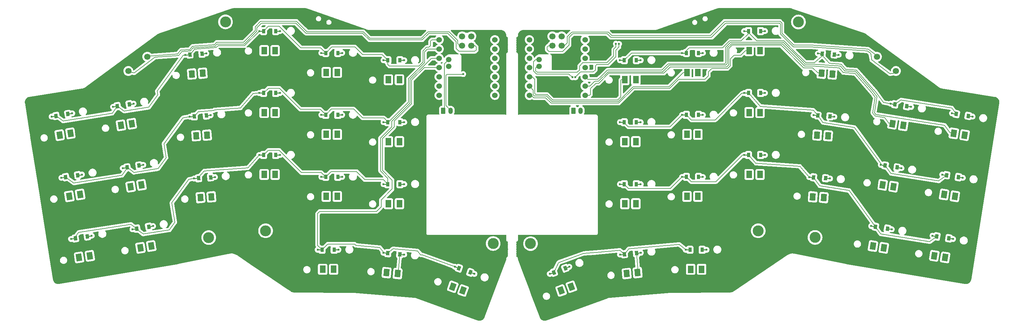
<source format=gbr>
%TF.GenerationSoftware,KiCad,Pcbnew,8.0.6*%
%TF.CreationDate,2025-07-28T21:33:20+02:00*%
%TF.ProjectId,combined,636f6d62-696e-4656-942e-6b696361645f,v1.0.0*%
%TF.SameCoordinates,Original*%
%TF.FileFunction,Copper,L2,Bot*%
%TF.FilePolarity,Positive*%
%FSLAX46Y46*%
G04 Gerber Fmt 4.6, Leading zero omitted, Abs format (unit mm)*
G04 Created by KiCad (PCBNEW 8.0.6) date 2025-07-28 21:33:20*
%MOMM*%
%LPD*%
G01*
G04 APERTURE LIST*
G04 Aperture macros list*
%AMRoundRect*
0 Rectangle with rounded corners*
0 $1 Rounding radius*
0 $2 $3 $4 $5 $6 $7 $8 $9 X,Y pos of 4 corners*
0 Add a 4 corners polygon primitive as box body*
4,1,4,$2,$3,$4,$5,$6,$7,$8,$9,$2,$3,0*
0 Add four circle primitives for the rounded corners*
1,1,$1+$1,$2,$3*
1,1,$1+$1,$4,$5*
1,1,$1+$1,$6,$7*
1,1,$1+$1,$8,$9*
0 Add four rect primitives between the rounded corners*
20,1,$1+$1,$2,$3,$4,$5,0*
20,1,$1+$1,$4,$5,$6,$7,0*
20,1,$1+$1,$6,$7,$8,$9,0*
20,1,$1+$1,$8,$9,$2,$3,0*%
%AMRotRect*
0 Rectangle, with rotation*
0 The origin of the aperture is its center*
0 $1 length*
0 $2 width*
0 $3 Rotation angle, in degrees counterclockwise*
0 Add horizontal line*
21,1,$1,$2,0,0,$3*%
G04 Aperture macros list end*
%TA.AperFunction,SMDPad,CuDef*%
%ADD10R,0.900000X1.200000*%
%TD*%
%TA.AperFunction,ComponentPad*%
%ADD11C,1.400000*%
%TD*%
%TA.AperFunction,SMDPad,CuDef*%
%ADD12RotRect,1.550000X2.000000X351.000000*%
%TD*%
%TA.AperFunction,SMDPad,CuDef*%
%ADD13RotRect,1.550000X2.000000X20.000000*%
%TD*%
%TA.AperFunction,SMDPad,CuDef*%
%ADD14RotRect,0.900000X1.200000X351.000000*%
%TD*%
%TA.AperFunction,SMDPad,CuDef*%
%ADD15RotRect,1.550000X2.000000X9.000000*%
%TD*%
%TA.AperFunction,SMDPad,CuDef*%
%ADD16R,1.550000X2.000000*%
%TD*%
%TA.AperFunction,SMDPad,CuDef*%
%ADD17RotRect,0.900000X1.200000X356.000000*%
%TD*%
%TA.AperFunction,ComponentPad*%
%ADD18C,3.000000*%
%TD*%
%TA.AperFunction,SMDPad,CuDef*%
%ADD19RotRect,1.550000X2.000000X356.000000*%
%TD*%
%TA.AperFunction,ComponentPad*%
%ADD20RoundRect,0.240000X-0.360000X-0.635000X0.360000X-0.635000X0.360000X0.635000X-0.360000X0.635000X0*%
%TD*%
%TA.AperFunction,ComponentPad*%
%ADD21O,1.200000X1.750000*%
%TD*%
%TA.AperFunction,SMDPad,CuDef*%
%ADD22RotRect,0.900000X1.200000X9.000000*%
%TD*%
%TA.AperFunction,SMDPad,CuDef*%
%ADD23RotRect,0.900000X1.200000X4.000000*%
%TD*%
%TA.AperFunction,SMDPad,CuDef*%
%ADD24RotRect,1.550000X2.000000X340.000000*%
%TD*%
%TA.AperFunction,SMDPad,CuDef*%
%ADD25RotRect,0.900000X1.200000X355.000000*%
%TD*%
%TA.AperFunction,SMDPad,CuDef*%
%ADD26RotRect,1.550000X2.000000X4.000000*%
%TD*%
%TA.AperFunction,ComponentPad*%
%ADD27C,1.700000*%
%TD*%
%TA.AperFunction,ComponentPad*%
%ADD28C,1.524000*%
%TD*%
%TA.AperFunction,CastellatedPad*%
%ADD29C,1.500000*%
%TD*%
%TA.AperFunction,CastellatedPad*%
%ADD30C,1.700000*%
%TD*%
%TA.AperFunction,SMDPad,CuDef*%
%ADD31RotRect,1.550000X2.000000X355.000000*%
%TD*%
%TA.AperFunction,SMDPad,CuDef*%
%ADD32RotRect,0.900000X1.200000X20.000000*%
%TD*%
%TA.AperFunction,SMDPad,CuDef*%
%ADD33RotRect,0.900000X1.200000X340.000000*%
%TD*%
%TA.AperFunction,SMDPad,CuDef*%
%ADD34RotRect,0.900000X1.200000X5.000000*%
%TD*%
%TA.AperFunction,SMDPad,CuDef*%
%ADD35RotRect,1.550000X2.000000X5.000000*%
%TD*%
%TA.AperFunction,ViaPad*%
%ADD36C,0.600000*%
%TD*%
%TA.AperFunction,Conductor*%
%ADD37C,0.200000*%
%TD*%
%TA.AperFunction,Conductor*%
%ADD38C,0.250000*%
%TD*%
G04 APERTURE END LIST*
D10*
%TO.P,D16,1*%
%TO.N,P2*%
X184557104Y-80904248D03*
%TO.P,D16,2*%
%TO.N,inner_bottom*%
X187857092Y-80904250D03*
%TD*%
D11*
%TO.P,CPG1316,1*%
%TO.N,P8*%
X319940054Y-81099678D03*
D12*
X319940054Y-81099678D03*
D11*
%TO.P,CPG1316,2*%
%TO.N,mirror_pinky_home*%
X322903123Y-81568982D03*
D12*
X322903123Y-81568982D03*
%TD*%
D11*
%TO.P,CPG1316,1*%
%TO.N,P9*%
X334071367Y-100549759D03*
D12*
X334071367Y-100549759D03*
D11*
%TO.P,CPG1316,2*%
%TO.N,mirror_outer_bottom*%
X337034436Y-101019063D03*
D12*
X337034436Y-101019063D03*
%TD*%
D11*
%TO.P,CPG1316,1*%
%TO.N,P4*%
X231955305Y-110077994D03*
D13*
X231955305Y-110077994D03*
D11*
%TO.P,CPG1316,2*%
%TO.N,mirror_far_thumb*%
X234774385Y-109051932D03*
D13*
X234774385Y-109051932D03*
%TD*%
D14*
%TO.P,D1,1*%
%TO.N,P2*%
X334760144Y-95242158D03*
%TO.P,D1,2*%
%TO.N,mirror_outer_bottom*%
X338019518Y-95758400D03*
%TD*%
D11*
%TO.P,CPG1316,1*%
%TO.N,P4*%
X97403782Y-84227536D03*
D15*
X97403782Y-84227536D03*
D11*
%TO.P,CPG1316,2*%
%TO.N,outer_home*%
X100366842Y-83758231D03*
D15*
X100366842Y-83758231D03*
%TD*%
D11*
%TO.P,CPG1316,1*%
%TO.N,P6*%
X283390500Y-78255067D03*
D16*
X283390500Y-78255067D03*
D11*
%TO.P,CPG1316,2*%
%TO.N,mirror_middle_bottom*%
X286390502Y-78255066D03*
D16*
X286390502Y-78255066D03*
%TD*%
D11*
%TO.P,CPG1316,1*%
%TO.N,P8*%
X167707098Y-67254254D03*
D16*
X167707098Y-67254254D03*
D11*
%TO.P,CPG1316,2*%
%TO.N,index_home*%
X170707100Y-67254253D03*
D16*
X170707100Y-67254253D03*
%TD*%
D10*
%TO.P,D18,1*%
%TO.N,P0*%
X184557104Y-46904247D03*
%TO.P,D18,2*%
%TO.N,inner_top*%
X187857092Y-46904249D03*
%TD*%
D17*
%TO.P,D7,1*%
%TO.N,P2*%
X301040230Y-79039988D03*
%TO.P,D7,2*%
%TO.N,mirror_ring_bottom*%
X304332190Y-79270178D03*
%TD*%
D18*
%TO.P,REF\u002A\u002A,1*%
%TO.N,N/C*%
X301445000Y-95510000D03*
%TD*%
D11*
%TO.P,CPG1316,1*%
%TO.N,P8*%
X322599432Y-64308964D03*
D12*
X322599432Y-64308964D03*
D11*
%TO.P,CPG1316,2*%
%TO.N,mirror_pinky_top*%
X325562501Y-64778268D03*
D12*
X325562501Y-64778268D03*
%TD*%
D11*
%TO.P,CPG1316,1*%
%TO.N,P7*%
X166707103Y-104254245D03*
D16*
X166707103Y-104254245D03*
D11*
%TO.P,CPG1316,2*%
%TO.N,near_thumb*%
X169707105Y-104254244D03*
D16*
X169707105Y-104254244D03*
%TD*%
D11*
%TO.P,CPG1316,1*%
%TO.N,P5*%
X266390498Y-67255062D03*
D16*
X266390498Y-67255062D03*
D11*
%TO.P,CPG1316,2*%
%TO.N,mirror_index_home*%
X269390500Y-67255061D03*
D16*
X269390500Y-67255061D03*
%TD*%
D11*
%TO.P,CPG1316,1*%
%TO.N,P7*%
X300816665Y-84387415D03*
D19*
X300816665Y-84387415D03*
D11*
%TO.P,CPG1316,2*%
%TO.N,mirror_ring_bottom*%
X303809355Y-84596685D03*
D19*
X303809355Y-84596685D03*
%TD*%
D14*
%TO.P,D4,1*%
%TO.N,P2*%
X317969431Y-92582765D03*
%TO.P,D4,2*%
%TO.N,mirror_pinky_bottom*%
X321228805Y-93099007D03*
%TD*%
D11*
%TO.P,CPG1316,1*%
%TO.N,P7*%
X150707100Y-78254249D03*
D16*
X150707100Y-78254249D03*
D11*
%TO.P,CPG1316,2*%
%TO.N,middle_bottom*%
X153707102Y-78254248D03*
D16*
X153707102Y-78254248D03*
%TD*%
D20*
%TO.P,JST1,1*%
%TO.N,GND*%
X199700142Y-60776690D03*
D21*
%TO.P,JST1,2*%
%TO.N,BAT_P*%
X201700134Y-60776690D03*
%TD*%
D10*
%TO.P,D16,1*%
%TO.N,P2*%
X249240504Y-80905073D03*
%TO.P,D16,2*%
%TO.N,mirror_inner_bottom*%
X252540496Y-80905069D03*
%TD*%
D11*
%TO.P,CPG1316,1*%
%TO.N,P8*%
X167707108Y-50254251D03*
D16*
X167707108Y-50254251D03*
D11*
%TO.P,CPG1316,2*%
%TO.N,index_top*%
X170707110Y-50254250D03*
D16*
X170707110Y-50254250D03*
%TD*%
D22*
%TO.P,D4,1*%
%TO.N,P2*%
X115868793Y-93098186D03*
%TO.P,D4,2*%
%TO.N,pinky_bottom*%
X119128165Y-92581958D03*
%TD*%
D11*
%TO.P,CPG1316,1*%
%TO.N,P9*%
X184707097Y-52254237D03*
D16*
X184707097Y-52254237D03*
D11*
%TO.P,CPG1316,2*%
%TO.N,inner_top*%
X187707099Y-52254236D03*
D16*
X187707099Y-52254236D03*
%TD*%
D10*
%TO.P,D12,1*%
%TO.N,P0*%
X283240507Y-38905060D03*
%TO.P,D12,2*%
%TO.N,mirror_middle_top*%
X286540499Y-38905056D03*
%TD*%
%TO.P,D14,1*%
%TO.N,P1*%
X266240502Y-61905059D03*
%TO.P,D14,2*%
%TO.N,mirror_index_home*%
X269540494Y-61905055D03*
%TD*%
D23*
%TO.P,D9,1*%
%TO.N,P0*%
X130393690Y-45352177D03*
%TO.P,D9,2*%
%TO.N,ring_top*%
X133685638Y-45121979D03*
%TD*%
D22*
%TO.P,D6,1*%
%TO.N,P0*%
X110550022Y-59516786D03*
%TO.P,D6,2*%
%TO.N,pinky_top*%
X113809394Y-59000558D03*
%TD*%
D11*
%TO.P,CPG1316,1*%
%TO.N,P9*%
X202323205Y-109051108D03*
D24*
X202323205Y-109051108D03*
D11*
%TO.P,CPG1316,2*%
%TO.N,far_thumb*%
X205142286Y-110077173D03*
D24*
X205142286Y-110077173D03*
%TD*%
D25*
%TO.P,D20,1*%
%TO.N,P3*%
X184538387Y-99829043D03*
%TO.P,D20,2*%
%TO.N,home_thumb*%
X187825831Y-100116665D03*
%TD*%
D18*
%TO.P,REF\u002A\u002A,1*%
%TO.N,N/C*%
X296887607Y-36403845D03*
%TD*%
D14*
%TO.P,D3,1*%
%TO.N,P0*%
X340078908Y-61660747D03*
%TO.P,D3,2*%
%TO.N,mirror_outer_top*%
X343338282Y-62176989D03*
%TD*%
D17*
%TO.P,D8,1*%
%TO.N,P1*%
X302226086Y-62081403D03*
%TO.P,D8,2*%
%TO.N,mirror_ring_home*%
X305518046Y-62311593D03*
%TD*%
D18*
%TO.P,REF\u002A\u002A,1*%
%TO.N,N/C*%
X135545000Y-95560000D03*
%TD*%
D11*
%TO.P,CPG1316,1*%
%TO.N,P9*%
X336730746Y-83759053D03*
D12*
X336730746Y-83759053D03*
D11*
%TO.P,CPG1316,2*%
%TO.N,mirror_outer_home*%
X339693815Y-84228357D03*
D12*
X339693815Y-84228357D03*
%TD*%
D10*
%TO.P,D13,1*%
%TO.N,P2*%
X266240507Y-78905062D03*
%TO.P,D13,2*%
%TO.N,mirror_index_bottom*%
X269540499Y-78905058D03*
%TD*%
%TO.P,D14,1*%
%TO.N,P1*%
X167557102Y-61904243D03*
%TO.P,D14,2*%
%TO.N,index_home*%
X170857090Y-61904245D03*
%TD*%
D11*
%TO.P,CPG1316,1*%
%TO.N,P9*%
X339390135Y-66968354D03*
D12*
X339390135Y-66968354D03*
D11*
%TO.P,CPG1316,2*%
%TO.N,mirror_outer_top*%
X342353204Y-67437658D03*
D12*
X342353204Y-67437658D03*
%TD*%
D11*
%TO.P,CPG1316,1*%
%TO.N,P6*%
X132102378Y-67637274D03*
D26*
X132102378Y-67637274D03*
D11*
%TO.P,CPG1316,2*%
%TO.N,ring_home*%
X135095066Y-67428008D03*
D26*
X135095066Y-67428008D03*
%TD*%
D10*
%TO.P,D15,1*%
%TO.N,P0*%
X167557100Y-44904245D03*
%TO.P,D15,2*%
%TO.N,index_top*%
X170857088Y-44904247D03*
%TD*%
D27*
%TO.P,RST1,1*%
%TO.N,RST*%
X323541846Y-49854210D03*
%TO.P,RST1,2*%
%TO.N,GND*%
X318350708Y-45942428D03*
%TD*%
D11*
%TO.P,CPG1316,1*%
%TO.N,P4*%
X100063175Y-101018243D03*
D15*
X100063175Y-101018243D03*
D11*
%TO.P,CPG1316,2*%
%TO.N,outer_bottom*%
X103026235Y-100548938D03*
D15*
X103026235Y-100548938D03*
%TD*%
D11*
%TO.P,CPG1316,1*%
%TO.N,P8*%
X317280668Y-97890375D03*
D12*
X317280668Y-97890375D03*
D11*
%TO.P,CPG1316,2*%
%TO.N,mirror_pinky_bottom*%
X320243737Y-98359679D03*
D12*
X320243737Y-98359679D03*
%TD*%
D11*
%TO.P,CPG1316,1*%
%TO.N,P6*%
X283390508Y-61255074D03*
D16*
X283390508Y-61255074D03*
D11*
%TO.P,CPG1316,2*%
%TO.N,mirror_middle_home*%
X286390510Y-61255073D03*
D16*
X286390510Y-61255073D03*
%TD*%
D11*
%TO.P,CPG1316,1*%
%TO.N,P6*%
X267390501Y-104255071D03*
D16*
X267390501Y-104255071D03*
D11*
%TO.P,CPG1316,2*%
%TO.N,mirror_near_thumb*%
X270390503Y-104255070D03*
D16*
X270390503Y-104255070D03*
%TD*%
D10*
%TO.P,D19,1*%
%TO.N,P3*%
X267240506Y-98905071D03*
%TO.P,D19,2*%
%TO.N,mirror_near_thumb*%
X270540498Y-98905067D03*
%TD*%
D11*
%TO.P,CPG1316,1*%
%TO.N,P4*%
X249390496Y-52255067D03*
D16*
X249390496Y-52255067D03*
D11*
%TO.P,CPG1316,2*%
%TO.N,mirror_inner_top*%
X252390498Y-52255066D03*
D16*
X252390498Y-52255066D03*
%TD*%
D10*
%TO.P,D17,1*%
%TO.N,P1*%
X249240498Y-63905078D03*
%TO.P,D17,2*%
%TO.N,mirror_inner_home*%
X252540490Y-63905074D03*
%TD*%
%TO.P,D18,1*%
%TO.N,P0*%
X249240503Y-46905069D03*
%TO.P,D18,2*%
%TO.N,mirror_inner_top*%
X252540495Y-46905065D03*
%TD*%
D11*
%TO.P,CPG1316,1*%
%TO.N,P6*%
X133288235Y-84595855D03*
D26*
X133288235Y-84595855D03*
D11*
%TO.P,CPG1316,2*%
%TO.N,ring_bottom*%
X136280923Y-84386589D03*
D26*
X136280923Y-84386589D03*
%TD*%
D10*
%TO.P,D11,1*%
%TO.N,P1*%
X283240502Y-55905069D03*
%TO.P,D11,2*%
%TO.N,mirror_middle_home*%
X286540494Y-55905065D03*
%TD*%
D20*
%TO.P,JST1,1*%
%TO.N,GND*%
X235300001Y-60775005D03*
D21*
%TO.P,JST1,2*%
%TO.N,BAT_P*%
X237299999Y-60774999D03*
%TD*%
D11*
%TO.P,CPG1316,1*%
%TO.N,P9*%
X184707104Y-69254249D03*
D16*
X184707104Y-69254249D03*
D11*
%TO.P,CPG1316,2*%
%TO.N,inner_home*%
X187707106Y-69254248D03*
D16*
X187707106Y-69254248D03*
%TD*%
D14*
%TO.P,D5,1*%
%TO.N,P1*%
X320628820Y-75792070D03*
%TO.P,D5,2*%
%TO.N,mirror_pinky_home*%
X323888194Y-76308312D03*
%TD*%
D10*
%TO.P,D19,1*%
%TO.N,P3*%
X166557110Y-98904248D03*
%TO.P,D19,2*%
%TO.N,near_thumb*%
X169857098Y-98904250D03*
%TD*%
%TO.P,D11,1*%
%TO.N,P1*%
X150557111Y-55904251D03*
%TO.P,D11,2*%
%TO.N,middle_home*%
X153857099Y-55904253D03*
%TD*%
D11*
%TO.P,CPG1316,1*%
%TO.N,P7*%
X150707097Y-61254243D03*
D16*
X150707097Y-61254243D03*
D11*
%TO.P,CPG1316,2*%
%TO.N,middle_home*%
X153707099Y-61254242D03*
D16*
X153707099Y-61254242D03*
%TD*%
D10*
%TO.P,D10,1*%
%TO.N,P2*%
X150557098Y-72904244D03*
%TO.P,D10,2*%
%TO.N,middle_bottom*%
X153857086Y-72904246D03*
%TD*%
D11*
%TO.P,CPG1316,1*%
%TO.N,P5*%
X116853875Y-98358855D03*
D15*
X116853875Y-98358855D03*
D11*
%TO.P,CPG1316,2*%
%TO.N,pinky_bottom*%
X119816935Y-97889550D03*
D15*
X119816935Y-97889550D03*
%TD*%
D14*
%TO.P,D6,1*%
%TO.N,P0*%
X323288209Y-59001368D03*
%TO.P,D6,2*%
%TO.N,mirror_pinky_top*%
X326547583Y-59517610D03*
%TD*%
D23*
%TO.P,D8,1*%
%TO.N,P1*%
X131579552Y-62310765D03*
%TO.P,D8,2*%
%TO.N,ring_home*%
X134871500Y-62080567D03*
%TD*%
D28*
%TO.P,REF\u002A\u002A,1*%
%TO.N,P0*%
X198587099Y-41284256D03*
%TO.P,REF\u002A\u002A,2*%
%TO.N,P1*%
X198587104Y-43824257D03*
%TO.P,REF\u002A\u002A,3*%
%TO.N,P2*%
X198587096Y-46364250D03*
%TO.P,REF\u002A\u002A,4*%
%TO.N,P3*%
X198587103Y-48904252D03*
%TO.P,REF\u002A\u002A,5*%
%TO.N,P4*%
X198587104Y-51444253D03*
%TO.P,REF\u002A\u002A,6*%
%TO.N,P5*%
X198587104Y-53984250D03*
%TO.P,REF\u002A\u002A,7*%
%TO.N,P6*%
X198587104Y-56524253D03*
%TO.P,REF\u002A\u002A,8*%
%TO.N,P7*%
X213827101Y-56524248D03*
%TO.P,REF\u002A\u002A,9*%
%TO.N,P8*%
X213827096Y-53984247D03*
%TO.P,REF\u002A\u002A,10*%
%TO.N,P9*%
X213827104Y-51444254D03*
%TO.P,REF\u002A\u002A,11*%
%TO.N,P10*%
X213827097Y-48904252D03*
%TO.P,REF\u002A\u002A,12*%
%TO.N,VCC33*%
X213827096Y-46364251D03*
%TO.P,REF\u002A\u002A,13*%
%TO.N,GND*%
X213827096Y-43824254D03*
%TO.P,REF\u002A\u002A,14*%
%TO.N,VCC5*%
X213827096Y-41284251D03*
D29*
%TO.P,REF\u002A\u002A,15*%
%TO.N,RAW*%
X201207100Y-48590751D03*
%TO.P,REF\u002A\u002A,16*%
%TO.N,GND*%
X201207094Y-46685757D03*
D30*
%TO.P,REF\u002A\u002A,19*%
%TO.N,DIO*%
X204882097Y-40335756D03*
%TO.P,REF\u002A\u002A,20*%
%TO.N,CLK*%
X207422102Y-40335749D03*
%TO.P,REF\u002A\u002A,21*%
%TO.N,RST*%
X204882097Y-42875757D03*
%TO.P,REF\u002A\u002A,22*%
%TO.N,GND*%
X207422096Y-42875750D03*
%TD*%
D22*
%TO.P,D3,1*%
%TO.N,P0*%
X93759316Y-62176173D03*
%TO.P,D3,2*%
%TO.N,outer_top*%
X97018688Y-61659945D03*
%TD*%
D11*
%TO.P,CPG1316,1*%
%TO.N,P7*%
X303188389Y-50470244D03*
D19*
X303188389Y-50470244D03*
D11*
%TO.P,CPG1316,2*%
%TO.N,mirror_ring_top*%
X306181079Y-50679514D03*
D19*
X306181079Y-50679514D03*
%TD*%
D11*
%TO.P,CPG1316,1*%
%TO.N,P4*%
X249390500Y-86255062D03*
D16*
X249390500Y-86255062D03*
D11*
%TO.P,CPG1316,2*%
%TO.N,mirror_inner_bottom*%
X252390502Y-86255061D03*
D16*
X252390502Y-86255061D03*
%TD*%
D11*
%TO.P,CPG1316,1*%
%TO.N,P8*%
X167707095Y-84254248D03*
D16*
X167707095Y-84254248D03*
D11*
%TO.P,CPG1316,2*%
%TO.N,index_bottom*%
X170707097Y-84254247D03*
D16*
X170707097Y-84254247D03*
%TD*%
D11*
%TO.P,CPG1316,1*%
%TO.N,P8*%
X184221529Y-105171753D03*
D31*
X184221529Y-105171753D03*
D11*
%TO.P,CPG1316,2*%
%TO.N,home_thumb*%
X187210117Y-105433216D03*
D31*
X187210117Y-105433216D03*
%TD*%
D11*
%TO.P,CPG1316,1*%
%TO.N,P7*%
X150707099Y-44254257D03*
D16*
X150707099Y-44254257D03*
D11*
%TO.P,CPG1316,2*%
%TO.N,middle_top*%
X153707101Y-44254256D03*
D16*
X153707101Y-44254256D03*
%TD*%
D22*
%TO.P,D5,1*%
%TO.N,P1*%
X113209410Y-76307486D03*
%TO.P,D5,2*%
%TO.N,pinky_home*%
X116468782Y-75791258D03*
%TD*%
D10*
%TO.P,D10,1*%
%TO.N,P2*%
X283240503Y-72905069D03*
%TO.P,D10,2*%
%TO.N,mirror_middle_bottom*%
X286540495Y-72905065D03*
%TD*%
D32*
%TO.P,D21,1*%
%TO.N,P3*%
X229984546Y-105101930D03*
%TO.P,D21,2*%
%TO.N,mirror_far_thumb*%
X233085526Y-103973264D03*
%TD*%
D11*
%TO.P,CPG1316,1*%
%TO.N,P7*%
X302002531Y-67428825D03*
D19*
X302002531Y-67428825D03*
D11*
%TO.P,CPG1316,2*%
%TO.N,mirror_ring_home*%
X304995221Y-67638095D03*
D19*
X304995221Y-67638095D03*
%TD*%
D11*
%TO.P,CPG1316,1*%
%TO.N,P6*%
X130916522Y-50678683D03*
D26*
X130916522Y-50678683D03*
D11*
%TO.P,CPG1316,2*%
%TO.N,ring_top*%
X133909210Y-50469417D03*
D26*
X133909210Y-50469417D03*
%TD*%
D10*
%TO.P,D13,1*%
%TO.N,P2*%
X167557106Y-78904249D03*
%TO.P,D13,2*%
%TO.N,index_bottom*%
X170857094Y-78904251D03*
%TD*%
D11*
%TO.P,CPG1316,1*%
%TO.N,P5*%
X111535095Y-64777451D03*
D15*
X111535095Y-64777451D03*
D11*
%TO.P,CPG1316,2*%
%TO.N,pinky_top*%
X114498155Y-64308146D03*
D15*
X114498155Y-64308146D03*
%TD*%
D11*
%TO.P,CPG1316,1*%
%TO.N,P4*%
X94744403Y-67436835D03*
D15*
X94744403Y-67436835D03*
D11*
%TO.P,CPG1316,2*%
%TO.N,outer_top*%
X97707463Y-66967530D03*
D15*
X97707463Y-66967530D03*
%TD*%
D27*
%TO.P,RST1,1*%
%TO.N,RST*%
X118746888Y-45941607D03*
%TO.P,RST1,2*%
%TO.N,GND*%
X113555750Y-49853401D03*
%TD*%
D28*
%TO.P,REF\u002A\u002A,1*%
%TO.N,P0*%
X223270500Y-41285060D03*
%TO.P,REF\u002A\u002A,2*%
%TO.N,P1*%
X223270497Y-43825066D03*
%TO.P,REF\u002A\u002A,3*%
%TO.N,P2*%
X223270499Y-46365059D03*
%TO.P,REF\u002A\u002A,4*%
%TO.N,P3*%
X223270494Y-48905062D03*
%TO.P,REF\u002A\u002A,5*%
%TO.N,P4*%
X223270492Y-51445060D03*
%TO.P,REF\u002A\u002A,6*%
%TO.N,P5*%
X223270495Y-53985060D03*
%TO.P,REF\u002A\u002A,7*%
%TO.N,P6*%
X223270495Y-56525057D03*
%TO.P,REF\u002A\u002A,8*%
%TO.N,P7*%
X238510492Y-56525062D03*
%TO.P,REF\u002A\u002A,9*%
%TO.N,P8*%
X238510495Y-53985056D03*
%TO.P,REF\u002A\u002A,10*%
%TO.N,P9*%
X238510493Y-51445063D03*
%TO.P,REF\u002A\u002A,11*%
%TO.N,P10*%
X238510498Y-48905060D03*
%TO.P,REF\u002A\u002A,12*%
%TO.N,VCC33*%
X238510500Y-46365062D03*
%TO.P,REF\u002A\u002A,13*%
%TO.N,GND*%
X238510497Y-43825062D03*
%TO.P,REF\u002A\u002A,14*%
%TO.N,VCC5*%
X238510497Y-41285065D03*
D29*
%TO.P,REF\u002A\u002A,15*%
%TO.N,RAW*%
X225890500Y-48591559D03*
%TO.P,REF\u002A\u002A,16*%
%TO.N,GND*%
X225890492Y-46686564D03*
D30*
%TO.P,REF\u002A\u002A,19*%
%TO.N,DIO*%
X229565495Y-40336560D03*
%TO.P,REF\u002A\u002A,20*%
%TO.N,CLK*%
X232105504Y-40336563D03*
%TO.P,REF\u002A\u002A,21*%
%TO.N,RST*%
X229565490Y-42876564D03*
%TO.P,REF\u002A\u002A,22*%
%TO.N,GND*%
X232105491Y-42876564D03*
%TD*%
D18*
%TO.P,REF\u002A\u002A,1*%
%TO.N,N/C*%
X140129696Y-36388690D03*
%TD*%
%TO.P,REF\u002A\u002A,1*%
%TO.N,N/C*%
X223595000Y-97210000D03*
%TD*%
%TO.P,REF\u002A\u002A,1*%
%TO.N,N/C*%
X151103411Y-93687780D03*
%TD*%
D22*
%TO.P,D2,1*%
%TO.N,P1*%
X96418708Y-78966868D03*
%TO.P,D2,2*%
%TO.N,outer_home*%
X99678080Y-78450640D03*
%TD*%
D33*
%TO.P,D21,1*%
%TO.N,P3*%
X204012077Y-103972437D03*
%TO.P,D21,2*%
%TO.N,far_thumb*%
X207113057Y-105101113D03*
%TD*%
D10*
%TO.P,D17,1*%
%TO.N,P1*%
X184557106Y-63904243D03*
%TO.P,D17,2*%
%TO.N,inner_home*%
X187857094Y-63904245D03*
%TD*%
D23*
%TO.P,D7,1*%
%TO.N,P2*%
X132765406Y-79269363D03*
%TO.P,D7,2*%
%TO.N,ring_bottom*%
X136057354Y-79039165D03*
%TD*%
D22*
%TO.P,D1,1*%
%TO.N,P2*%
X99078085Y-95757575D03*
%TO.P,D1,2*%
%TO.N,outer_bottom*%
X102337457Y-95241347D03*
%TD*%
D17*
%TO.P,D9,1*%
%TO.N,P0*%
X303411954Y-45122802D03*
%TO.P,D9,2*%
%TO.N,mirror_ring_top*%
X306703914Y-45352992D03*
%TD*%
D11*
%TO.P,CPG1316,1*%
%TO.N,P6*%
X283390500Y-44255069D03*
D16*
X283390500Y-44255069D03*
D11*
%TO.P,CPG1316,2*%
%TO.N,mirror_middle_top*%
X286390502Y-44255068D03*
D16*
X286390502Y-44255068D03*
%TD*%
D11*
%TO.P,CPG1316,1*%
%TO.N,P5*%
X266390504Y-50255065D03*
D16*
X266390504Y-50255065D03*
D11*
%TO.P,CPG1316,2*%
%TO.N,mirror_index_top*%
X269390506Y-50255064D03*
D16*
X269390506Y-50255064D03*
%TD*%
D11*
%TO.P,CPG1316,1*%
%TO.N,P4*%
X249390503Y-69255071D03*
D16*
X249390503Y-69255071D03*
D11*
%TO.P,CPG1316,2*%
%TO.N,mirror_inner_home*%
X252390505Y-69255070D03*
D16*
X252390505Y-69255070D03*
%TD*%
D10*
%TO.P,D15,1*%
%TO.N,P0*%
X266240497Y-44905066D03*
%TO.P,D15,2*%
%TO.N,mirror_index_top*%
X269540489Y-44905062D03*
%TD*%
D11*
%TO.P,CPG1316,1*%
%TO.N,P5*%
X266390502Y-84255061D03*
D16*
X266390502Y-84255061D03*
D11*
%TO.P,CPG1316,2*%
%TO.N,mirror_index_bottom*%
X269390504Y-84255060D03*
D16*
X269390504Y-84255060D03*
%TD*%
D18*
%TO.P,REF\u002A\u002A,1*%
%TO.N,N/C*%
X213370000Y-97185000D03*
%TD*%
D11*
%TO.P,CPG1316,1*%
%TO.N,P5*%
X114194482Y-81568149D03*
D15*
X114194482Y-81568149D03*
D11*
%TO.P,CPG1316,2*%
%TO.N,pinky_home*%
X117157542Y-81098844D03*
D15*
X117157542Y-81098844D03*
%TD*%
D34*
%TO.P,D20,1*%
%TO.N,P3*%
X249271773Y-100117473D03*
%TO.P,D20,2*%
%TO.N,mirror_home_thumb*%
X252559227Y-99829859D03*
%TD*%
D10*
%TO.P,D12,1*%
%TO.N,P0*%
X150557114Y-38904250D03*
%TO.P,D12,2*%
%TO.N,middle_top*%
X153857102Y-38904252D03*
%TD*%
D18*
%TO.P,REF\u002A\u002A,1*%
%TO.N,N/C*%
X285881604Y-93686124D03*
%TD*%
D11*
%TO.P,CPG1316,1*%
%TO.N,P9*%
X184707098Y-86254247D03*
D16*
X184707098Y-86254247D03*
D11*
%TO.P,CPG1316,2*%
%TO.N,inner_bottom*%
X187707100Y-86254246D03*
D16*
X187707100Y-86254246D03*
%TD*%
D14*
%TO.P,D2,1*%
%TO.N,P1*%
X337419527Y-78451456D03*
%TO.P,D2,2*%
%TO.N,mirror_outer_home*%
X340678901Y-78967698D03*
%TD*%
D11*
%TO.P,CPG1316,1*%
%TO.N,P5*%
X249887483Y-105434041D03*
D35*
X249887483Y-105434041D03*
D11*
%TO.P,CPG1316,2*%
%TO.N,mirror_home_thumb*%
X252876071Y-105172574D03*
D35*
X252876071Y-105172574D03*
%TD*%
D36*
%TO.N,outer_bottom*%
X103522688Y-95053622D03*
%TO.N,outer_home*%
X100863297Y-78262918D03*
%TO.N,outer_top*%
X98203916Y-61472213D03*
%TO.N,pinky_bottom*%
X120313385Y-92394238D03*
%TO.N,pinky_home*%
X117654007Y-75603534D03*
%TO.N,pinky_top*%
X114994621Y-58812840D03*
%TO.N,ring_bottom*%
X137254443Y-78955454D03*
%TO.N,ring_home*%
X136068586Y-61996870D03*
%TO.N,ring_top*%
X134882719Y-45038271D03*
%TO.N,middle_bottom*%
X155057102Y-72904252D03*
%TO.N,middle_home*%
X155057100Y-55904249D03*
%TO.N,middle_top*%
X155057097Y-38904248D03*
%TO.N,index_bottom*%
X172057099Y-78904245D03*
%TO.N,index_home*%
X172057109Y-61904246D03*
%TO.N,index_top*%
X172057100Y-44904248D03*
%TO.N,inner_bottom*%
X189057099Y-80904247D03*
%TO.N,inner_home*%
X189057101Y-63904254D03*
%TO.N,inner_top*%
X189057101Y-46904248D03*
%TO.N,near_thumb*%
X171057094Y-98904254D03*
%TO.N,home_thumb*%
X189021258Y-100221239D03*
%TO.N,far_thumb*%
X208240694Y-105511540D03*
%TO.N,P2*%
X131568330Y-79353068D03*
X299843162Y-78956272D03*
X282040512Y-72905069D03*
X97892865Y-95945296D03*
X265040503Y-78905068D03*
X333574921Y-95054440D03*
X183357102Y-80904243D03*
X114683560Y-93285910D03*
X166357095Y-78904240D03*
X316784217Y-92395049D03*
X149357096Y-72904248D03*
X248040500Y-80905067D03*
%TO.N,P1*%
X183357098Y-63904239D03*
X149357097Y-55904251D03*
X319443596Y-75604357D03*
X130382468Y-62394487D03*
X282040498Y-55905063D03*
X112024176Y-76495210D03*
X336234302Y-78263740D03*
X265040506Y-61905070D03*
X301029021Y-61997688D03*
X95233475Y-79154595D03*
X248040501Y-63905072D03*
X166357100Y-61904248D03*
%TO.N,P0*%
X322102991Y-58813654D03*
X183357107Y-46904253D03*
X92574089Y-62363893D03*
X149357098Y-38904253D03*
X265040490Y-44905070D03*
X248040511Y-46905067D03*
X282040497Y-38905062D03*
X129196613Y-45435891D03*
X338893694Y-61473040D03*
X166357090Y-44904240D03*
X109364792Y-59704512D03*
X302214877Y-45039099D03*
%TO.N,P3*%
X165357097Y-98904242D03*
X202884450Y-103562031D03*
X248076338Y-100222068D03*
X183342956Y-99724456D03*
X228856912Y-105512358D03*
X266040497Y-98905067D03*
%TO.N,GND*%
X235055893Y-51581772D03*
%TO.N,RAW*%
X246955897Y-42381763D03*
%TO.N,BAT_P*%
X247805896Y-42431771D03*
X235855893Y-51581766D03*
X205150133Y-50701691D03*
%TO.N,mirror_outer_bottom*%
X339204744Y-95946119D03*
%TO.N,mirror_outer_home*%
X341864121Y-79155419D03*
%TO.N,mirror_outer_top*%
X344523508Y-62364720D03*
%TO.N,mirror_pinky_bottom*%
X322414039Y-93286738D03*
%TO.N,mirror_pinky_home*%
X325073429Y-76496024D03*
%TO.N,mirror_pinky_top*%
X327732803Y-59705337D03*
%TO.N,mirror_ring_bottom*%
X305529270Y-79353889D03*
%TO.N,mirror_ring_home*%
X306715132Y-62395296D03*
%TO.N,mirror_ring_top*%
X307900999Y-45436711D03*
%TO.N,mirror_middle_bottom*%
X287740502Y-72905059D03*
%TO.N,mirror_middle_home*%
X287740499Y-55905062D03*
%TO.N,mirror_middle_top*%
X287740498Y-38905075D03*
%TO.N,mirror_index_bottom*%
X270740504Y-78905067D03*
%TO.N,mirror_index_home*%
X270740504Y-61905061D03*
%TO.N,mirror_index_top*%
X270740510Y-44905057D03*
%TO.N,mirror_inner_bottom*%
X253740502Y-80905072D03*
%TO.N,mirror_inner_home*%
X253740503Y-63905065D03*
%TO.N,mirror_inner_top*%
X253740504Y-46905063D03*
%TO.N,mirror_near_thumb*%
X271740502Y-98905069D03*
%TO.N,mirror_home_thumb*%
X253754648Y-99725271D03*
%TO.N,mirror_far_thumb*%
X234213167Y-103562850D03*
%TD*%
D37*
%TO.N,P4*%
X228105903Y-56281770D02*
X229130895Y-57306772D01*
X223270497Y-51445069D02*
X224069188Y-51445066D01*
X224555896Y-51931769D02*
X224555896Y-51931774D01*
X229630897Y-57806774D02*
X247430893Y-57806772D01*
X224755895Y-52131769D02*
X224755897Y-56031771D01*
X249390496Y-52255070D02*
X248390504Y-52255070D01*
X224755897Y-56031771D02*
X225005895Y-56281763D01*
X224555896Y-51931774D02*
X224755895Y-52131769D01*
X248390504Y-52255070D02*
X248390502Y-52255065D01*
X225005895Y-56281763D02*
X228105903Y-56281770D01*
X248255889Y-56981778D02*
X248255897Y-52389669D01*
X247430893Y-57806772D02*
X248255889Y-56981778D01*
X229130895Y-57306772D02*
X229630897Y-57806774D01*
X248255897Y-52389669D02*
X248390502Y-52255065D01*
X224069188Y-51445066D02*
X224555896Y-51931769D01*
D38*
%TO.N,outer_bottom*%
X103522688Y-95053622D02*
X102337455Y-95241341D01*
%TO.N,outer_home*%
X100863297Y-78262918D02*
X99678073Y-78450629D01*
%TO.N,outer_top*%
X98203916Y-61472213D02*
X97018688Y-61659937D01*
D37*
%TO.N,P5*%
X229470000Y-58260000D02*
X247577670Y-58260000D01*
X227855897Y-56731773D02*
X227941773Y-56731773D01*
X227855897Y-56731773D02*
X224655896Y-56731772D01*
X261463803Y-54181774D02*
X251655897Y-54181772D01*
X227941773Y-56731773D02*
X229470000Y-58260000D01*
X223270502Y-53985063D02*
X223809190Y-53985071D01*
X265390501Y-50255062D02*
X266390497Y-50255061D01*
X224655896Y-56731772D02*
X224355897Y-56431774D01*
X265390501Y-50255062D02*
X261463803Y-54181774D01*
X224355894Y-55070457D02*
X223270499Y-53985063D01*
X266390497Y-50255061D02*
X266390504Y-50255068D01*
X251655897Y-54181772D02*
X247673835Y-58163835D01*
X247577670Y-58260000D02*
X247673835Y-58163835D01*
X224355897Y-56431774D02*
X224355894Y-55070457D01*
D38*
%TO.N,pinky_bottom*%
X120313385Y-92394238D02*
X119128160Y-92581957D01*
%TO.N,pinky_home*%
X117654007Y-75603534D02*
X116468772Y-75791253D01*
%TO.N,pinky_top*%
X114994621Y-58812840D02*
X113809390Y-59000551D01*
D37*
%TO.N,P6*%
X278430891Y-46356770D02*
X278255891Y-46531770D01*
X282390498Y-44255068D02*
X283390498Y-44255069D01*
X264105891Y-52131775D02*
X261655896Y-54581774D01*
X261655896Y-54581774D02*
X251821578Y-54581776D01*
X251821578Y-54581776D02*
X247713735Y-58689613D01*
X281113792Y-45531769D02*
X280655896Y-45531772D01*
X280655896Y-45531772D02*
X279255895Y-45531774D01*
X278255891Y-46531770D02*
X278255895Y-46831768D01*
X278255895Y-46831768D02*
X278255896Y-48389670D01*
X247713735Y-58689613D02*
X229248047Y-58689618D01*
X271305890Y-52131767D02*
X264605895Y-52131781D01*
X273155893Y-49181774D02*
X272255892Y-50081771D01*
X281113788Y-45531766D02*
X282390500Y-44255066D01*
X224455892Y-57181769D02*
X223799182Y-56525062D01*
X280655896Y-45531772D02*
X281113788Y-45531766D01*
X282390498Y-44255068D02*
X281113792Y-45531769D01*
X277463789Y-49181764D02*
X273155893Y-49181774D01*
X272255892Y-50081771D02*
X272255892Y-51181766D01*
X283390498Y-44255069D02*
X283390499Y-44255070D01*
X223799182Y-56525062D02*
X223270497Y-56525056D01*
X227740195Y-57181774D02*
X224455892Y-57181769D01*
X272255892Y-51181766D02*
X271305890Y-52131767D01*
X229248047Y-58689618D02*
X227740195Y-57181774D01*
X264605895Y-52131781D02*
X264105891Y-52131775D01*
X279255895Y-45531774D02*
X278430891Y-46356770D01*
X278255896Y-48389670D02*
X277463789Y-49181764D01*
D38*
%TO.N,ring_bottom*%
X137254443Y-78955454D02*
X136057368Y-79039163D01*
%TO.N,ring_home*%
X136068586Y-61996870D02*
X134871505Y-62080575D01*
%TO.N,ring_top*%
X134882719Y-45038271D02*
X133685651Y-45121984D01*
D37*
%TO.N,P7*%
X240005895Y-56281772D02*
X240005899Y-54681770D01*
X261805896Y-48731771D02*
X277205893Y-48731776D01*
X240005899Y-54681770D02*
X241473049Y-53214610D01*
X279355888Y-42781765D02*
X292105893Y-42781773D01*
X277805894Y-44031770D02*
X277813739Y-44023921D01*
X278721580Y-42781775D02*
X279355888Y-42781765D01*
X241473049Y-53214610D02*
X242238740Y-53214613D01*
X238510496Y-56525065D02*
X239003798Y-56031773D01*
X277205893Y-48731776D02*
X277805894Y-48131768D01*
X277805894Y-48131768D02*
X277805894Y-44031770D01*
X292105893Y-42781773D02*
X298305901Y-48981776D01*
X239762598Y-56525067D02*
X240005895Y-56281772D01*
X277813739Y-44023921D02*
X277813736Y-43689616D01*
X277813736Y-43689616D02*
X278721580Y-42781775D01*
X303188382Y-50470236D02*
X303188390Y-50470245D01*
X260055891Y-50481772D02*
X261805896Y-48731771D01*
X238510494Y-56525071D02*
X239762598Y-56525067D01*
X242238740Y-53214613D02*
X244971579Y-50481770D01*
X244971579Y-50481770D02*
X260055891Y-50481772D01*
X300772127Y-48981772D02*
X302190827Y-50400478D01*
X302190827Y-50400478D02*
X303188382Y-50470236D01*
X298305901Y-48981776D02*
X300772127Y-48981772D01*
D38*
%TO.N,middle_bottom*%
X155057102Y-72904252D02*
X153857107Y-72904242D01*
%TO.N,middle_home*%
X155057100Y-55904249D02*
X153857095Y-55904242D01*
%TO.N,middle_top*%
X155057097Y-38904248D02*
X153857098Y-38904249D01*
D37*
%TO.N,P8*%
X300955891Y-48531771D02*
X308085551Y-49030325D01*
X276855897Y-48281774D02*
X276955893Y-48281772D01*
X238510500Y-53985066D02*
X239805894Y-53985067D01*
X320491634Y-62610827D02*
X321611748Y-64152520D01*
X317892772Y-57071530D02*
X317217827Y-61332956D01*
X292455895Y-42381768D02*
X298605899Y-48531770D01*
X309010791Y-50094702D02*
X309196359Y-50308161D01*
X316861740Y-55731084D02*
X317209675Y-56131327D01*
X309196359Y-50308161D02*
X312338682Y-50527898D01*
X298605899Y-48531770D02*
X300955891Y-48531771D01*
X259755900Y-50081774D02*
X259805891Y-50031776D01*
X277405894Y-47831765D02*
X277405901Y-43931773D01*
X259805891Y-50031776D02*
X261555895Y-48281776D01*
X277405901Y-43931773D02*
X277405895Y-43531772D01*
X239805894Y-53985067D02*
X239852594Y-53985065D01*
X261555895Y-48281776D02*
X276855897Y-48281774D01*
X317209675Y-56131327D02*
X317892772Y-57071530D01*
X278555899Y-42381769D02*
X292455895Y-42381768D01*
X321611758Y-64152533D02*
X321611748Y-64152520D01*
X239852594Y-53985065D02*
X241155897Y-52681772D01*
X317841270Y-62191057D02*
X320491634Y-62610827D01*
X242205894Y-52681771D02*
X242380897Y-52506765D01*
X244805891Y-50081773D02*
X259755900Y-50081774D01*
X242380897Y-52506765D02*
X244805891Y-50081773D01*
X317217827Y-61332956D02*
X317841270Y-62191057D01*
X312338682Y-50527898D02*
X316861740Y-55731084D01*
X308085551Y-49030325D02*
X309010791Y-50094702D01*
X276955893Y-48281772D02*
X277405894Y-47831765D01*
X241155897Y-52681772D02*
X242205894Y-52681771D01*
X277405895Y-43531772D02*
X278555899Y-42381769D01*
X322599432Y-64308967D02*
X321611758Y-64152533D01*
D38*
%TO.N,index_bottom*%
X172057099Y-78904245D02*
X170857100Y-78904250D01*
%TO.N,index_home*%
X172057109Y-61904246D02*
X170857101Y-61904249D01*
%TO.N,index_top*%
X172057100Y-44904248D02*
X170857103Y-44904240D01*
D37*
%TO.N,P9*%
X244505894Y-49731780D02*
X244605896Y-49631770D01*
X278355897Y-41981772D02*
X278230900Y-42106775D01*
X318025924Y-61764689D02*
X336875289Y-64750135D01*
X308424426Y-48504025D02*
X309580379Y-49833795D01*
X279055893Y-41981775D02*
X292705893Y-41981770D01*
X261255891Y-47881772D02*
X276455894Y-47881773D01*
X242792603Y-51445065D02*
X242792603Y-51445070D01*
X317255645Y-55482775D02*
X317555272Y-55782395D01*
X244605896Y-49631770D02*
X259505889Y-49631773D01*
X317555272Y-55782395D02*
X318374066Y-56909377D01*
X277005892Y-43331773D02*
X278230900Y-42106775D01*
X242792603Y-51445065D02*
X244505894Y-49731780D01*
X317254896Y-55482772D02*
X317255645Y-55482775D01*
X339390130Y-66968347D02*
X339390134Y-66968352D01*
X338369467Y-66806696D02*
X339390135Y-66968353D01*
X318374066Y-56909377D02*
X317680388Y-61289102D01*
X309580379Y-49833795D02*
X312523196Y-50039576D01*
X317680388Y-61289102D02*
X318025924Y-61764689D01*
X277005892Y-47581770D02*
X277005894Y-43681775D01*
X298162636Y-47438514D02*
X298633528Y-47980203D01*
X276705902Y-47881773D02*
X277005892Y-47581770D01*
X298655900Y-47981770D02*
X300955898Y-47981775D01*
X242055890Y-52181771D02*
X239247204Y-52181772D01*
X312523196Y-50039576D02*
X317254896Y-55482772D01*
X292705893Y-41981770D02*
X293205892Y-42481774D01*
X239247204Y-52181772D02*
X238510503Y-51445065D01*
X259505889Y-49631773D02*
X261255891Y-47881772D01*
X298633528Y-47980203D02*
X298655900Y-47981770D01*
X242792603Y-51445070D02*
X242055890Y-52181771D01*
X279055893Y-41981775D02*
X278355897Y-41981772D01*
X276455894Y-47881773D02*
X276705902Y-47881773D01*
X300955898Y-47981775D02*
X308424426Y-48504025D01*
X293205892Y-42481774D02*
X298162636Y-47438514D01*
X277005894Y-43681775D02*
X277005892Y-43331773D01*
X336875289Y-64750135D02*
X338369467Y-66806696D01*
D38*
%TO.N,inner_bottom*%
X189057099Y-80904247D02*
X187857095Y-80904255D01*
%TO.N,inner_home*%
X189057101Y-63904254D02*
X187857097Y-63904250D01*
%TO.N,inner_top*%
X189057101Y-46904248D02*
X187857103Y-46904249D01*
%TO.N,near_thumb*%
X171057094Y-98904254D02*
X169857101Y-98904250D01*
D37*
%TO.N,home_thumb*%
X187210114Y-105433215D02*
X187372623Y-105296855D01*
D38*
X189021258Y-100221239D02*
X187825827Y-100116661D01*
D37*
X187372623Y-105296855D02*
X187825829Y-100116661D01*
D38*
%TO.N,far_thumb*%
X208240694Y-105511540D02*
X207113060Y-105101113D01*
%TO.N,P2*%
X131568330Y-79353068D02*
X132765407Y-79269359D01*
D37*
X196800136Y-46364252D02*
X196462583Y-46364247D01*
X167502692Y-78904241D02*
X167557102Y-78904234D01*
X115906400Y-93335615D02*
X117640317Y-94595386D01*
X132765411Y-79269357D02*
X132752627Y-79086587D01*
X266240505Y-78905070D02*
X267567209Y-80231766D01*
D38*
X183357102Y-80904243D02*
X184557101Y-80904259D01*
D37*
X185649684Y-65140002D02*
X183259841Y-67529840D01*
X160950139Y-77751684D02*
X166350141Y-77751686D01*
X198587097Y-46364246D02*
X196800136Y-46364252D01*
X190600138Y-52226693D02*
X190600139Y-58676686D01*
X249240505Y-80905065D02*
X250417201Y-82081766D01*
X99953949Y-94156734D02*
X114216554Y-91897764D01*
X178225142Y-79651696D02*
X183300142Y-79651693D01*
X182545000Y-68244681D02*
X182545000Y-77297896D01*
X154825140Y-71626694D02*
X160900138Y-77701692D01*
X125444743Y-86018905D02*
X130121241Y-79582264D01*
X151834656Y-71626688D02*
X154825140Y-71626694D01*
X169034644Y-77426687D02*
X176000135Y-77426691D01*
X267567209Y-80231766D02*
X274305892Y-80231773D01*
X176000135Y-77426691D02*
X178225142Y-79651696D01*
D38*
X282040512Y-72905069D02*
X283240506Y-72905065D01*
D37*
X194950136Y-47876690D02*
X190650139Y-52176695D01*
X132752627Y-79086587D02*
X134324584Y-77278263D01*
X250417201Y-82081766D02*
X261863798Y-82081773D01*
X114216554Y-91897764D02*
X115868786Y-93098184D01*
X126293414Y-91377114D02*
X125444743Y-86018905D01*
X310739612Y-82631762D02*
X302727886Y-81362835D01*
X184552693Y-80904241D02*
X184557096Y-80904248D01*
X182545000Y-77297896D02*
X184557104Y-79310000D01*
D38*
X299843162Y-78956272D02*
X301040234Y-79039983D01*
D37*
X319384645Y-94530647D02*
X332812267Y-96657370D01*
X130121241Y-79582264D02*
X131568330Y-79353068D01*
X160900138Y-77701692D02*
X160950139Y-77751684D01*
X297263132Y-75988299D02*
X299843162Y-78956272D01*
D38*
X316784217Y-92395049D02*
X317969436Y-92582771D01*
D37*
X302727886Y-81362835D02*
X301040241Y-79039974D01*
X184557104Y-79310000D02*
X184557104Y-80904248D01*
X261863798Y-82081773D02*
X265040503Y-78905068D01*
X281632601Y-72905064D02*
X283240503Y-72905070D01*
X285186631Y-75143825D02*
X297263132Y-75988299D01*
D38*
X248040500Y-80905067D02*
X249240503Y-80905064D01*
D37*
X166350141Y-77751686D02*
X167502692Y-78904241D01*
X317969436Y-92582771D02*
X310739612Y-82631762D01*
D38*
X333574921Y-95054440D02*
X334760147Y-95242162D01*
D37*
X196462583Y-46364247D02*
X194950136Y-47876690D01*
X115868786Y-93098184D02*
X115906400Y-93335615D01*
X99026679Y-95433011D02*
X99953949Y-94156734D01*
X134324584Y-77278263D02*
X146281650Y-76442137D01*
X190650139Y-52176695D02*
X190600138Y-52226693D01*
X283240505Y-72905064D02*
X285186631Y-75143825D01*
D38*
X265040503Y-78905068D02*
X266240503Y-78905068D01*
D37*
X124776371Y-93465144D02*
X126293414Y-91377114D01*
D38*
X97892865Y-95945296D02*
X99078087Y-95757574D01*
D37*
X99078089Y-95757563D02*
X99026679Y-95433011D01*
X186573634Y-62703196D02*
X185649679Y-63627149D01*
X183259841Y-67529840D02*
X182545000Y-68244681D01*
D38*
X149357096Y-72904248D02*
X150557097Y-72904254D01*
D37*
X167557102Y-78904234D02*
X169034644Y-77426687D01*
D38*
X114683560Y-93285910D02*
X115868789Y-93098186D01*
D37*
X274305892Y-80231773D02*
X281632601Y-72905064D01*
X150557093Y-72904244D02*
X151834656Y-71626688D01*
X117640317Y-94595386D02*
X124776371Y-93465144D01*
D38*
X166357095Y-78904240D02*
X167557099Y-78904243D01*
D37*
X146281650Y-76442137D02*
X149357096Y-72904248D01*
X332812267Y-96657370D02*
X334760144Y-95242164D01*
X317969436Y-92582771D02*
X319384645Y-94530647D01*
X185649679Y-63627149D02*
X185649684Y-65140002D01*
X190600139Y-58676686D02*
X186573634Y-62703196D01*
X183300142Y-79651693D02*
X184552693Y-80904241D01*
%TO.N,P1*%
X249240501Y-63905061D02*
X249240506Y-64066381D01*
X144219875Y-60020957D02*
X147697605Y-56020298D01*
X190200139Y-58401692D02*
X184697585Y-63904248D01*
X194600141Y-44601689D02*
X194600140Y-47576693D01*
X274105893Y-63281772D02*
X281405890Y-55981768D01*
X319706913Y-75646061D02*
X312227714Y-65351806D01*
D38*
X130382468Y-62394487D02*
X131579542Y-62310770D01*
D37*
X98627875Y-80571922D02*
X111823017Y-78482028D01*
X184557097Y-63904250D02*
X184557102Y-63833649D01*
X169150135Y-60301693D02*
X167557099Y-61894722D01*
X266240502Y-61916380D02*
X267605892Y-63281775D01*
D38*
X149357097Y-55904251D02*
X150557100Y-55904246D01*
D37*
X303610599Y-63986996D02*
X302226097Y-62081393D01*
X115103942Y-77683952D02*
X121706257Y-76638243D01*
X154862642Y-54564189D02*
X154857876Y-54568956D01*
X136951612Y-60729696D02*
X137137175Y-60516228D01*
X183475134Y-62751686D02*
X177675138Y-62751687D01*
X132711957Y-61026171D02*
X136951612Y-60729696D01*
D38*
X282040498Y-55905063D02*
X283240502Y-55905066D01*
D37*
X184697585Y-63904248D02*
X184557097Y-63904250D01*
X131579549Y-62310770D02*
X131596290Y-62309597D01*
X312227714Y-65351806D02*
X303610599Y-63986996D01*
X96418708Y-78966874D02*
X98627875Y-80571922D01*
D38*
X301029021Y-61997688D02*
X302226097Y-62081393D01*
D37*
X160650144Y-60351697D02*
X154862642Y-54564189D01*
X123877914Y-73649225D02*
X123279556Y-69871314D01*
D38*
X166357100Y-61904248D02*
X167557098Y-61904250D01*
X265040506Y-61905070D02*
X266240502Y-61905067D01*
D37*
X137137175Y-60516228D02*
X144219875Y-60020957D01*
X267605892Y-63281775D02*
X274105893Y-63281772D01*
D38*
X112024176Y-76495210D02*
X113209416Y-76307494D01*
D37*
X281405890Y-55981768D02*
X283163797Y-55981769D01*
X151892392Y-54568954D02*
X150557103Y-55904247D01*
X177675138Y-62751687D02*
X175225140Y-60301688D01*
X121706257Y-76638243D02*
X123877914Y-73649225D01*
X167557096Y-61858654D02*
X166050138Y-60351686D01*
X249240506Y-64066381D02*
X250355894Y-65181773D01*
X154857876Y-54568956D02*
X151892392Y-54568954D01*
D38*
X95233475Y-79154595D02*
X96418703Y-78966883D01*
D37*
X266240501Y-61905069D02*
X266240502Y-61916380D01*
D38*
X248040501Y-63905072D02*
X249240502Y-63905063D01*
D37*
X147697605Y-56020298D02*
X149357097Y-55904251D01*
X283163797Y-55981769D02*
X283240502Y-55905066D01*
X190200143Y-51976689D02*
X190200139Y-58401692D01*
X166050138Y-60351686D02*
X160650144Y-60351697D01*
X128494543Y-62693492D02*
X130382468Y-62394487D01*
D38*
X319443596Y-75604357D02*
X320628827Y-75792070D01*
D37*
X175225140Y-60301688D02*
X169150135Y-60301693D01*
X131596290Y-62309597D02*
X132711957Y-61026171D01*
X167557104Y-61904238D02*
X167557096Y-61858654D01*
X113244043Y-76526151D02*
X113209413Y-76307490D01*
D38*
X183357098Y-63904239D02*
X184557099Y-63904253D01*
D37*
X184557102Y-63833649D02*
X183475134Y-62751686D01*
X322210288Y-77968768D02*
X335242830Y-80032923D01*
X111823017Y-78482028D02*
X113244043Y-76526151D01*
X320628827Y-75792064D02*
X322210288Y-77968768D01*
X198587095Y-43824251D02*
X195377579Y-43824246D01*
X195377579Y-43824246D02*
X194600141Y-44601689D01*
D38*
X336234302Y-78263740D02*
X337419531Y-78451463D01*
D37*
X167557099Y-61894722D02*
X167557104Y-61904238D01*
X335242830Y-80032923D02*
X337419530Y-78451461D01*
X286447132Y-59593879D02*
X283240502Y-55905066D01*
X261763798Y-65181773D02*
X265040506Y-61905070D01*
X300945006Y-60607665D02*
X286447132Y-59593879D01*
X250355894Y-65181773D02*
X261763798Y-65181773D01*
X194600140Y-47576693D02*
X190200143Y-51976689D01*
X123279556Y-69871314D02*
X128494543Y-62693492D01*
X320628827Y-75792064D02*
X319706913Y-75646061D01*
X302226099Y-62081397D02*
X300945006Y-60607665D01*
X113209413Y-76307490D02*
X115103942Y-77683952D01*
%TO.N,P0*%
X160775139Y-43526690D02*
X154825138Y-37576694D01*
X138099070Y-42896915D02*
X137550136Y-43445845D01*
X196642579Y-41284249D02*
X196250142Y-41676687D01*
X281249996Y-41581773D02*
X278105893Y-41581767D01*
X285474999Y-41581770D02*
X292905894Y-41581773D01*
X193117291Y-48493848D02*
X184974263Y-48493851D01*
X323288214Y-59001376D02*
X324944328Y-57798137D01*
D38*
X282040497Y-38905062D02*
X283240496Y-38905062D01*
X322102991Y-58813654D02*
X323288212Y-59001374D01*
D37*
X196250133Y-42876687D02*
X195750137Y-43376683D01*
X112415952Y-60872466D02*
X119166413Y-59803297D01*
X285474999Y-41581770D02*
X283240512Y-39347280D01*
X317487684Y-55049982D02*
X317499909Y-55049988D01*
X320144001Y-58503378D02*
X322102991Y-58813654D01*
X150557097Y-38904255D02*
X150557092Y-38894733D01*
X95691952Y-63571909D02*
X109152780Y-61439924D01*
X167557097Y-44904250D02*
X166179549Y-43526696D01*
X150557092Y-38894733D02*
X151875134Y-37576694D01*
X145400141Y-42896911D02*
X138099070Y-42896915D01*
X166179549Y-43526696D02*
X160775139Y-43526690D01*
X93759324Y-62176167D02*
X93768823Y-62174670D01*
D38*
X183357107Y-46904253D02*
X184557096Y-46904248D01*
D37*
X194200144Y-44326691D02*
X194200140Y-47411007D01*
X169184647Y-43276689D02*
X167557097Y-44904250D01*
X110550023Y-59516786D02*
X112415952Y-60872466D01*
X283240512Y-39591261D02*
X281249996Y-41581773D01*
X297027204Y-45681769D02*
X298876107Y-47530670D01*
X292905894Y-41581773D02*
X297005896Y-45681771D01*
X324944328Y-57798137D02*
X338875678Y-60004643D01*
X184557103Y-48076691D02*
X184557100Y-46904251D01*
X303411953Y-45122805D02*
X303381271Y-45561567D01*
X283217718Y-39230930D02*
X283240505Y-38905064D01*
X251240508Y-44905065D02*
X265040490Y-44905070D01*
X312754100Y-49604628D02*
X317487684Y-55049982D01*
X121629013Y-56413831D02*
X121460846Y-55352065D01*
D38*
X265040490Y-44905070D02*
X266240501Y-44905059D01*
D37*
X303372624Y-45685222D02*
X301249685Y-47530669D01*
X249240511Y-46905064D02*
X249240503Y-47116379D01*
X303411953Y-45122805D02*
X303372624Y-45685222D01*
X184974263Y-48493851D02*
X184557103Y-48076691D01*
X145400145Y-42861212D02*
X149357098Y-38904253D01*
X175575136Y-43276685D02*
X169184647Y-43276689D01*
X303344821Y-45546661D02*
X303411958Y-45122807D01*
X338875678Y-60004643D02*
X340078918Y-61660762D01*
X196250142Y-41676687D02*
X196250133Y-42876687D01*
X145400141Y-42896911D02*
X145400145Y-42861212D01*
D38*
X338893694Y-61473040D02*
X340078911Y-61660761D01*
X248040511Y-46905067D02*
X249240510Y-46905066D01*
D37*
X276155896Y-43531769D02*
X267005892Y-43531771D01*
X121460846Y-55352065D02*
X128596287Y-45530975D01*
X198587094Y-41284247D02*
X196800134Y-41284252D01*
X194200140Y-47411007D02*
X193117291Y-48493848D01*
D38*
X166357090Y-44904240D02*
X167557093Y-44904258D01*
D37*
X276155896Y-43531769D02*
X276155891Y-43531761D01*
X196800134Y-41284252D02*
X196642579Y-41284249D01*
X266240498Y-44905062D02*
X266240497Y-44297169D01*
D38*
X149357098Y-38904253D02*
X150557103Y-38904254D01*
X109364792Y-59704512D02*
X110550019Y-59516784D01*
D37*
X128596287Y-45530975D02*
X129196613Y-45435891D01*
X283240508Y-38905061D02*
X283240512Y-39591261D01*
X154825138Y-37576694D02*
X151875134Y-37576694D01*
X119166413Y-59803297D02*
X121629013Y-56413831D01*
X309811278Y-49398842D02*
X312754100Y-49604628D01*
X321576142Y-58730204D02*
X323288214Y-59001376D01*
X303381271Y-45561567D02*
X305310548Y-47780944D01*
X130393680Y-45352175D02*
X131694921Y-43855274D01*
X317499909Y-55049988D02*
X317993797Y-55543868D01*
X297005896Y-45681771D02*
X297027204Y-45681769D01*
X283240512Y-39347280D02*
X283240508Y-38905061D01*
X317993797Y-55543868D02*
X320144001Y-58503378D01*
D38*
X92574089Y-62363893D02*
X93759322Y-62176178D01*
D37*
X93768823Y-62174670D02*
X95691952Y-63571909D01*
X267005892Y-43531771D02*
X266855891Y-43681769D01*
X305310548Y-47780944D02*
X308605133Y-48011321D01*
D38*
X302214877Y-45039099D02*
X303411957Y-45122802D01*
D37*
X249240503Y-46905071D02*
X251240508Y-44905065D01*
X266240497Y-44297169D02*
X266855891Y-43681769D01*
X266240499Y-44297162D02*
X266855891Y-43681769D01*
X195750137Y-43376683D02*
X195150133Y-43376689D01*
X308605133Y-48011321D02*
X309811278Y-49398842D01*
X195150133Y-43376689D02*
X194200144Y-44326691D01*
D38*
X129196613Y-45435891D02*
X130393685Y-45352180D01*
D37*
X131694921Y-43855274D02*
X137550136Y-43445845D01*
X283240502Y-38905063D02*
X283240504Y-38847162D01*
X276155891Y-43531761D02*
X278105893Y-41581767D01*
X298876107Y-47530670D02*
X301249685Y-47530669D01*
X266240504Y-44905065D02*
X266240499Y-44297162D01*
X109152780Y-61439924D02*
X110550023Y-59516786D01*
X184557096Y-46904245D02*
X183029540Y-45376685D01*
X177675141Y-45376691D02*
X175575136Y-43276685D01*
X183029540Y-45376685D02*
X177675141Y-45376691D01*
%TO.N,P3*%
X190675143Y-59201689D02*
X187261131Y-62615693D01*
X165325135Y-88976696D02*
X165325135Y-97672285D01*
X195825139Y-48904240D02*
X194488269Y-48904248D01*
X191050136Y-52342377D02*
X191050133Y-58826692D01*
X191050133Y-58826692D02*
X190675146Y-59201687D01*
D38*
X248076338Y-100222068D02*
X249271773Y-100117478D01*
X183342956Y-99724456D02*
X184538395Y-99829042D01*
D37*
X192620729Y-99208045D02*
X193534502Y-100297033D01*
X183360001Y-99529676D02*
X183342956Y-99724456D01*
D38*
X266040497Y-98905067D02*
X267240498Y-98905061D01*
D37*
X182250422Y-98262348D02*
X182300229Y-98266702D01*
X182730001Y-87096688D02*
X181450002Y-88376692D01*
X183070000Y-68388628D02*
X183070000Y-77135000D01*
X165925137Y-88376692D02*
X165325135Y-88976696D01*
D38*
X165357097Y-98904242D02*
X166557098Y-98904247D01*
D37*
X186273628Y-63603199D02*
X186273628Y-65185000D01*
X165325135Y-97672285D02*
X166557103Y-98904248D01*
X182729997Y-85385000D02*
X182730001Y-87096688D01*
X181450002Y-88376692D02*
X165925137Y-88376692D01*
X187261131Y-62615693D02*
X186273628Y-63603199D01*
X198587102Y-48904252D02*
X195825139Y-48904240D01*
X248012862Y-99061121D02*
X242543714Y-99539614D01*
X249271770Y-100117475D02*
X250509934Y-98641885D01*
X175433097Y-97326688D02*
X175777326Y-97670919D01*
X184538391Y-99829047D02*
X185971724Y-98626336D01*
X168134653Y-97326691D02*
X175433097Y-97326688D01*
X249271770Y-100117475D02*
X248012862Y-99061121D01*
X264290081Y-97436285D02*
X266040497Y-98905067D01*
X250509934Y-98641885D02*
X264290081Y-97436285D01*
X182729997Y-85243200D02*
X185738197Y-82235000D01*
X185971724Y-98626336D02*
X192620729Y-99208045D01*
X183070000Y-77135000D02*
X185738197Y-79803197D01*
X194034002Y-100340731D02*
X202884450Y-103562031D01*
X231229578Y-102431964D02*
X238110646Y-99927449D01*
X186273628Y-65185000D02*
X183070000Y-68388628D01*
X182300229Y-98266702D02*
X183360001Y-99529676D01*
X242543714Y-99539614D02*
X238110646Y-99927449D01*
X182729997Y-85385000D02*
X182729997Y-85243200D01*
X191207974Y-52184532D02*
X191050136Y-52342377D01*
X193534502Y-100297033D02*
X194034002Y-100340731D01*
X175777326Y-97670919D02*
X175800061Y-97698001D01*
X190675146Y-59201687D02*
X190675143Y-59201689D01*
X194488269Y-48904248D02*
X191207974Y-52184532D01*
X166557103Y-98904248D02*
X168134653Y-97326691D01*
X229984545Y-105101938D02*
X231229578Y-102431964D01*
D38*
X202884450Y-103562031D02*
X204012068Y-103972446D01*
X228856912Y-105512358D02*
X229984545Y-105101935D01*
D37*
X175800061Y-97698001D02*
X182250422Y-98262348D01*
X185738197Y-79803197D02*
X185738197Y-82235000D01*
%TO.N,GND*%
X120912976Y-46046279D02*
X127311200Y-45598873D01*
X201207103Y-46685757D02*
X200025139Y-47867711D01*
X208350145Y-44476695D02*
X208750139Y-44076688D01*
X137295067Y-43062702D02*
X137826040Y-42451879D01*
X225001102Y-46686563D02*
X225001095Y-46686570D01*
X200549685Y-39501695D02*
X200922583Y-39501693D01*
X120897581Y-46044117D02*
X120912976Y-46046279D01*
X207422097Y-42875746D02*
X208374196Y-42875741D01*
X244855895Y-39181765D02*
X245805899Y-40131769D01*
X162175138Y-39501687D02*
X177500135Y-39501693D01*
X113555752Y-49853395D02*
X113765343Y-50131547D01*
X145225139Y-42451695D02*
X148700140Y-38976692D01*
X232105491Y-42876567D02*
X232911101Y-42876569D01*
X272805899Y-40131771D02*
X276705893Y-36231770D01*
X195775135Y-39501691D02*
X196550137Y-39501684D01*
X200025139Y-47867711D02*
X200025133Y-60951692D01*
X295620343Y-42770345D02*
X295620344Y-42779655D01*
X225890497Y-46686569D02*
X225001095Y-46686570D01*
X245805899Y-40131769D02*
X272805899Y-40131771D01*
X224405889Y-47281774D02*
X224405891Y-49831776D01*
X208750139Y-44076688D02*
X208750140Y-43251691D01*
X232911101Y-42876569D02*
X232980891Y-42806777D01*
X113765343Y-50131547D02*
X115204897Y-50333862D01*
X233655893Y-42131773D02*
X233655898Y-40431771D01*
X179500136Y-41326693D02*
X193950130Y-41326686D01*
X207650139Y-44476695D02*
X208350145Y-44476695D01*
X291855891Y-36231768D02*
X292399562Y-36775440D01*
X208374196Y-42875741D02*
X208750140Y-43251691D01*
X295620344Y-42779655D02*
X300700000Y-42779659D01*
X225001095Y-46686570D02*
X224405889Y-47281774D01*
X200922583Y-39501693D02*
X203225139Y-41804250D01*
X292399561Y-39549563D02*
X295620343Y-42770345D01*
X137828733Y-42451694D02*
X145225139Y-42451695D01*
X203225139Y-41804250D02*
X203225146Y-43701691D01*
X177500135Y-39501693D02*
X177675136Y-39501693D01*
X276705893Y-36231770D02*
X291855891Y-36231768D01*
X315911216Y-43842758D02*
X315911924Y-43843581D01*
X177675136Y-39501693D02*
X179500136Y-41326693D01*
X159375134Y-36701687D02*
X162175138Y-39501687D01*
X225255902Y-50681770D02*
X233855895Y-50681774D01*
X233655898Y-40431771D02*
X234905895Y-39181776D01*
X234905895Y-39181776D02*
X244855895Y-39181765D01*
X127311200Y-45598873D02*
X128249635Y-44519325D01*
X200025133Y-60951692D02*
X199700143Y-61276690D01*
X234055891Y-50681765D02*
X234955893Y-51581768D01*
X208374197Y-42875744D02*
X207422093Y-42875756D01*
X150000135Y-36701692D02*
X159375134Y-36701687D01*
X235305896Y-61281773D02*
X235655898Y-61281771D01*
X137826040Y-42451879D02*
X137828733Y-42451694D01*
X196550137Y-39501684D02*
X200549685Y-39501695D01*
X199207099Y-61004243D02*
X199207099Y-60594728D01*
X128249635Y-44519325D02*
X130546933Y-44358680D01*
X300700000Y-42779659D02*
X301350001Y-42824541D01*
X301350001Y-42824541D02*
X315911216Y-43842758D01*
X148700140Y-38976692D02*
X148700133Y-38001684D01*
X193950130Y-41326686D02*
X195775135Y-39501691D01*
X204000138Y-44476687D02*
X207650139Y-44476695D01*
X224405891Y-49831776D02*
X225255902Y-50681770D01*
X232105495Y-42876568D02*
X232911101Y-42876569D01*
X131309672Y-43481246D02*
X137295067Y-43062702D01*
X148700133Y-38001684D02*
X150000135Y-36701692D01*
X233855895Y-50681774D02*
X234055891Y-50681765D01*
X315911924Y-43843581D02*
X318309662Y-45650405D01*
X292399562Y-36775440D02*
X292399561Y-39549563D01*
X130546933Y-44358680D02*
X131309672Y-43481246D01*
X232980891Y-42806777D02*
X233655893Y-42131773D01*
X208750140Y-43251691D02*
X208374197Y-42875744D01*
X115204897Y-50333862D02*
X120897581Y-46044117D01*
X203225146Y-43701691D02*
X204000138Y-44476687D01*
X225890496Y-46686571D02*
X225001102Y-46686563D01*
X318309662Y-45650405D02*
X318350708Y-45942421D01*
%TO.N,RST*%
X228155896Y-43281780D02*
X228155891Y-44031771D01*
X291705896Y-36731768D02*
X291962062Y-36987938D01*
X277005895Y-36731771D02*
X291705896Y-36731768D01*
X204882099Y-42875757D02*
X204882095Y-42875755D01*
X315771975Y-44340004D02*
X316694066Y-45034850D01*
X131079357Y-43096371D02*
X137101877Y-42675235D01*
X127925357Y-44141020D02*
X130316621Y-43973810D01*
X137101877Y-42675235D02*
X137713795Y-41971306D01*
X291962064Y-39687065D02*
X295524999Y-43249998D01*
X300349999Y-43261609D02*
X315771970Y-44340011D01*
X201249684Y-39103791D02*
X203650141Y-41504251D01*
X195575141Y-39101690D02*
X201249682Y-39101688D01*
X245555890Y-40631774D02*
X273105895Y-40631767D01*
X234130896Y-42756774D02*
X234155893Y-42731770D01*
X234155893Y-42731770D02*
X234155894Y-40631771D01*
X148250141Y-37751694D02*
X149750135Y-36251686D01*
X137713795Y-41971306D02*
X137994261Y-41951687D01*
X228605895Y-44481771D02*
X232405895Y-44481774D01*
X321940171Y-50608005D02*
X323096257Y-50445532D01*
X228480891Y-42956773D02*
X228155896Y-43281780D01*
X148250137Y-38801690D02*
X148250141Y-37751694D01*
X232405895Y-44481774D02*
X234130896Y-42756774D01*
X234155894Y-40631771D02*
X235155891Y-39631766D01*
X204199197Y-42875754D02*
X204882099Y-42875757D01*
X149750135Y-36251686D02*
X159550137Y-36251684D01*
X316694066Y-45034850D02*
X316948695Y-46846664D01*
X159550137Y-36251684D02*
X159575134Y-36226688D01*
X295524999Y-43249998D02*
X299625002Y-43250000D01*
X203650141Y-41504251D02*
X203650135Y-42326682D01*
X177840829Y-39101693D02*
X179657980Y-40918852D01*
X228480891Y-42956773D02*
X228561102Y-42876571D01*
X179657980Y-40918852D02*
X193757984Y-40918850D01*
X118905103Y-45759601D02*
X127011082Y-45192784D01*
X299625002Y-43250000D02*
X300349999Y-43261609D01*
X323096257Y-50445532D02*
X323541846Y-49854211D01*
X145100138Y-41951688D02*
X148250137Y-38801690D01*
X244555892Y-39631770D02*
X245555890Y-40631774D01*
X118746897Y-45941607D02*
X118905103Y-45759601D01*
X323069409Y-49381766D02*
X323541843Y-49854208D01*
X273105895Y-40631767D02*
X277005895Y-36731771D01*
X127011082Y-45192784D02*
X127925357Y-44141020D01*
X137994261Y-41951687D02*
X145100138Y-41951688D01*
X159575134Y-36226688D02*
X162450136Y-39101692D01*
X228561102Y-42876571D02*
X229565494Y-42876565D01*
X177600135Y-39101693D02*
X177840829Y-39101693D01*
X228561108Y-42876569D02*
X228480891Y-42956773D01*
X162450136Y-39101692D02*
X177600135Y-39101693D01*
X203650135Y-42326682D02*
X204199197Y-42875754D01*
X228155891Y-44031771D02*
X228605895Y-44481771D01*
X235155891Y-39631766D02*
X244555892Y-39631770D01*
X229565493Y-42876563D02*
X228561108Y-42876569D01*
X130316621Y-43973810D02*
X131079357Y-43096371D01*
X201249682Y-39101688D02*
X201249684Y-39103791D01*
X315771970Y-44340011D02*
X315771975Y-44340004D01*
X291962062Y-36987938D02*
X291962064Y-39687065D01*
X193757984Y-40918850D02*
X195575141Y-39101690D01*
X316948695Y-46846664D02*
X321940171Y-50608005D01*
%TO.N,RAW*%
X225005893Y-49031771D02*
X225005891Y-49831768D01*
X237005897Y-48481776D02*
X237080898Y-48406771D01*
X246955894Y-43281769D02*
X246955897Y-42381763D01*
X237905895Y-47581774D02*
X244455890Y-47581773D01*
X225890500Y-48591557D02*
X225446101Y-48591558D01*
X244455890Y-47581773D02*
X246355896Y-45681773D01*
X236355891Y-50231772D02*
X236355893Y-50231775D01*
X236355893Y-50231775D02*
X237005896Y-49581765D01*
X246355897Y-43881775D02*
X246955894Y-43281769D01*
X225005891Y-49831768D02*
X225405893Y-50231770D01*
X225446104Y-48591562D02*
X225005893Y-49031771D01*
X246355896Y-45681773D02*
X246355897Y-43881775D01*
X225405893Y-50231770D02*
X236355891Y-50231772D01*
X225446101Y-48591558D02*
X225005893Y-49031771D01*
X237080898Y-48406771D02*
X237905895Y-47581774D01*
X225890507Y-48591562D02*
X225446104Y-48591562D01*
X237005896Y-49581765D02*
X237005897Y-48481776D01*
%TO.N,BAT_P*%
X247805900Y-43281771D02*
X247805896Y-42431771D01*
X201700131Y-60654696D02*
X201700129Y-60776693D01*
X237305894Y-50131771D02*
X240755900Y-50131774D01*
X246905896Y-45981773D02*
X246905891Y-44181771D01*
X241705896Y-48081771D02*
X244805900Y-48081767D01*
X237055898Y-61031765D02*
X237305894Y-61281774D01*
X240755900Y-50131774D02*
X241305895Y-49581778D01*
X200425136Y-59379703D02*
X201700131Y-60654696D01*
X241305892Y-48481772D02*
X241705896Y-48081771D01*
X205075137Y-50776688D02*
X200700134Y-50776688D01*
X241305895Y-49581778D02*
X241305892Y-48481772D01*
X200425143Y-51051693D02*
X200425136Y-59379703D01*
X205150133Y-50701691D02*
X205075137Y-50776688D01*
X237305892Y-50131769D02*
X237305894Y-50131771D01*
X200700134Y-50776688D02*
X200425143Y-51051693D01*
X246905891Y-44181771D02*
X247805900Y-43281771D01*
X244805900Y-48081767D02*
X246905896Y-45981773D01*
X235855893Y-51581766D02*
X237305892Y-50131769D01*
D38*
%TO.N,mirror_outer_bottom*%
X339204744Y-95946119D02*
X338019509Y-95758389D01*
%TO.N,mirror_outer_home*%
X341864121Y-79155419D02*
X340678901Y-78967688D01*
%TO.N,mirror_outer_top*%
X344523508Y-62364720D02*
X343338283Y-62176987D01*
%TO.N,mirror_pinky_bottom*%
X322414039Y-93286738D02*
X321228805Y-93099008D01*
%TO.N,mirror_pinky_home*%
X325073429Y-76496024D02*
X323888196Y-76308313D01*
%TO.N,mirror_pinky_top*%
X327732803Y-59705337D02*
X326547586Y-59517608D01*
%TO.N,mirror_ring_bottom*%
X305529270Y-79353889D02*
X304332195Y-79270178D01*
%TO.N,mirror_ring_home*%
X306715132Y-62395296D02*
X305518056Y-62311588D01*
%TO.N,mirror_ring_top*%
X307900999Y-45436711D02*
X306703916Y-45352997D01*
%TO.N,mirror_middle_bottom*%
X287740502Y-72905059D02*
X286540502Y-72905069D01*
%TO.N,mirror_middle_home*%
X287740499Y-55905062D02*
X286540498Y-55905067D01*
%TO.N,mirror_middle_top*%
X287740498Y-38905075D02*
X286540501Y-38905070D01*
%TO.N,mirror_index_bottom*%
X270740504Y-78905067D02*
X269540496Y-78905067D01*
%TO.N,mirror_index_home*%
X270740504Y-61905061D02*
X269540498Y-61905074D01*
%TO.N,mirror_index_top*%
X270740510Y-44905057D02*
X269540488Y-44905068D01*
%TO.N,mirror_inner_bottom*%
X253740502Y-80905072D02*
X252540503Y-80905063D01*
%TO.N,mirror_inner_home*%
X253740503Y-63905065D02*
X252540496Y-63905063D01*
%TO.N,mirror_inner_top*%
X253740504Y-46905063D02*
X252540505Y-46905070D01*
%TO.N,mirror_near_thumb*%
X271740502Y-98905069D02*
X270540499Y-98905068D01*
%TO.N,mirror_home_thumb*%
X253754648Y-99725271D02*
X252559215Y-99829866D01*
D37*
X252876069Y-105172575D02*
X253012435Y-105010059D01*
X253012435Y-105010059D02*
X252559226Y-99829857D01*
D38*
%TO.N,mirror_far_thumb*%
X234213167Y-103562850D02*
X233085547Y-103973265D01*
%TD*%
%TA.AperFunction,NonConductor*%
G36*
X151068078Y-37321876D02*
G01*
X151113833Y-37374680D01*
X151123777Y-37443838D01*
X151094752Y-37507394D01*
X151088725Y-37513865D01*
X150961718Y-37640873D01*
X150835160Y-37767431D01*
X150773837Y-37800916D01*
X150747479Y-37803750D01*
X150059243Y-37803750D01*
X150059220Y-37803752D01*
X150059195Y-37803755D01*
X150059189Y-37803753D01*
X150055919Y-37803929D01*
X150055877Y-37803156D01*
X149990437Y-37791341D01*
X149939306Y-37743724D01*
X149922036Y-37676022D01*
X149944109Y-37609731D01*
X149958270Y-37592787D01*
X150168205Y-37382854D01*
X150212551Y-37338509D01*
X150273875Y-37305025D01*
X150300232Y-37302191D01*
X151001039Y-37302191D01*
X151068078Y-37321876D01*
G37*
%TD.AperFunction*%
%TA.AperFunction,NonConductor*%
G36*
X283405834Y-40377685D02*
G01*
X283450181Y-40406186D01*
X284213586Y-41169592D01*
X284247071Y-41230915D01*
X284242087Y-41300607D01*
X284200215Y-41356540D01*
X284134751Y-41380957D01*
X284125905Y-41381273D01*
X282599093Y-41381273D01*
X282532054Y-41361588D01*
X282486299Y-41308784D01*
X282476355Y-41239626D01*
X282505380Y-41176070D01*
X282511412Y-41169592D01*
X283274820Y-40406184D01*
X283336142Y-40372701D01*
X283405834Y-40377685D01*
G37*
%TD.AperFunction*%
%TA.AperFunction,NonConductor*%
G36*
X197468829Y-41904435D02*
G01*
X197503365Y-41937627D01*
X197616269Y-42098871D01*
X197616274Y-42098877D01*
X197772477Y-42255080D01*
X197772483Y-42255085D01*
X197953432Y-42381787D01*
X197953434Y-42381788D01*
X197953437Y-42381790D01*
X198082291Y-42441875D01*
X198134731Y-42488047D01*
X198153883Y-42555240D01*
X198133668Y-42622121D01*
X198082292Y-42666639D01*
X197953444Y-42726722D01*
X197953442Y-42726723D01*
X197772481Y-42853432D01*
X197616281Y-43009632D01*
X197503380Y-43170872D01*
X197448803Y-43214496D01*
X197401805Y-43223748D01*
X196940421Y-43223748D01*
X196873382Y-43204063D01*
X196827627Y-43151259D01*
X196817683Y-43082101D01*
X196820647Y-43067653D01*
X196821120Y-43065890D01*
X196836193Y-43009637D01*
X196845663Y-42974296D01*
X196849669Y-42959342D01*
X196850575Y-42956323D01*
X196850633Y-42955930D01*
X196850633Y-42797630D01*
X196850634Y-42611020D01*
X196850639Y-42008747D01*
X196870324Y-41941710D01*
X196923128Y-41895955D01*
X196974635Y-41884750D01*
X197401790Y-41884750D01*
X197468829Y-41904435D01*
G37*
%TD.AperFunction*%
%TA.AperFunction,NonConductor*%
G36*
X282058039Y-43401950D02*
G01*
X282103794Y-43454754D01*
X282115000Y-43506265D01*
X282115000Y-43649136D01*
X282095315Y-43716175D01*
X282053000Y-43756523D01*
X282025341Y-43772493D01*
X282025008Y-43772685D01*
X282022477Y-43774046D01*
X282021783Y-43774546D01*
X282021782Y-43774548D01*
X281989609Y-43806721D01*
X281960068Y-43836262D01*
X280901367Y-44894951D01*
X280840043Y-44928435D01*
X280813688Y-44931269D01*
X280644934Y-44931272D01*
X280123850Y-44931272D01*
X280056811Y-44911587D01*
X280011056Y-44858783D01*
X280001112Y-44789625D01*
X280014494Y-44748815D01*
X280019275Y-44739870D01*
X280019315Y-44739796D01*
X280076525Y-44551202D01*
X280095842Y-44355070D01*
X280076525Y-44158938D01*
X280019315Y-43970344D01*
X280006626Y-43946605D01*
X279926415Y-43796540D01*
X279926414Y-43796538D01*
X279926412Y-43796535D01*
X279831028Y-43680308D01*
X279801386Y-43644188D01*
X279753623Y-43604991D01*
X279750122Y-43602118D01*
X279710788Y-43544374D01*
X279708917Y-43474529D01*
X279745104Y-43414760D01*
X279807859Y-43384044D01*
X279828784Y-43382265D01*
X281991003Y-43382265D01*
X282058039Y-43401950D01*
G37*
%TD.AperFunction*%
%TA.AperFunction,NonConductor*%
G36*
X200456199Y-40102193D02*
G01*
X200456200Y-40102194D01*
X200470629Y-40102194D01*
X200470631Y-40102195D01*
X200535868Y-40102194D01*
X200622490Y-40102194D01*
X200689526Y-40121879D01*
X200710168Y-40138513D01*
X202588321Y-42016667D01*
X202621806Y-42077990D01*
X202624640Y-42104348D01*
X202624646Y-43513059D01*
X202624646Y-43635949D01*
X202624645Y-43780747D01*
X202643336Y-43850499D01*
X202665248Y-43932275D01*
X202665247Y-43932275D01*
X202665256Y-43932306D01*
X202665568Y-43933473D01*
X202665569Y-43933476D01*
X202744296Y-44069835D01*
X202744627Y-44070409D01*
X202829935Y-44155715D01*
X202829936Y-44155716D01*
X203516491Y-44842275D01*
X203516505Y-44842290D01*
X203519616Y-44845401D01*
X203519617Y-44845402D01*
X203631421Y-44957206D01*
X203709096Y-45002051D01*
X203709098Y-45002053D01*
X203768348Y-45036261D01*
X203768349Y-45036261D01*
X203768352Y-45036263D01*
X203856857Y-45059978D01*
X203916516Y-45096342D01*
X203947045Y-45159189D01*
X203938750Y-45228564D01*
X203894265Y-45282442D01*
X203827713Y-45303717D01*
X203824762Y-45303752D01*
X201272999Y-45303747D01*
X201272998Y-45303747D01*
X201141214Y-45303747D01*
X201141213Y-45303747D01*
X201141207Y-45303747D01*
X201107107Y-45312884D01*
X201107106Y-45312885D01*
X201013920Y-45337854D01*
X201013918Y-45337855D01*
X201013917Y-45337855D01*
X200977377Y-45358952D01*
X200938584Y-45381349D01*
X200899792Y-45403745D01*
X200899791Y-45403746D01*
X200873057Y-45430480D01*
X200873056Y-45430481D01*
X200873055Y-45430480D01*
X200828002Y-45475533D01*
X200782738Y-45504371D01*
X200777764Y-45506181D01*
X200579455Y-45598655D01*
X200579451Y-45598657D01*
X200400215Y-45724159D01*
X200245496Y-45878878D01*
X200119994Y-46058114D01*
X200119992Y-46058119D01*
X200068441Y-46168669D01*
X200022268Y-46221108D01*
X199955074Y-46240260D01*
X199888193Y-46220044D01*
X199842859Y-46166878D01*
X199836284Y-46148357D01*
X199835166Y-46144183D01*
X199835166Y-46144182D01*
X199782610Y-45948041D01*
X199777992Y-45930807D01*
X199777991Y-45930805D01*
X199777990Y-45930800D01*
X199684630Y-45730589D01*
X199604370Y-45615965D01*
X199557923Y-45549631D01*
X199483825Y-45475533D01*
X199401716Y-45393424D01*
X199401712Y-45393421D01*
X199401711Y-45393420D01*
X199220762Y-45266718D01*
X199220754Y-45266714D01*
X199091918Y-45206637D01*
X199039478Y-45160465D01*
X199020326Y-45093271D01*
X199040542Y-45026390D01*
X199091916Y-44981874D01*
X199220766Y-44921791D01*
X199401724Y-44795083D01*
X199557930Y-44638877D01*
X199684638Y-44457919D01*
X199777998Y-44257707D01*
X199835174Y-44044325D01*
X199854356Y-43825066D01*
X199854427Y-43824259D01*
X199854427Y-43824254D01*
X199845370Y-43720728D01*
X199835174Y-43604189D01*
X199777998Y-43390807D01*
X199684638Y-43190596D01*
X199621193Y-43099987D01*
X199557931Y-43009638D01*
X199481666Y-42933373D01*
X199401724Y-42853431D01*
X199401720Y-42853428D01*
X199401719Y-42853427D01*
X199220770Y-42726725D01*
X199220762Y-42726721D01*
X199091911Y-42666637D01*
X199039471Y-42620465D01*
X199020319Y-42553271D01*
X199040535Y-42486390D01*
X199091909Y-42441874D01*
X199220761Y-42381790D01*
X199401719Y-42255082D01*
X199557925Y-42098876D01*
X199684633Y-41917918D01*
X199777993Y-41717706D01*
X199835169Y-41504324D01*
X199853268Y-41297443D01*
X199854422Y-41284258D01*
X199854422Y-41284253D01*
X199839378Y-41112296D01*
X199835169Y-41064188D01*
X199777993Y-40850806D01*
X199684633Y-40650595D01*
X199582240Y-40504362D01*
X199557926Y-40469637D01*
X199494475Y-40406186D01*
X199402159Y-40313870D01*
X199368676Y-40252549D01*
X199373660Y-40182858D01*
X199415531Y-40126924D01*
X199480996Y-40102507D01*
X199489834Y-40102191D01*
X200456199Y-40102193D01*
G37*
%TD.AperFunction*%
%TA.AperFunction,NonConductor*%
G36*
X197401796Y-44424748D02*
G01*
X197468833Y-44444433D01*
X197503368Y-44477625D01*
X197616274Y-44638872D01*
X197616279Y-44638878D01*
X197772482Y-44795081D01*
X197772488Y-44795086D01*
X197953437Y-44921788D01*
X197953439Y-44921789D01*
X197953442Y-44921791D01*
X198082281Y-44981869D01*
X198134721Y-45028041D01*
X198153873Y-45095234D01*
X198133658Y-45162115D01*
X198082282Y-45206633D01*
X197953436Y-45266715D01*
X197953434Y-45266716D01*
X197772473Y-45393425D01*
X197616270Y-45549628D01*
X197503367Y-45710872D01*
X197448790Y-45754497D01*
X197401792Y-45763749D01*
X196792739Y-45763750D01*
X196792738Y-45763750D01*
X196549252Y-45763748D01*
X196549236Y-45763747D01*
X196541641Y-45763747D01*
X196454345Y-45763747D01*
X196383535Y-45763746D01*
X196383534Y-45763746D01*
X196383530Y-45763746D01*
X196383526Y-45763747D01*
X196383519Y-45763749D01*
X196299334Y-45786306D01*
X196299333Y-45786306D01*
X196230810Y-45804665D01*
X196230799Y-45804669D01*
X196230797Y-45804670D01*
X196162963Y-45843835D01*
X196162961Y-45843836D01*
X196093880Y-45883717D01*
X196093872Y-45883722D01*
X196093870Y-45883725D01*
X196093868Y-45883727D01*
X196077685Y-45899910D01*
X196028731Y-45948863D01*
X195977737Y-45999855D01*
X195977724Y-45999869D01*
X195412321Y-46565270D01*
X195350998Y-46598755D01*
X195281306Y-46593771D01*
X195225373Y-46551899D01*
X195200956Y-46486435D01*
X195200640Y-46477589D01*
X195200640Y-44901783D01*
X195220325Y-44834744D01*
X195236955Y-44814106D01*
X195589995Y-44461064D01*
X195651318Y-44427580D01*
X195677675Y-44424746D01*
X197401796Y-44424748D01*
G37*
%TD.AperFunction*%
%TA.AperFunction,NonConductor*%
G36*
X299621079Y-43850512D02*
G01*
X300320903Y-43861719D01*
X300327529Y-43862004D01*
X302171322Y-43990933D01*
X302236824Y-44015246D01*
X302278784Y-44071113D01*
X302283879Y-44140797D01*
X302250491Y-44202173D01*
X302189221Y-44235755D01*
X302176555Y-44237851D01*
X302035626Y-44253729D01*
X302035622Y-44253730D01*
X301865353Y-44313310D01*
X301712614Y-44409283D01*
X301585061Y-44536836D01*
X301489088Y-44689575D01*
X301429508Y-44859844D01*
X301429507Y-44859849D01*
X301409312Y-45039095D01*
X301409312Y-45039102D01*
X301429507Y-45218348D01*
X301429508Y-45218353D01*
X301489088Y-45388622D01*
X301566784Y-45512274D01*
X301585061Y-45541361D01*
X301712615Y-45668915D01*
X301865355Y-45764888D01*
X302020515Y-45819180D01*
X302077290Y-45859902D01*
X302103038Y-45924854D01*
X302089582Y-45993416D01*
X302060912Y-46029806D01*
X301956611Y-46120474D01*
X301060153Y-46899754D01*
X300996647Y-46928879D01*
X300978805Y-46930169D01*
X299176203Y-46930169D01*
X299109164Y-46910484D01*
X299088522Y-46893850D01*
X297513666Y-45318995D01*
X297513592Y-45318910D01*
X297449193Y-45254521D01*
X297449193Y-45254520D01*
X297449184Y-45254513D01*
X297395923Y-45201251D01*
X297395869Y-45201209D01*
X297359635Y-45180295D01*
X297333943Y-45160583D01*
X296788039Y-44614679D01*
X296235537Y-44062178D01*
X296202053Y-44000856D01*
X296207037Y-43931164D01*
X296248909Y-43875231D01*
X296314373Y-43850814D01*
X296323216Y-43850498D01*
X299619345Y-43850498D01*
X299621079Y-43850512D01*
G37*
%TD.AperFunction*%
%TA.AperFunction,NonConductor*%
G36*
X291304601Y-37351953D02*
G01*
X291350356Y-37404757D01*
X291361562Y-37456268D01*
X291361562Y-37754291D01*
X291341877Y-37821330D01*
X291289073Y-37867085D01*
X291219915Y-37877029D01*
X291188675Y-37867283D01*
X291188482Y-37867784D01*
X291169561Y-37860454D01*
X290992955Y-37792036D01*
X290792474Y-37754560D01*
X290588520Y-37754560D01*
X290388039Y-37792036D01*
X290339181Y-37810964D01*
X290197858Y-37865712D01*
X290197856Y-37865713D01*
X290024451Y-37973082D01*
X290024450Y-37973082D01*
X289873730Y-38110481D01*
X289750819Y-38273241D01*
X289659913Y-38455803D01*
X289659908Y-38455816D01*
X289604093Y-38651982D01*
X289585276Y-38855065D01*
X289585276Y-38855066D01*
X289604093Y-39058149D01*
X289659908Y-39254315D01*
X289659913Y-39254328D01*
X289749771Y-39434786D01*
X289750819Y-39436890D01*
X289863234Y-39585752D01*
X289873730Y-39599650D01*
X290024450Y-39737049D01*
X290024452Y-39737050D01*
X290024453Y-39737051D01*
X290041146Y-39747387D01*
X290196546Y-39843607D01*
X290197858Y-39844419D01*
X290388039Y-39918096D01*
X290588520Y-39955572D01*
X290588522Y-39955572D01*
X290792472Y-39955572D01*
X290792474Y-39955572D01*
X290992955Y-39918096D01*
X291183136Y-39844419D01*
X291212301Y-39826360D01*
X291279660Y-39807804D01*
X291346359Y-39828611D01*
X291391222Y-39882175D01*
X291397351Y-39899686D01*
X291400663Y-39912046D01*
X291402487Y-39918851D01*
X291421892Y-39952460D01*
X291421891Y-39952460D01*
X291421892Y-39952461D01*
X291481539Y-40055774D01*
X291481545Y-40055782D01*
X291600413Y-40174650D01*
X291600419Y-40174655D01*
X291997737Y-40571973D01*
X292195355Y-40769590D01*
X292228840Y-40830913D01*
X292223856Y-40900604D01*
X292181985Y-40956538D01*
X292116520Y-40980955D01*
X292107674Y-40981271D01*
X285775097Y-40981270D01*
X285708058Y-40961585D01*
X285687416Y-40944951D01*
X284227325Y-39484859D01*
X284193840Y-39423536D01*
X284191006Y-39397178D01*
X284191006Y-38257191D01*
X285589999Y-38257191D01*
X285589999Y-39552926D01*
X285590000Y-39552932D01*
X285596407Y-39612539D01*
X285646701Y-39747384D01*
X285646705Y-39747391D01*
X285732951Y-39862600D01*
X285732954Y-39862603D01*
X285848163Y-39948849D01*
X285848170Y-39948853D01*
X285983016Y-39999147D01*
X285983015Y-39999147D01*
X285989943Y-39999891D01*
X286042626Y-40005556D01*
X287038371Y-40005555D01*
X287097982Y-39999147D01*
X287232830Y-39948852D01*
X287348045Y-39862602D01*
X287419824Y-39766718D01*
X287439611Y-39740287D01*
X287442178Y-39742209D01*
X287480418Y-39703944D01*
X287548686Y-39689069D01*
X287554294Y-39689907D01*
X287554322Y-39689664D01*
X287740494Y-39710640D01*
X287740498Y-39710640D01*
X287740502Y-39710640D01*
X287919747Y-39690444D01*
X287919750Y-39690443D01*
X287919753Y-39690443D01*
X288090020Y-39630864D01*
X288242760Y-39534891D01*
X288370314Y-39407337D01*
X288466287Y-39254597D01*
X288525866Y-39084330D01*
X288525867Y-39084324D01*
X288546063Y-38905078D01*
X288546063Y-38905071D01*
X288525867Y-38725825D01*
X288525866Y-38725820D01*
X288509855Y-38680062D01*
X288466287Y-38555553D01*
X288445910Y-38523124D01*
X288403108Y-38455004D01*
X288370314Y-38402813D01*
X288242760Y-38275259D01*
X288202056Y-38249683D01*
X288090021Y-38179286D01*
X287919752Y-38119706D01*
X287919747Y-38119705D01*
X287740502Y-38099510D01*
X287740494Y-38099510D01*
X287554323Y-38120486D01*
X287553982Y-38117461D01*
X287497702Y-38113988D01*
X287441363Y-38072664D01*
X287438920Y-38068902D01*
X287348046Y-37947511D01*
X287348043Y-37947508D01*
X287232834Y-37861262D01*
X287232827Y-37861258D01*
X287097981Y-37810964D01*
X287097982Y-37810964D01*
X287038382Y-37804557D01*
X287038380Y-37804556D01*
X287038372Y-37804556D01*
X287038363Y-37804556D01*
X286042628Y-37804556D01*
X286042622Y-37804557D01*
X285983015Y-37810964D01*
X285848170Y-37861258D01*
X285848163Y-37861262D01*
X285732954Y-37947508D01*
X285732951Y-37947511D01*
X285646705Y-38062720D01*
X285646701Y-38062727D01*
X285596407Y-38197573D01*
X285590000Y-38257172D01*
X285589999Y-38257191D01*
X284191006Y-38257191D01*
X284191006Y-38257189D01*
X284191005Y-38257183D01*
X284184598Y-38197576D01*
X284134304Y-38062731D01*
X284134300Y-38062724D01*
X284048054Y-37947515D01*
X284048051Y-37947512D01*
X283932842Y-37861266D01*
X283932835Y-37861262D01*
X283797989Y-37810968D01*
X283797990Y-37810968D01*
X283738390Y-37804561D01*
X283738388Y-37804560D01*
X283738380Y-37804560D01*
X283738371Y-37804560D01*
X282742636Y-37804560D01*
X282742630Y-37804561D01*
X282683023Y-37810968D01*
X282548178Y-37861262D01*
X282548171Y-37861266D01*
X282432962Y-37947512D01*
X282432959Y-37947515D01*
X282341395Y-38069829D01*
X282338838Y-38067915D01*
X282300527Y-38106219D01*
X282232252Y-38121063D01*
X282226698Y-38120235D01*
X282226672Y-38120473D01*
X282040501Y-38099497D01*
X282040493Y-38099497D01*
X281861247Y-38119692D01*
X281861242Y-38119693D01*
X281690973Y-38179273D01*
X281538234Y-38275246D01*
X281410681Y-38402799D01*
X281314708Y-38555538D01*
X281255128Y-38725807D01*
X281255127Y-38725812D01*
X281234932Y-38905058D01*
X281234932Y-38905065D01*
X281255127Y-39084311D01*
X281255128Y-39084316D01*
X281314708Y-39254585D01*
X281397321Y-39386062D01*
X281410681Y-39407324D01*
X281538235Y-39534878D01*
X281566968Y-39552932D01*
X281689679Y-39630037D01*
X281690975Y-39630851D01*
X281857375Y-39689077D01*
X281861242Y-39690430D01*
X281861247Y-39690431D01*
X281992605Y-39705231D01*
X282057019Y-39732297D01*
X282096574Y-39789892D01*
X282098712Y-39859729D01*
X282066403Y-39916132D01*
X281037581Y-40944952D01*
X280976258Y-40978437D01*
X280949900Y-40981271D01*
X278192564Y-40981267D01*
X278192548Y-40981266D01*
X278184952Y-40981266D01*
X278026837Y-40981266D01*
X277955094Y-41000490D01*
X277874109Y-41022190D01*
X277737178Y-41101245D01*
X277737176Y-41101247D01*
X277625373Y-41213051D01*
X275943466Y-42894950D01*
X275882143Y-42928435D01*
X275855785Y-42931269D01*
X267079759Y-42931270D01*
X266925182Y-42931270D01*
X266918986Y-42933373D01*
X266889238Y-42941345D01*
X266889234Y-42941346D01*
X266774112Y-42972192D01*
X266774109Y-42972193D01*
X266774090Y-42972203D01*
X266663905Y-43035819D01*
X266663902Y-43035821D01*
X266638077Y-43050730D01*
X266637232Y-43051208D01*
X266637171Y-43051254D01*
X266566237Y-43122189D01*
X266566236Y-43122190D01*
X266487177Y-43201247D01*
X266487173Y-43201251D01*
X266439187Y-43249236D01*
X265920176Y-43768247D01*
X265858853Y-43801732D01*
X265832496Y-43804566D01*
X265742627Y-43804566D01*
X265742620Y-43804567D01*
X265683013Y-43810974D01*
X265548168Y-43861268D01*
X265548161Y-43861272D01*
X265432952Y-43947518D01*
X265432949Y-43947521D01*
X265341385Y-44069835D01*
X265338831Y-44067923D01*
X265300495Y-44106237D01*
X265232218Y-44121068D01*
X265226691Y-44120244D01*
X265226665Y-44120481D01*
X265040494Y-44099505D01*
X265040486Y-44099505D01*
X264861240Y-44119700D01*
X264861235Y-44119701D01*
X264690966Y-44179281D01*
X264538223Y-44275256D01*
X264535379Y-44277525D01*
X264533197Y-44278415D01*
X264532332Y-44278959D01*
X264532236Y-44278807D01*
X264470689Y-44303925D01*
X264458078Y-44304568D01*
X251329567Y-44304565D01*
X251329555Y-44304564D01*
X251319565Y-44304564D01*
X251161451Y-44304564D01*
X251046905Y-44335257D01*
X251008722Y-44345488D01*
X250966432Y-44369905D01*
X250966431Y-44369905D01*
X250871795Y-44424542D01*
X250871790Y-44424546D01*
X249528087Y-45768250D01*
X249466764Y-45801735D01*
X249440406Y-45804569D01*
X248742632Y-45804569D01*
X248742626Y-45804570D01*
X248683019Y-45810977D01*
X248548174Y-45861271D01*
X248548167Y-45861275D01*
X248432958Y-45947521D01*
X248432955Y-45947524D01*
X248341391Y-46069838D01*
X248338834Y-46067924D01*
X248300510Y-46106229D01*
X248232233Y-46121063D01*
X248226712Y-46120244D01*
X248226686Y-46120478D01*
X248040515Y-46099502D01*
X248040507Y-46099502D01*
X247861261Y-46119697D01*
X247861256Y-46119698D01*
X247690981Y-46179280D01*
X247684716Y-46182298D01*
X247683446Y-46179661D01*
X247628763Y-46195072D01*
X247561943Y-46174657D01*
X247516766Y-46121357D01*
X247509218Y-46068959D01*
X247506396Y-46068959D01*
X247506396Y-45888283D01*
X247506394Y-45888277D01*
X247506391Y-44481868D01*
X247526075Y-44414830D01*
X247542710Y-44394187D01*
X247543238Y-44393659D01*
X248164409Y-43772495D01*
X248164413Y-43772493D01*
X248174616Y-43762289D01*
X248174618Y-43762289D01*
X248286422Y-43650485D01*
X248333055Y-43569712D01*
X248333056Y-43569711D01*
X248352336Y-43536316D01*
X248365476Y-43513558D01*
X248365479Y-43513550D01*
X248375023Y-43477929D01*
X248406400Y-43360831D01*
X248406401Y-43202716D01*
X248406400Y-43202711D01*
X248406400Y-43195950D01*
X248406398Y-43195930D01*
X248406398Y-43014179D01*
X248426083Y-42947141D01*
X248433460Y-42936856D01*
X248435706Y-42934038D01*
X248435712Y-42934033D01*
X248531685Y-42781293D01*
X248591264Y-42611026D01*
X248592018Y-42604338D01*
X248611461Y-42431774D01*
X248611461Y-42431767D01*
X248591265Y-42252521D01*
X248591264Y-42252516D01*
X248573765Y-42202508D01*
X248531685Y-42082249D01*
X248435712Y-41929509D01*
X248308158Y-41801955D01*
X248228571Y-41751947D01*
X248155419Y-41705982D01*
X247985150Y-41646402D01*
X247985145Y-41646401D01*
X247805900Y-41626206D01*
X247805892Y-41626206D01*
X247626646Y-41646401D01*
X247626638Y-41646403D01*
X247466897Y-41702299D01*
X247397118Y-41705860D01*
X247359972Y-41690251D01*
X247305417Y-41655972D01*
X247135159Y-41596396D01*
X247135146Y-41596393D01*
X246955901Y-41576198D01*
X246955893Y-41576198D01*
X246776647Y-41596393D01*
X246776642Y-41596394D01*
X246606373Y-41655974D01*
X246453634Y-41751947D01*
X246326081Y-41879500D01*
X246230108Y-42032239D01*
X246170528Y-42202508D01*
X246170527Y-42202513D01*
X246150332Y-42381759D01*
X246150332Y-42381766D01*
X246170527Y-42561012D01*
X246170528Y-42561017D01*
X246230108Y-42731286D01*
X246284037Y-42817112D01*
X246326081Y-42884025D01*
X246326083Y-42884027D01*
X246328343Y-42886861D01*
X246329232Y-42889040D01*
X246329786Y-42889921D01*
X246329631Y-42890017D01*
X246354750Y-42951549D01*
X246355394Y-42964172D01*
X246355394Y-42981672D01*
X246335709Y-43048711D01*
X246319076Y-43069352D01*
X245969747Y-43418686D01*
X245969738Y-43418698D01*
X245875375Y-43513061D01*
X245875372Y-43513065D01*
X245796323Y-43649984D01*
X245796320Y-43649991D01*
X245757950Y-43793192D01*
X245757929Y-43793269D01*
X245755396Y-43802720D01*
X245755397Y-43882270D01*
X245755397Y-43882271D01*
X245755396Y-45381674D01*
X245735711Y-45448714D01*
X245719077Y-45469355D01*
X244243473Y-46944954D01*
X244182150Y-46978439D01*
X244155792Y-46981273D01*
X239810812Y-46981273D01*
X239743773Y-46961588D01*
X239698018Y-46908784D01*
X239688074Y-46839626D01*
X239698430Y-46804869D01*
X239701391Y-46798518D01*
X239701394Y-46798512D01*
X239758570Y-46585130D01*
X239777823Y-46365062D01*
X239777822Y-46365056D01*
X239769095Y-46265303D01*
X239758570Y-46144994D01*
X239701394Y-45931612D01*
X239608034Y-45731401D01*
X239527202Y-45615960D01*
X239481327Y-45550443D01*
X239406417Y-45475533D01*
X239325120Y-45394236D01*
X239325116Y-45394233D01*
X239325115Y-45394232D01*
X239144166Y-45267530D01*
X239144158Y-45267526D01*
X239015309Y-45207443D01*
X238962869Y-45161271D01*
X238943717Y-45094078D01*
X238963933Y-45027196D01*
X239015307Y-44982680D01*
X239144159Y-44922596D01*
X239325117Y-44795888D01*
X239481323Y-44639682D01*
X239608031Y-44458724D01*
X239701391Y-44258512D01*
X239758567Y-44045130D01*
X239774652Y-43861270D01*
X239777820Y-43825064D01*
X239777820Y-43825059D01*
X239768294Y-43716175D01*
X239758567Y-43604994D01*
X239701391Y-43391612D01*
X239608031Y-43191401D01*
X239520147Y-43065889D01*
X239481324Y-43010443D01*
X239404254Y-42933373D01*
X239325117Y-42854236D01*
X239325113Y-42854233D01*
X239325112Y-42854232D01*
X239144163Y-42727530D01*
X239144159Y-42727528D01*
X239015310Y-42667445D01*
X238962871Y-42621273D01*
X238943719Y-42554079D01*
X238963935Y-42487198D01*
X239015309Y-42442682D01*
X239144159Y-42382599D01*
X239144163Y-42382595D01*
X239144167Y-42382594D01*
X239242895Y-42313463D01*
X239325117Y-42255891D01*
X239481323Y-42099685D01*
X239608031Y-41918727D01*
X239701391Y-41718515D01*
X239758567Y-41505133D01*
X239776737Y-41297441D01*
X239777820Y-41285067D01*
X239777820Y-41285062D01*
X239767766Y-41170140D01*
X239758567Y-41064997D01*
X239701391Y-40851615D01*
X239608031Y-40651404D01*
X239528039Y-40537163D01*
X239481324Y-40470446D01*
X239468211Y-40457333D01*
X239454825Y-40443947D01*
X239421341Y-40382627D01*
X239426325Y-40312935D01*
X239468195Y-40257001D01*
X239533659Y-40232583D01*
X239542503Y-40232267D01*
X244255795Y-40232268D01*
X244322831Y-40251953D01*
X244343472Y-40268585D01*
X244725473Y-40650589D01*
X245069986Y-40995104D01*
X245070003Y-40995123D01*
X245075369Y-41000489D01*
X245075370Y-41000490D01*
X245187174Y-41112294D01*
X245300940Y-41177976D01*
X245300941Y-41177977D01*
X245300942Y-41177977D01*
X245324102Y-41191349D01*
X245324106Y-41191351D01*
X245324105Y-41191351D01*
X245342068Y-41196164D01*
X245386107Y-41207964D01*
X245476831Y-41232274D01*
X245634946Y-41232275D01*
X245634948Y-41232274D01*
X245653299Y-41232274D01*
X245653305Y-41232272D01*
X273032910Y-41232267D01*
X273184952Y-41232268D01*
X273337679Y-41191344D01*
X273474611Y-41112287D01*
X277218313Y-37368585D01*
X277279632Y-37335103D01*
X277305980Y-37332269D01*
X291237562Y-37332268D01*
X291304601Y-37351953D01*
G37*
%TD.AperFunction*%
%TA.AperFunction,NonConductor*%
G36*
X303418634Y-46536943D02*
G01*
X303460886Y-46568468D01*
X304177545Y-47392889D01*
X304206671Y-47456398D01*
X304196837Y-47525572D01*
X304151166Y-47578449D01*
X304084158Y-47598240D01*
X304075311Y-47597938D01*
X302534233Y-47490176D01*
X302468730Y-47465863D01*
X302426770Y-47409996D01*
X302421675Y-47340312D01*
X302455063Y-47278936D01*
X302461524Y-47272901D01*
X303285952Y-46556234D01*
X303349460Y-46527109D01*
X303418634Y-46536943D01*
G37*
%TD.AperFunction*%
%TA.AperFunction,NonConductor*%
G36*
X199476252Y-47371377D02*
G01*
X199524065Y-47422325D01*
X199536743Y-47491035D01*
X199520790Y-47540267D01*
X199504985Y-47567643D01*
X199504984Y-47567645D01*
X199465562Y-47635925D01*
X199465557Y-47635935D01*
X199465503Y-47636041D01*
X199465076Y-47637740D01*
X199458895Y-47660810D01*
X199458893Y-47660814D01*
X199434188Y-47753010D01*
X199397823Y-47812670D01*
X199334975Y-47843198D01*
X199265600Y-47834903D01*
X199243292Y-47822491D01*
X199220767Y-47806719D01*
X199220765Y-47806718D01*
X199173508Y-47784682D01*
X199091906Y-47746630D01*
X199039468Y-47700459D01*
X199020316Y-47633265D01*
X199040532Y-47566384D01*
X199091906Y-47521868D01*
X199220758Y-47461784D01*
X199342280Y-47376693D01*
X199408484Y-47354367D01*
X199476252Y-47371377D01*
G37*
%TD.AperFunction*%
%TA.AperFunction,NonConductor*%
G36*
X159142076Y-37321872D02*
G01*
X159162718Y-37338506D01*
X161690277Y-39866061D01*
X161690287Y-39866072D01*
X161694617Y-39870402D01*
X161694618Y-39870403D01*
X161806422Y-39982207D01*
X161806424Y-39982208D01*
X161806425Y-39982209D01*
X161938667Y-40058559D01*
X161943350Y-40061262D01*
X161943354Y-40061264D01*
X162096081Y-40102188D01*
X162096083Y-40102188D01*
X162264186Y-40102188D01*
X162264197Y-40102187D01*
X177375040Y-40102191D01*
X177442076Y-40121876D01*
X177462717Y-40138509D01*
X179131420Y-41807213D01*
X179131422Y-41807214D01*
X179131426Y-41807217D01*
X179262752Y-41883037D01*
X179268352Y-41886270D01*
X179421079Y-41927194D01*
X179421081Y-41927194D01*
X179593623Y-41927194D01*
X179593634Y-41927191D01*
X193882207Y-41927186D01*
X194029186Y-41927187D01*
X194158682Y-41892488D01*
X194181914Y-41886263D01*
X194318846Y-41807206D01*
X194430650Y-41695402D01*
X194430650Y-41695401D01*
X195987553Y-40138505D01*
X196048875Y-40105021D01*
X196075226Y-40102187D01*
X196513800Y-40102184D01*
X197684362Y-40102186D01*
X197751399Y-40121871D01*
X197797153Y-40174675D01*
X197807097Y-40243833D01*
X197778072Y-40307389D01*
X197772041Y-40313867D01*
X197616271Y-40469637D01*
X197503374Y-40630873D01*
X197448797Y-40674498D01*
X197401799Y-40683750D01*
X196727770Y-40683750D01*
X196727748Y-40683749D01*
X196721635Y-40683749D01*
X196653724Y-40683749D01*
X196563533Y-40683747D01*
X196563532Y-40683747D01*
X196563516Y-40683747D01*
X196563479Y-40683752D01*
X196562602Y-40683995D01*
X196495587Y-40701952D01*
X196495586Y-40701952D01*
X196410799Y-40724670D01*
X196410795Y-40724671D01*
X196410794Y-40724671D01*
X196338300Y-40766524D01*
X196338301Y-40766525D01*
X196273873Y-40803721D01*
X196273864Y-40803727D01*
X196273856Y-40803734D01*
X196231427Y-40846164D01*
X196231426Y-40846165D01*
X196159639Y-40917950D01*
X196159631Y-40917957D01*
X196159632Y-40917958D01*
X195881430Y-41196164D01*
X195881428Y-41196165D01*
X195769626Y-41307964D01*
X195691850Y-41442678D01*
X195691844Y-41442688D01*
X195690567Y-41444898D01*
X195690565Y-41444903D01*
X195649641Y-41597630D01*
X195649641Y-41597631D01*
X195649641Y-41597632D01*
X195649642Y-41681420D01*
X195649642Y-41681422D01*
X195649634Y-42576588D01*
X195629949Y-42643627D01*
X195613315Y-42664268D01*
X195537717Y-42739866D01*
X195476394Y-42773351D01*
X195450038Y-42776185D01*
X195229193Y-42776187D01*
X195229188Y-42776188D01*
X195071074Y-42776188D01*
X195071069Y-42776189D01*
X195000193Y-42795179D01*
X195000194Y-42795180D01*
X194918346Y-42817112D01*
X194781414Y-42896171D01*
X194696949Y-42980638D01*
X193801413Y-43876186D01*
X193801412Y-43876187D01*
X193719623Y-43957974D01*
X193719620Y-43957978D01*
X193640569Y-44094899D01*
X193640567Y-44094904D01*
X193640567Y-44094906D01*
X193608942Y-44212935D01*
X193600377Y-44244900D01*
X193600372Y-44244919D01*
X193599643Y-44247637D01*
X193599644Y-44327141D01*
X193599644Y-44327142D01*
X193599640Y-47110905D01*
X193579955Y-47177945D01*
X193563321Y-47198587D01*
X193040778Y-47721126D01*
X192979455Y-47754610D01*
X192909763Y-47749626D01*
X192853830Y-47707754D01*
X192829413Y-47642290D01*
X192844265Y-47574017D01*
X192854136Y-47558727D01*
X192946772Y-47436058D01*
X193037682Y-47253486D01*
X193093497Y-47057318D01*
X193112315Y-46854234D01*
X193108570Y-46813823D01*
X193093497Y-46651150D01*
X193087978Y-46631753D01*
X193037682Y-46454982D01*
X193017905Y-46415265D01*
X192984407Y-46347991D01*
X192946772Y-46272410D01*
X192823862Y-46109651D01*
X192820108Y-46106229D01*
X192673140Y-45972250D01*
X192499734Y-45864881D01*
X192499732Y-45864880D01*
X192393278Y-45823640D01*
X192309552Y-45791204D01*
X192109071Y-45753728D01*
X191905117Y-45753728D01*
X191704636Y-45791204D01*
X191657688Y-45809392D01*
X191514455Y-45864880D01*
X191514453Y-45864881D01*
X191341048Y-45972250D01*
X191341047Y-45972250D01*
X191190327Y-46109649D01*
X191067416Y-46272409D01*
X190976510Y-46454971D01*
X190976505Y-46454984D01*
X190920690Y-46651150D01*
X190901873Y-46854233D01*
X190901873Y-46854234D01*
X190920690Y-47057317D01*
X190976505Y-47253483D01*
X190976510Y-47253496D01*
X191067416Y-47436058D01*
X191190327Y-47598819D01*
X191276868Y-47677711D01*
X191313150Y-47737422D01*
X191311389Y-47807270D01*
X191272146Y-47865077D01*
X191207879Y-47892492D01*
X191193330Y-47893348D01*
X189383934Y-47893348D01*
X189316895Y-47873663D01*
X189271140Y-47820859D01*
X189261196Y-47751701D01*
X189290221Y-47688145D01*
X189342980Y-47652306D01*
X189374734Y-47641195D01*
X189406621Y-47630038D01*
X189424473Y-47618821D01*
X189559363Y-47534064D01*
X189686917Y-47406510D01*
X189782890Y-47253770D01*
X189842469Y-47083503D01*
X189845326Y-47058147D01*
X189862666Y-46904251D01*
X189862666Y-46904244D01*
X189842470Y-46724998D01*
X189842469Y-46724993D01*
X189805822Y-46620262D01*
X189782890Y-46554726D01*
X189686917Y-46401986D01*
X189559363Y-46274432D01*
X189544834Y-46265303D01*
X189406624Y-46178459D01*
X189236355Y-46118879D01*
X189236350Y-46118878D01*
X189057105Y-46098683D01*
X189057097Y-46098683D01*
X188870926Y-46119659D01*
X188870586Y-46116643D01*
X188814267Y-46113158D01*
X188757935Y-46071825D01*
X188755510Y-46068091D01*
X188664639Y-45946704D01*
X188664636Y-45946701D01*
X188549427Y-45860455D01*
X188549420Y-45860451D01*
X188414574Y-45810157D01*
X188414575Y-45810157D01*
X188354975Y-45803750D01*
X188354973Y-45803749D01*
X188354965Y-45803749D01*
X188354956Y-45803749D01*
X187359221Y-45803749D01*
X187359215Y-45803750D01*
X187299608Y-45810157D01*
X187164763Y-45860451D01*
X187164756Y-45860455D01*
X187049547Y-45946701D01*
X187049544Y-45946704D01*
X186963298Y-46061913D01*
X186963294Y-46061920D01*
X186913000Y-46196766D01*
X186906593Y-46256365D01*
X186906592Y-46256384D01*
X186906592Y-47552119D01*
X186906593Y-47552125D01*
X186913000Y-47611732D01*
X186955626Y-47726017D01*
X186960610Y-47795709D01*
X186927125Y-47857032D01*
X186865801Y-47890516D01*
X186839444Y-47893350D01*
X185574751Y-47893350D01*
X185507712Y-47873665D01*
X185461957Y-47820861D01*
X185452013Y-47751703D01*
X185458569Y-47726017D01*
X185489797Y-47642290D01*
X185501195Y-47611730D01*
X185507604Y-47552120D01*
X185507603Y-46256375D01*
X185501195Y-46196764D01*
X185498837Y-46190443D01*
X185450901Y-46061918D01*
X185450897Y-46061911D01*
X185364651Y-45946702D01*
X185364648Y-45946699D01*
X185249439Y-45860453D01*
X185249432Y-45860449D01*
X185114586Y-45810155D01*
X185114587Y-45810155D01*
X185054987Y-45803748D01*
X185054985Y-45803747D01*
X185054977Y-45803747D01*
X185054969Y-45803747D01*
X184357197Y-45803747D01*
X184290158Y-45784062D01*
X184269516Y-45767428D01*
X184101734Y-45599646D01*
X183520273Y-45018183D01*
X183520266Y-45018174D01*
X183469777Y-44967686D01*
X183427591Y-44925500D01*
X183427591Y-44925499D01*
X183427590Y-44925499D01*
X183398258Y-44896167D01*
X183398253Y-44896163D01*
X183275461Y-44825270D01*
X183268930Y-44820259D01*
X183253718Y-44813957D01*
X183245556Y-44812883D01*
X183181651Y-44795760D01*
X183181649Y-44795759D01*
X183108595Y-44776184D01*
X182944370Y-44776184D01*
X182944348Y-44776185D01*
X177975236Y-44776189D01*
X177908197Y-44756504D01*
X177887555Y-44739870D01*
X176989523Y-43841838D01*
X176062726Y-42915040D01*
X176062724Y-42915037D01*
X175943853Y-42796166D01*
X175943852Y-42796165D01*
X175857040Y-42746045D01*
X175857040Y-42746044D01*
X175857036Y-42746043D01*
X175806921Y-42717108D01*
X175654194Y-42676184D01*
X175496079Y-42676184D01*
X175489966Y-42676184D01*
X175489944Y-42676185D01*
X169263705Y-42676188D01*
X169105589Y-42676188D01*
X169002589Y-42703788D01*
X168954659Y-42716630D01*
X168952975Y-42717054D01*
X168952871Y-42717107D01*
X168952861Y-42717112D01*
X168918420Y-42736997D01*
X168889393Y-42753756D01*
X168866746Y-42766831D01*
X168815933Y-42796167D01*
X168711196Y-42900904D01*
X168711195Y-42900903D01*
X168711193Y-42900905D01*
X168711194Y-42900906D01*
X168704127Y-42907973D01*
X168704125Y-42907974D01*
X167866031Y-43746075D01*
X167844680Y-43767426D01*
X167783357Y-43800911D01*
X167756998Y-43803745D01*
X167357193Y-43803745D01*
X167290154Y-43784060D01*
X167269512Y-43767426D01*
X167182394Y-43680308D01*
X166578660Y-43076571D01*
X166578659Y-43076569D01*
X166548268Y-43046178D01*
X166548263Y-43046174D01*
X166411336Y-42967120D01*
X166411335Y-42967119D01*
X166287855Y-42934033D01*
X166287852Y-42934031D01*
X166258610Y-42926196D01*
X166258606Y-42926195D01*
X166100493Y-42926195D01*
X166100489Y-42926195D01*
X161075237Y-42926190D01*
X161008197Y-42906505D01*
X160987556Y-42889871D01*
X159608279Y-41510595D01*
X158227703Y-40130021D01*
X158194219Y-40068699D01*
X158199203Y-39999008D01*
X158241075Y-39943074D01*
X158292600Y-39920453D01*
X158309554Y-39917284D01*
X158499735Y-39843607D01*
X158673140Y-39736239D01*
X158823864Y-39598837D01*
X158946774Y-39436078D01*
X159037684Y-39253506D01*
X159093499Y-39057338D01*
X159112317Y-38854254D01*
X159108887Y-38817242D01*
X159093499Y-38651170D01*
X159080611Y-38605875D01*
X159037684Y-38455002D01*
X159030754Y-38441085D01*
X158967005Y-38313059D01*
X158946774Y-38272430D01*
X158823864Y-38109671D01*
X158823862Y-38109669D01*
X158673142Y-37972270D01*
X158499736Y-37864901D01*
X158499734Y-37864900D01*
X158415760Y-37832369D01*
X158309554Y-37791224D01*
X158109073Y-37753748D01*
X157905119Y-37753748D01*
X157704638Y-37791224D01*
X157653684Y-37810964D01*
X157514457Y-37864900D01*
X157514455Y-37864901D01*
X157341050Y-37972270D01*
X157341049Y-37972270D01*
X157190329Y-38109669D01*
X157067418Y-38272429D01*
X156976512Y-38454991D01*
X156976507Y-38455004D01*
X156940374Y-38581999D01*
X156903095Y-38641092D01*
X156839785Y-38670649D01*
X156770545Y-38661287D01*
X156733427Y-38635745D01*
X155611550Y-37513869D01*
X155578065Y-37452546D01*
X155583049Y-37382854D01*
X155624921Y-37326921D01*
X155690385Y-37302504D01*
X155699207Y-37302188D01*
X159075037Y-37302187D01*
X159142076Y-37321872D01*
G37*
%TD.AperFunction*%
%TA.AperFunction,NonConductor*%
G36*
X197468830Y-46984433D02*
G01*
X197503366Y-47017626D01*
X197604645Y-47162269D01*
X197616270Y-47178870D01*
X197772476Y-47335076D01*
X197772478Y-47335077D01*
X197772480Y-47335079D01*
X197953429Y-47461781D01*
X197953431Y-47461782D01*
X197953434Y-47461784D01*
X198082290Y-47521870D01*
X198134730Y-47568042D01*
X198153882Y-47635235D01*
X198133667Y-47702116D01*
X198082291Y-47746634D01*
X197953443Y-47806717D01*
X197953441Y-47806718D01*
X197772480Y-47933427D01*
X197616278Y-48089629D01*
X197503378Y-48250869D01*
X197448801Y-48294494D01*
X197401803Y-48303746D01*
X195904194Y-48303740D01*
X195904192Y-48303740D01*
X195835514Y-48303740D01*
X195746085Y-48303740D01*
X195746081Y-48303740D01*
X195671682Y-48303740D01*
X195604643Y-48284055D01*
X195558888Y-48231251D01*
X195548944Y-48162093D01*
X195577969Y-48098537D01*
X195584001Y-48092059D01*
X195586431Y-48089629D01*
X196674994Y-47001068D01*
X196736316Y-46967585D01*
X196762670Y-46964751D01*
X196792725Y-46964751D01*
X196879184Y-46964753D01*
X196879186Y-46964751D01*
X196891002Y-46964752D01*
X196891012Y-46964750D01*
X197401791Y-46964749D01*
X197468830Y-46984433D01*
G37*
%TD.AperFunction*%
%TA.AperFunction,NonConductor*%
G36*
X240669898Y-48201958D02*
G01*
X240715653Y-48254762D01*
X240725597Y-48323920D01*
X240722634Y-48338367D01*
X240705391Y-48402713D01*
X240705391Y-48566940D01*
X240705392Y-48566961D01*
X240705393Y-49281681D01*
X240685709Y-49348720D01*
X240669074Y-49369362D01*
X240543483Y-49494953D01*
X240482160Y-49528438D01*
X240455802Y-49531272D01*
X239806146Y-49531272D01*
X239739107Y-49511587D01*
X239693352Y-49458783D01*
X239683408Y-49389625D01*
X239693765Y-49354865D01*
X239695121Y-49351958D01*
X239701392Y-49338510D01*
X239758568Y-49125128D01*
X239776741Y-48917407D01*
X239777821Y-48905062D01*
X239777821Y-48905057D01*
X239770005Y-48815716D01*
X239758568Y-48684992D01*
X239701392Y-48471610D01*
X239701015Y-48470802D01*
X239648731Y-48358677D01*
X239638239Y-48289600D01*
X239666759Y-48225816D01*
X239725236Y-48187577D01*
X239761113Y-48182273D01*
X240602859Y-48182273D01*
X240669898Y-48201958D01*
G37*
%TD.AperFunction*%
%TA.AperFunction,NonConductor*%
G36*
X237545525Y-40251951D02*
G01*
X237591280Y-40304755D01*
X237601224Y-40373913D01*
X237572199Y-40437469D01*
X237566169Y-40443946D01*
X237539670Y-40470445D01*
X237412963Y-40651403D01*
X237412962Y-40651405D01*
X237319604Y-40851613D01*
X237319601Y-40851619D01*
X237262427Y-41064994D01*
X237262426Y-41065002D01*
X237243174Y-41285062D01*
X237243174Y-41285067D01*
X237262426Y-41505127D01*
X237262427Y-41505135D01*
X237319601Y-41718510D01*
X237319602Y-41718511D01*
X237319603Y-41718515D01*
X237375352Y-41838069D01*
X237412963Y-41918727D01*
X237412965Y-41918731D01*
X237539667Y-42099680D01*
X237539672Y-42099686D01*
X237695875Y-42255889D01*
X237695881Y-42255894D01*
X237876827Y-42382594D01*
X237876830Y-42382596D01*
X237876835Y-42382599D01*
X238005680Y-42442680D01*
X238005682Y-42442681D01*
X238058122Y-42488853D01*
X238077274Y-42556046D01*
X238057059Y-42622928D01*
X238005683Y-42667445D01*
X237876837Y-42727527D01*
X237876835Y-42727528D01*
X237695874Y-42854237D01*
X237539672Y-43010439D01*
X237412963Y-43191400D01*
X237412962Y-43191402D01*
X237352767Y-43320492D01*
X237320746Y-43389162D01*
X237319604Y-43391610D01*
X237319601Y-43391616D01*
X237262427Y-43604991D01*
X237262426Y-43604999D01*
X237243174Y-43825059D01*
X237243174Y-43825064D01*
X237262426Y-44045124D01*
X237262427Y-44045132D01*
X237319601Y-44258507D01*
X237319602Y-44258509D01*
X237319603Y-44258512D01*
X237391029Y-44411686D01*
X237412963Y-44458724D01*
X237412965Y-44458728D01*
X237539667Y-44639677D01*
X237539672Y-44639683D01*
X237695875Y-44795886D01*
X237695881Y-44795891D01*
X237876830Y-44922593D01*
X237876832Y-44922594D01*
X237876835Y-44922596D01*
X238005688Y-44982680D01*
X238058127Y-45028852D01*
X238077279Y-45096045D01*
X238057064Y-45162926D01*
X238005688Y-45207444D01*
X237876840Y-45267527D01*
X237876838Y-45267528D01*
X237695877Y-45394237D01*
X237539675Y-45550439D01*
X237412966Y-45731400D01*
X237412965Y-45731402D01*
X237352163Y-45861793D01*
X237325911Y-45918092D01*
X237319607Y-45931610D01*
X237319604Y-45931616D01*
X237262430Y-46144991D01*
X237262429Y-46144999D01*
X237243177Y-46365059D01*
X237243177Y-46365064D01*
X237262429Y-46585124D01*
X237262430Y-46585132D01*
X237319604Y-46798507D01*
X237319605Y-46798509D01*
X237319606Y-46798512D01*
X237387893Y-46944954D01*
X237412965Y-46998722D01*
X237412966Y-46998724D01*
X237446667Y-47046854D01*
X237468994Y-47113060D01*
X237451984Y-47180828D01*
X237432779Y-47205652D01*
X237425380Y-47213052D01*
X237425379Y-47213051D01*
X237425373Y-47213060D01*
X236715802Y-47922630D01*
X236715791Y-47922639D01*
X236715792Y-47922640D01*
X236712173Y-47926258D01*
X236712169Y-47926262D01*
X236665304Y-47973130D01*
X236596751Y-48041682D01*
X236596752Y-48041683D01*
X236525376Y-48113061D01*
X236525372Y-48113066D01*
X236525368Y-48113073D01*
X236509043Y-48141351D01*
X236446322Y-48249985D01*
X236446317Y-48249995D01*
X236446314Y-48250004D01*
X236440581Y-48271402D01*
X236430075Y-48310618D01*
X236425495Y-48327712D01*
X236425494Y-48327715D01*
X236405399Y-48402707D01*
X236405394Y-48402731D01*
X236405394Y-48402739D01*
X236405397Y-48482273D01*
X236405397Y-48482277D01*
X236405396Y-49281669D01*
X236385711Y-49348709D01*
X236369077Y-49369350D01*
X236143476Y-49594951D01*
X236082153Y-49628436D01*
X236055795Y-49631270D01*
X229515002Y-49631270D01*
X229447963Y-49611585D01*
X229402208Y-49558781D01*
X229391002Y-49507270D01*
X229391002Y-49414734D01*
X229391000Y-49414616D01*
X229390999Y-45739171D01*
X229356891Y-45611877D01*
X229356424Y-45611069D01*
X229345772Y-45592619D01*
X229290999Y-45497749D01*
X229197813Y-45404563D01*
X229128833Y-45364737D01*
X229083686Y-45338671D01*
X229064136Y-45333433D01*
X229036564Y-45326045D01*
X228976905Y-45289681D01*
X228946376Y-45226834D01*
X228954671Y-45157459D01*
X228999156Y-45103581D01*
X229065708Y-45082306D01*
X229068640Y-45082271D01*
X232315002Y-45082272D01*
X232315017Y-45082275D01*
X232326837Y-45082275D01*
X232484950Y-45082275D01*
X232484952Y-45082275D01*
X232637679Y-45041351D01*
X232658095Y-45029564D01*
X232774611Y-44962294D01*
X232886415Y-44850490D01*
X232886415Y-44850488D01*
X232896619Y-44840285D01*
X232896623Y-44840280D01*
X234493214Y-43243688D01*
X234493355Y-43243567D01*
X234499677Y-43237243D01*
X234499679Y-43237242D01*
X234557378Y-43179526D01*
X234611415Y-43125490D01*
X234611416Y-43125487D01*
X234617879Y-43119025D01*
X234617912Y-43118985D01*
X234636362Y-43100536D01*
X234636450Y-43100450D01*
X234636451Y-43100450D01*
X234636713Y-43099987D01*
X234650228Y-43076572D01*
X234665143Y-43050730D01*
X234675799Y-43032267D01*
X234675801Y-43032263D01*
X234715403Y-42963668D01*
X234715487Y-42963527D01*
X234715499Y-42963480D01*
X234715502Y-42963476D01*
X234737056Y-42882993D01*
X234737060Y-42882980D01*
X234741736Y-42865523D01*
X234756393Y-42810827D01*
X234756393Y-42810820D01*
X234756394Y-42810817D01*
X234756402Y-42810751D01*
X234756405Y-42810743D01*
X234756393Y-42724943D01*
X234756393Y-40931867D01*
X234776078Y-40864828D01*
X234792708Y-40844189D01*
X235368308Y-40268584D01*
X235429631Y-40235100D01*
X235455989Y-40232266D01*
X237478488Y-40232266D01*
X237545525Y-40251951D01*
G37*
%TD.AperFunction*%
%TA.AperFunction,NonConductor*%
G36*
X271923830Y-49351958D02*
G01*
X271969585Y-49404762D01*
X271979529Y-49473920D01*
X271950504Y-49537476D01*
X271944473Y-49543953D01*
X271887178Y-49601249D01*
X271887177Y-49601250D01*
X271775373Y-49713053D01*
X271775367Y-49713061D01*
X271696318Y-49849980D01*
X271696313Y-49849991D01*
X271682917Y-49899984D01*
X271682918Y-49899985D01*
X271655391Y-50002713D01*
X271655391Y-50170815D01*
X271655392Y-50170828D01*
X271655392Y-50881667D01*
X271635707Y-50948706D01*
X271619073Y-50969348D01*
X271093472Y-51494948D01*
X271032149Y-51528433D01*
X271005791Y-51531267D01*
X270775261Y-51531267D01*
X270708222Y-51511582D01*
X270662467Y-51458778D01*
X270652523Y-51389620D01*
X270659082Y-51363928D01*
X270659597Y-51362547D01*
X270666006Y-51302937D01*
X270666005Y-49456272D01*
X270685690Y-49389234D01*
X270738493Y-49343479D01*
X270790004Y-49332273D01*
X271856793Y-49332273D01*
X271923830Y-49351958D01*
G37*
%TD.AperFunction*%
%TA.AperFunction,NonConductor*%
G36*
X268058045Y-49351957D02*
G01*
X268103800Y-49404761D01*
X268115006Y-49456272D01*
X268115006Y-51302934D01*
X268115007Y-51302940D01*
X268121415Y-51362550D01*
X268121935Y-51363944D01*
X268122017Y-51365099D01*
X268123198Y-51370095D01*
X268122388Y-51370286D01*
X268126917Y-51433636D01*
X268093430Y-51494958D01*
X268032105Y-51528440D01*
X268005752Y-51531273D01*
X267775257Y-51531273D01*
X267708218Y-51511588D01*
X267662463Y-51458784D01*
X267652519Y-51389626D01*
X267659080Y-51363928D01*
X267659594Y-51362550D01*
X267659595Y-51362548D01*
X267666004Y-51302938D01*
X267666003Y-49456271D01*
X267685688Y-49389233D01*
X267738491Y-49343478D01*
X267790001Y-49332272D01*
X267991008Y-49332272D01*
X268058045Y-49351957D01*
G37*
%TD.AperFunction*%
%TA.AperFunction,NonConductor*%
G36*
X276330275Y-44136636D02*
G01*
X276384125Y-44181154D01*
X276405359Y-44247719D01*
X276405392Y-44250594D01*
X276405392Y-47157272D01*
X276385707Y-47224311D01*
X276332903Y-47270066D01*
X276281392Y-47281272D01*
X261344951Y-47281272D01*
X261344939Y-47281271D01*
X261334949Y-47281271D01*
X261176834Y-47281271D01*
X261100470Y-47301733D01*
X261024105Y-47322195D01*
X261024100Y-47322198D01*
X260887181Y-47401247D01*
X260887173Y-47401253D01*
X259293473Y-48994952D01*
X259232150Y-49028437D01*
X259205792Y-49031271D01*
X244693045Y-49031270D01*
X244692984Y-49031266D01*
X244684930Y-49031266D01*
X244684929Y-49031266D01*
X244594274Y-49031270D01*
X244526837Y-49031270D01*
X244526820Y-49031272D01*
X244526815Y-49031273D01*
X244526811Y-49031273D01*
X244526811Y-49031274D01*
X244444147Y-49053427D01*
X244444144Y-49053428D01*
X244374095Y-49072197D01*
X244303579Y-49112913D01*
X244303577Y-49112915D01*
X244237171Y-49151255D01*
X244237161Y-49151264D01*
X244237161Y-49151265D01*
X244193423Y-49195007D01*
X244120616Y-49267813D01*
X244120570Y-49267863D01*
X244079072Y-49309367D01*
X244079065Y-49309373D01*
X242541361Y-50847071D01*
X242423888Y-50964544D01*
X242423887Y-50964545D01*
X242377631Y-51010801D01*
X242307771Y-51080660D01*
X242307734Y-51080701D01*
X242028029Y-51360402D01*
X241887242Y-51501188D01*
X241843476Y-51544953D01*
X241782152Y-51578437D01*
X241755795Y-51581271D01*
X239901222Y-51581271D01*
X239834183Y-51561586D01*
X239788428Y-51508782D01*
X239778383Y-51450477D01*
X239777816Y-51450477D01*
X239777816Y-51447184D01*
X239777693Y-51446471D01*
X239777816Y-51445064D01*
X239777816Y-51445060D01*
X239765382Y-51302936D01*
X239758563Y-51224995D01*
X239701387Y-51011613D01*
X239653385Y-50908672D01*
X239642894Y-50839600D01*
X239671413Y-50775816D01*
X239729890Y-50737576D01*
X239765766Y-50732272D01*
X240665011Y-50732272D01*
X240665023Y-50732274D01*
X240676841Y-50732274D01*
X240676843Y-50732275D01*
X240834958Y-50732274D01*
X240987685Y-50691351D01*
X241044215Y-50658713D01*
X241124616Y-50612294D01*
X241236420Y-50500490D01*
X241236420Y-50500488D01*
X241246624Y-50490285D01*
X241246627Y-50490280D01*
X241786415Y-49950494D01*
X241786425Y-49950478D01*
X241842472Y-49853401D01*
X241844868Y-49849251D01*
X241852775Y-49835555D01*
X241865472Y-49813562D01*
X241865476Y-49813550D01*
X241877326Y-49769322D01*
X241906396Y-49660835D01*
X241906395Y-49502720D01*
X241906395Y-49488287D01*
X241906393Y-49488281D01*
X241906392Y-48806268D01*
X241926076Y-48739230D01*
X241978880Y-48693475D01*
X242030387Y-48682269D01*
X244752545Y-48682267D01*
X244884957Y-48682268D01*
X245003548Y-48650491D01*
X245037685Y-48641344D01*
X245174617Y-48562287D01*
X245254631Y-48482272D01*
X247035556Y-46701346D01*
X247096877Y-46667863D01*
X247166569Y-46672847D01*
X247222502Y-46714719D01*
X247246919Y-46780183D01*
X247246455Y-46802912D01*
X247234946Y-46905062D01*
X247234946Y-46905070D01*
X247255141Y-47084316D01*
X247255142Y-47084321D01*
X247314722Y-47254590D01*
X247388105Y-47371377D01*
X247410695Y-47407329D01*
X247538249Y-47534883D01*
X247607584Y-47578449D01*
X247690982Y-47630852D01*
X247690989Y-47630856D01*
X247824893Y-47677711D01*
X247861256Y-47690435D01*
X247861261Y-47690436D01*
X248040507Y-47710632D01*
X248040511Y-47710632D01*
X248040515Y-47710632D01*
X248226687Y-47689656D01*
X248227031Y-47692716D01*
X248283103Y-47696079D01*
X248339515Y-47737303D01*
X248341959Y-47741059D01*
X248432955Y-47862613D01*
X248432958Y-47862616D01*
X248548167Y-47948862D01*
X248548174Y-47948866D01*
X248683020Y-47999160D01*
X248683019Y-47999160D01*
X248689947Y-47999904D01*
X248742630Y-48005569D01*
X249738375Y-48005568D01*
X249797986Y-47999160D01*
X249932834Y-47948865D01*
X250048049Y-47862615D01*
X250134299Y-47747400D01*
X250184594Y-47612552D01*
X250191003Y-47552942D01*
X250191002Y-46855166D01*
X250210686Y-46788128D01*
X250227316Y-46767491D01*
X250737607Y-46257200D01*
X251589995Y-46257200D01*
X251589995Y-47552935D01*
X251589996Y-47552941D01*
X251596403Y-47612548D01*
X251646697Y-47747393D01*
X251646701Y-47747400D01*
X251732947Y-47862609D01*
X251732950Y-47862612D01*
X251848159Y-47948858D01*
X251848166Y-47948862D01*
X251983012Y-47999156D01*
X251983011Y-47999156D01*
X251989939Y-47999900D01*
X252042622Y-48005565D01*
X253038367Y-48005564D01*
X253097978Y-47999156D01*
X253232826Y-47948861D01*
X253348041Y-47862611D01*
X253398124Y-47795709D01*
X253439607Y-47740296D01*
X253442169Y-47742214D01*
X253480429Y-47703931D01*
X253548698Y-47689058D01*
X253554302Y-47689891D01*
X253554329Y-47689652D01*
X253740500Y-47710628D01*
X253740504Y-47710628D01*
X253740508Y-47710628D01*
X253919753Y-47690432D01*
X253919756Y-47690431D01*
X253919759Y-47690431D01*
X254090026Y-47630852D01*
X254242766Y-47534879D01*
X254370320Y-47407325D01*
X254466293Y-47254585D01*
X254525872Y-47084318D01*
X254525873Y-47084312D01*
X254546069Y-46905066D01*
X254546069Y-46905059D01*
X254540436Y-46855063D01*
X255585272Y-46855063D01*
X255585272Y-46855064D01*
X255604089Y-47058147D01*
X255659904Y-47254313D01*
X255659909Y-47254326D01*
X255735691Y-47406515D01*
X255750815Y-47436888D01*
X255872662Y-47598240D01*
X255873726Y-47599648D01*
X256024446Y-47737047D01*
X256024448Y-47737048D01*
X256024449Y-47737049D01*
X256089321Y-47777216D01*
X256196513Y-47843587D01*
X256197854Y-47844417D01*
X256388035Y-47918094D01*
X256588516Y-47955570D01*
X256588518Y-47955570D01*
X256792468Y-47955570D01*
X256792470Y-47955570D01*
X256992951Y-47918094D01*
X257183132Y-47844417D01*
X257356537Y-47737049D01*
X257507261Y-47599647D01*
X257630171Y-47436888D01*
X257721081Y-47254316D01*
X257776896Y-47058148D01*
X257795714Y-46855064D01*
X257795425Y-46851950D01*
X257776896Y-46651980D01*
X257757875Y-46585129D01*
X257721081Y-46455812D01*
X257720662Y-46454971D01*
X257668636Y-46350488D01*
X257630171Y-46273240D01*
X257507261Y-46110481D01*
X257506351Y-46109651D01*
X257356539Y-45973080D01*
X257183133Y-45865711D01*
X257183131Y-45865710D01*
X257089478Y-45829429D01*
X256992951Y-45792034D01*
X256792470Y-45754558D01*
X256588516Y-45754558D01*
X256388035Y-45792034D01*
X256341252Y-45810158D01*
X256197854Y-45865710D01*
X256197852Y-45865711D01*
X256024447Y-45973080D01*
X256024446Y-45973080D01*
X255873726Y-46110479D01*
X255750815Y-46273239D01*
X255659909Y-46455801D01*
X255659904Y-46455814D01*
X255604089Y-46651980D01*
X255585272Y-46855063D01*
X254540436Y-46855063D01*
X254525873Y-46725813D01*
X254525872Y-46725808D01*
X254512140Y-46686564D01*
X254466293Y-46555541D01*
X254370320Y-46402801D01*
X254242766Y-46275247D01*
X254226940Y-46265303D01*
X254090027Y-46179274D01*
X253919758Y-46119694D01*
X253919753Y-46119693D01*
X253740508Y-46099498D01*
X253740500Y-46099498D01*
X253554329Y-46120474D01*
X253553990Y-46117467D01*
X253497624Y-46113957D01*
X253441308Y-46072602D01*
X253438888Y-46068874D01*
X253348042Y-45947520D01*
X253348039Y-45947517D01*
X253232830Y-45861271D01*
X253232823Y-45861267D01*
X253097977Y-45810973D01*
X253097978Y-45810973D01*
X253038378Y-45804566D01*
X253038376Y-45804565D01*
X253038368Y-45804565D01*
X253038359Y-45804565D01*
X252042624Y-45804565D01*
X252042618Y-45804566D01*
X251983011Y-45810973D01*
X251848166Y-45861267D01*
X251848159Y-45861271D01*
X251732950Y-45947517D01*
X251732947Y-45947520D01*
X251646701Y-46062729D01*
X251646697Y-46062736D01*
X251596403Y-46197582D01*
X251589996Y-46257181D01*
X251589995Y-46257200D01*
X250737607Y-46257200D01*
X251452925Y-45541882D01*
X251514246Y-45508399D01*
X251540603Y-45505565D01*
X264458079Y-45505568D01*
X264525115Y-45525253D01*
X264535394Y-45532625D01*
X264538225Y-45534883D01*
X264538228Y-45534886D01*
X264562982Y-45550440D01*
X264690945Y-45630845D01*
X264690968Y-45630859D01*
X264858863Y-45689608D01*
X264861235Y-45690438D01*
X264861240Y-45690439D01*
X265040486Y-45710635D01*
X265040490Y-45710635D01*
X265040494Y-45710635D01*
X265226666Y-45689659D01*
X265227011Y-45692727D01*
X265283033Y-45696055D01*
X265339468Y-45737247D01*
X265341915Y-45741006D01*
X265432949Y-45862610D01*
X265432952Y-45862613D01*
X265548161Y-45948859D01*
X265548168Y-45948863D01*
X265683014Y-45999157D01*
X265683013Y-45999157D01*
X265689506Y-45999855D01*
X265742624Y-46005566D01*
X266738369Y-46005565D01*
X266797980Y-45999157D01*
X266932828Y-45948862D01*
X267048043Y-45862612D01*
X267134293Y-45747397D01*
X267184588Y-45612549D01*
X267190997Y-45552939D01*
X267190996Y-44257194D01*
X267190996Y-44256270D01*
X267210681Y-44189231D01*
X267263484Y-44143476D01*
X267314996Y-44132270D01*
X268465989Y-44132270D01*
X268533028Y-44151955D01*
X268578783Y-44204759D01*
X268589989Y-44256270D01*
X268589989Y-45552932D01*
X268589990Y-45552938D01*
X268596397Y-45612545D01*
X268646691Y-45747390D01*
X268646695Y-45747397D01*
X268732941Y-45862606D01*
X268732944Y-45862609D01*
X268848153Y-45948855D01*
X268848160Y-45948859D01*
X268983006Y-45999153D01*
X268983005Y-45999153D01*
X268989933Y-45999897D01*
X269042616Y-46005562D01*
X270038361Y-46005561D01*
X270097972Y-45999153D01*
X270232820Y-45948858D01*
X270348035Y-45862608D01*
X270387873Y-45809392D01*
X270439601Y-45740293D01*
X270442160Y-45742209D01*
X270480439Y-45703916D01*
X270548709Y-45689051D01*
X270554307Y-45689884D01*
X270554334Y-45689646D01*
X270740506Y-45710622D01*
X270740510Y-45710622D01*
X270740514Y-45710622D01*
X270919759Y-45690426D01*
X270919762Y-45690425D01*
X270919765Y-45690425D01*
X271090032Y-45630846D01*
X271242772Y-45534873D01*
X271370326Y-45407319D01*
X271466299Y-45254579D01*
X271525878Y-45084312D01*
X271525969Y-45083503D01*
X271546075Y-44905060D01*
X271546075Y-44905053D01*
X271525879Y-44725807D01*
X271525878Y-44725802D01*
X271505549Y-44667704D01*
X271466299Y-44555535D01*
X271465789Y-44554724D01*
X271420142Y-44482076D01*
X271370326Y-44402795D01*
X271311481Y-44343950D01*
X271277996Y-44282627D01*
X271282980Y-44212935D01*
X271324852Y-44157002D01*
X271390316Y-44132585D01*
X271399140Y-44132269D01*
X272620750Y-44132269D01*
X272687789Y-44151954D01*
X272733544Y-44204758D01*
X272743488Y-44273916D01*
X272731750Y-44311541D01*
X272659917Y-44455799D01*
X272659912Y-44455812D01*
X272604097Y-44651978D01*
X272585280Y-44855061D01*
X272585280Y-44855062D01*
X272604097Y-45058145D01*
X272659912Y-45254311D01*
X272659917Y-45254324D01*
X272736100Y-45407319D01*
X272750823Y-45436886D01*
X272873596Y-45599464D01*
X272873734Y-45599646D01*
X273024454Y-45737045D01*
X273024456Y-45737046D01*
X273024457Y-45737047D01*
X273080853Y-45771966D01*
X273196545Y-45843600D01*
X273197862Y-45844415D01*
X273388043Y-45918092D01*
X273588524Y-45955568D01*
X273588526Y-45955568D01*
X273792476Y-45955568D01*
X273792478Y-45955568D01*
X273992959Y-45918092D01*
X274183140Y-45844415D01*
X274356545Y-45737047D01*
X274507269Y-45599645D01*
X274630179Y-45436886D01*
X274721089Y-45254314D01*
X274776904Y-45058146D01*
X274795722Y-44855062D01*
X274795646Y-44854247D01*
X274776904Y-44651978D01*
X274775007Y-44645312D01*
X274721089Y-44455810D01*
X274720678Y-44454985D01*
X274649252Y-44311541D01*
X274636991Y-44242755D01*
X274663864Y-44178260D01*
X274721340Y-44138533D01*
X274760252Y-44132269D01*
X276073383Y-44132269D01*
X276089784Y-44134136D01*
X276089808Y-44133889D01*
X276097890Y-44134665D01*
X276097900Y-44134668D01*
X276161488Y-44132441D01*
X276164232Y-44132345D01*
X276168571Y-44132269D01*
X276234956Y-44132269D01*
X276243015Y-44131208D01*
X276243047Y-44131455D01*
X276247932Y-44130725D01*
X276247891Y-44130478D01*
X276255912Y-44129134D01*
X276255919Y-44129134D01*
X276255925Y-44129132D01*
X276260904Y-44128298D01*
X276330275Y-44136636D01*
G37*
%TD.AperFunction*%
%TA.AperFunction,NonConductor*%
G36*
X239973832Y-52801956D02*
G01*
X240019587Y-52854760D01*
X240029531Y-52923918D01*
X240000506Y-52987474D01*
X239994479Y-52993946D01*
X239923307Y-53065119D01*
X239724467Y-53263957D01*
X239663143Y-53297441D01*
X239593452Y-53292457D01*
X239537518Y-53250585D01*
X239535211Y-53247399D01*
X239508654Y-53209472D01*
X239481321Y-53170436D01*
X239325115Y-53014230D01*
X239323965Y-53013425D01*
X239315999Y-53007847D01*
X239272373Y-52953270D01*
X239265179Y-52883772D01*
X239296701Y-52821417D01*
X239356931Y-52786002D01*
X239387121Y-52782271D01*
X239906793Y-52782271D01*
X239973832Y-52801956D01*
G37*
%TD.AperFunction*%
%TA.AperFunction,NonConductor*%
G36*
X265058043Y-49351956D02*
G01*
X265103798Y-49404760D01*
X265115004Y-49456271D01*
X265115004Y-49649130D01*
X265095319Y-49716169D01*
X265053006Y-49756516D01*
X265021788Y-49774540D01*
X265021786Y-49774541D01*
X264905640Y-49890687D01*
X261251385Y-53544953D01*
X261190062Y-53578438D01*
X261163704Y-53581272D01*
X253756604Y-53581272D01*
X253689565Y-53561587D01*
X253643810Y-53508783D01*
X253633866Y-53439625D01*
X253640422Y-53413939D01*
X253656372Y-53371173D01*
X253659589Y-53362549D01*
X253665998Y-53302939D01*
X253665997Y-51207194D01*
X253665997Y-51207193D01*
X253665997Y-51206271D01*
X253685682Y-51139232D01*
X253738485Y-51093477D01*
X253789997Y-51082271D01*
X259952165Y-51082271D01*
X259952169Y-51082272D01*
X259976833Y-51082272D01*
X260134948Y-51082273D01*
X260287675Y-51041349D01*
X260332889Y-51015245D01*
X260424607Y-50962292D01*
X260536411Y-50850488D01*
X260536413Y-50850485D01*
X260895855Y-50491043D01*
X260957177Y-50457559D01*
X261026869Y-50462543D01*
X261082802Y-50504415D01*
X261101262Y-50545810D01*
X261102720Y-50545368D01*
X261161699Y-50739793D01*
X261254598Y-50913595D01*
X261254600Y-50913597D01*
X261254602Y-50913601D01*
X261296411Y-50964546D01*
X261379627Y-51065947D01*
X261428381Y-51105957D01*
X261531974Y-51190973D01*
X261531977Y-51190975D01*
X261531979Y-51190976D01*
X261702793Y-51282278D01*
X261705783Y-51283876D01*
X261894377Y-51341086D01*
X262090509Y-51360403D01*
X262286641Y-51341086D01*
X262475235Y-51283876D01*
X262649044Y-51190973D01*
X262801390Y-51065947D01*
X262926416Y-50913601D01*
X263019319Y-50739792D01*
X263076529Y-50551198D01*
X263095846Y-50355066D01*
X263076529Y-50158934D01*
X263019319Y-49970340D01*
X262984262Y-49904753D01*
X262926419Y-49796536D01*
X262926418Y-49796534D01*
X262926416Y-49796531D01*
X262846691Y-49699385D01*
X262801390Y-49644184D01*
X262697324Y-49558781D01*
X262689212Y-49552123D01*
X262649878Y-49494380D01*
X262648007Y-49424535D01*
X262684194Y-49364766D01*
X262746949Y-49334050D01*
X262767874Y-49332271D01*
X264991007Y-49332271D01*
X265058043Y-49351956D01*
G37*
%TD.AperFunction*%
%TA.AperFunction,NonConductor*%
G36*
X251058037Y-51101955D02*
G01*
X251103792Y-51154759D01*
X251114998Y-51206270D01*
X251114998Y-53302936D01*
X251114999Y-53302942D01*
X251121406Y-53362549D01*
X251171700Y-53497394D01*
X251171701Y-53497395D01*
X251171702Y-53497397D01*
X251212286Y-53551610D01*
X251244022Y-53594004D01*
X251268439Y-53659468D01*
X251253588Y-53727741D01*
X251232437Y-53755995D01*
X251175378Y-53813055D01*
X249068071Y-55920362D01*
X249006748Y-55953847D01*
X248937056Y-55948863D01*
X248881123Y-55906991D01*
X248856706Y-55841527D01*
X248856390Y-55832695D01*
X248856393Y-54136868D01*
X248856394Y-53879566D01*
X248876079Y-53812526D01*
X248928883Y-53766772D01*
X248980394Y-53755566D01*
X250213367Y-53755566D01*
X250213368Y-53755566D01*
X250272979Y-53749158D01*
X250407827Y-53698863D01*
X250523042Y-53612613D01*
X250609292Y-53497398D01*
X250659587Y-53362550D01*
X250665996Y-53302940D01*
X250665995Y-51207195D01*
X250665995Y-51207193D01*
X250665995Y-51206270D01*
X250685680Y-51139231D01*
X250738483Y-51093476D01*
X250789995Y-51082270D01*
X250990998Y-51082270D01*
X251058037Y-51101955D01*
G37*
%TD.AperFunction*%
%TA.AperFunction,NonConductor*%
G36*
X248058035Y-51101955D02*
G01*
X248103790Y-51154759D01*
X248114996Y-51206270D01*
X248114996Y-51649133D01*
X248095311Y-51716172D01*
X248066442Y-51747540D01*
X248066412Y-51747563D01*
X248052974Y-51756538D01*
X248036144Y-51766255D01*
X248021787Y-51774544D01*
X248002595Y-51793735D01*
X247989205Y-51805333D01*
X247967479Y-51821588D01*
X247967469Y-51821597D01*
X247945203Y-51849893D01*
X247935440Y-51860889D01*
X247887185Y-51909145D01*
X247887184Y-51909146D01*
X247775380Y-52020949D01*
X247775376Y-52020955D01*
X247734831Y-52091181D01*
X247697118Y-52156502D01*
X247697104Y-52156526D01*
X247696319Y-52157883D01*
X247682136Y-52210819D01*
X247682136Y-52210820D01*
X247655396Y-52310610D01*
X247655396Y-52468726D01*
X247655389Y-56681678D01*
X247635704Y-56748718D01*
X247619070Y-56769359D01*
X247218477Y-57169953D01*
X247157154Y-57203438D01*
X247130796Y-57206272D01*
X240229993Y-57206272D01*
X240162954Y-57186587D01*
X240117199Y-57133783D01*
X240107255Y-57064625D01*
X240136280Y-57001069D01*
X240142311Y-56994591D01*
X240190028Y-56946873D01*
X240211669Y-56925232D01*
X240364400Y-56772501D01*
X240364405Y-56772497D01*
X240374608Y-56762293D01*
X240374610Y-56762293D01*
X240486414Y-56650489D01*
X240508319Y-56612548D01*
X240513179Y-56604131D01*
X240537423Y-56562138D01*
X240565471Y-56513559D01*
X240606396Y-56360831D01*
X240606396Y-56202717D01*
X240606396Y-56192728D01*
X240606395Y-56192714D01*
X240606395Y-56036816D01*
X240606397Y-54981864D01*
X240626082Y-54914827D01*
X240642712Y-54894189D01*
X241164091Y-54372808D01*
X241685466Y-53851430D01*
X241746789Y-53817945D01*
X241773145Y-53815111D01*
X242149687Y-53815111D01*
X242149701Y-53815113D01*
X242159680Y-53815113D01*
X242159683Y-53815114D01*
X242317798Y-53815113D01*
X242440564Y-53782218D01*
X242470522Y-53774191D01*
X242470522Y-53774190D01*
X242470523Y-53774190D01*
X242470525Y-53774190D01*
X242470526Y-53774189D01*
X242481029Y-53771375D01*
X242491880Y-53761860D01*
X242504217Y-53754737D01*
X242534073Y-53737499D01*
X242607454Y-53695134D01*
X242719259Y-53583331D01*
X242719259Y-53583330D01*
X242729456Y-53573134D01*
X242729472Y-53573113D01*
X243887436Y-52415148D01*
X243948759Y-52381664D01*
X244018451Y-52386648D01*
X244074384Y-52428520D01*
X244098520Y-52490676D01*
X244104481Y-52551202D01*
X244161691Y-52739795D01*
X244254590Y-52913597D01*
X244254592Y-52913599D01*
X244254594Y-52913603D01*
X244287148Y-52953270D01*
X244379619Y-53065949D01*
X244444602Y-53119278D01*
X244531966Y-53190975D01*
X244531969Y-53190977D01*
X244531971Y-53190978D01*
X244643488Y-53250585D01*
X244705775Y-53283878D01*
X244894369Y-53341088D01*
X245090501Y-53360405D01*
X245286633Y-53341088D01*
X245475227Y-53283878D01*
X245649036Y-53190975D01*
X245801382Y-53065949D01*
X245926408Y-52913603D01*
X246019311Y-52739794D01*
X246076521Y-52551200D01*
X246095838Y-52355068D01*
X246076521Y-52158936D01*
X246019311Y-51970342D01*
X246018866Y-51969510D01*
X245926411Y-51796538D01*
X245926410Y-51796536D01*
X245926408Y-51796533D01*
X245845584Y-51698048D01*
X245801382Y-51644186D01*
X245687196Y-51550478D01*
X245649036Y-51519161D01*
X245649032Y-51519159D01*
X245649030Y-51519157D01*
X245475228Y-51426258D01*
X245286635Y-51369048D01*
X245226106Y-51363086D01*
X245161319Y-51336924D01*
X245120960Y-51279889D01*
X245117844Y-51210089D01*
X245150578Y-51152005D01*
X245183998Y-51118584D01*
X245245322Y-51085103D01*
X245271676Y-51082270D01*
X247990996Y-51082270D01*
X248058035Y-51101955D01*
G37*
%TD.AperFunction*%
%TA.AperFunction,NonConductor*%
G36*
X237171762Y-51217645D02*
G01*
X237227695Y-51259517D01*
X237252112Y-51324981D01*
X237251956Y-51344634D01*
X237243170Y-51445060D01*
X237243170Y-51445065D01*
X237262422Y-51665125D01*
X237262423Y-51665133D01*
X237319597Y-51878508D01*
X237319598Y-51878510D01*
X237319599Y-51878513D01*
X237398630Y-52047997D01*
X237412959Y-52078725D01*
X237412961Y-52078729D01*
X237539663Y-52259678D01*
X237539668Y-52259684D01*
X237695871Y-52415887D01*
X237695877Y-52415892D01*
X237876826Y-52542594D01*
X237876828Y-52542595D01*
X237876831Y-52542597D01*
X238003941Y-52601869D01*
X238005676Y-52602678D01*
X238058115Y-52648850D01*
X238077267Y-52716044D01*
X238057051Y-52782925D01*
X238005676Y-52827442D01*
X237876835Y-52887521D01*
X237876833Y-52887522D01*
X237695872Y-53014231D01*
X237539670Y-53170433D01*
X237412961Y-53351394D01*
X237412960Y-53351396D01*
X237319602Y-53551604D01*
X237319599Y-53551610D01*
X237262425Y-53764985D01*
X237262424Y-53764993D01*
X237243172Y-53985053D01*
X237243172Y-53985058D01*
X237262424Y-54205118D01*
X237262425Y-54205126D01*
X237319599Y-54418501D01*
X237319600Y-54418503D01*
X237319601Y-54418506D01*
X237365772Y-54517520D01*
X237412961Y-54618718D01*
X237412963Y-54618722D01*
X237539665Y-54799671D01*
X237539670Y-54799677D01*
X237695873Y-54955880D01*
X237695879Y-54955885D01*
X237876828Y-55082587D01*
X237876830Y-55082588D01*
X237876833Y-55082590D01*
X237956399Y-55119692D01*
X238005688Y-55142676D01*
X238058128Y-55188848D01*
X238077280Y-55256042D01*
X238057064Y-55322923D01*
X238005689Y-55367440D01*
X237876832Y-55427527D01*
X237876830Y-55427528D01*
X237695869Y-55554237D01*
X237539667Y-55710439D01*
X237412958Y-55891400D01*
X237412957Y-55891402D01*
X237319599Y-56091610D01*
X237319596Y-56091616D01*
X237262422Y-56304991D01*
X237262421Y-56304999D01*
X237243169Y-56525059D01*
X237243169Y-56525064D01*
X237262421Y-56745124D01*
X237262422Y-56745132D01*
X237319596Y-56958507D01*
X237319597Y-56958508D01*
X237319598Y-56958512D01*
X237352872Y-57029868D01*
X237363364Y-57098946D01*
X237334844Y-57162730D01*
X237276368Y-57200969D01*
X237240490Y-57206273D01*
X229930994Y-57206273D01*
X229863955Y-57186588D01*
X229843313Y-57169954D01*
X229499611Y-56826253D01*
X228586425Y-55913057D01*
X228586425Y-55913056D01*
X228474621Y-55801252D01*
X228474620Y-55801251D01*
X228414495Y-55766538D01*
X228337690Y-55722194D01*
X228290783Y-55709625D01*
X228184960Y-55681269D01*
X228026849Y-55681269D01*
X228026846Y-55681269D01*
X225480395Y-55681263D01*
X225413355Y-55661578D01*
X225367601Y-55608774D01*
X225356395Y-55557267D01*
X225356395Y-52210823D01*
X225356396Y-52210820D01*
X225356395Y-52097638D01*
X225356395Y-52052712D01*
X225356395Y-52052707D01*
X225334324Y-51970342D01*
X225334323Y-51970340D01*
X225334101Y-51969512D01*
X225315472Y-51899985D01*
X225315471Y-51899984D01*
X225315291Y-51899310D01*
X225314182Y-51897222D01*
X225311756Y-51893547D01*
X225289370Y-51854775D01*
X225289368Y-51854772D01*
X225280585Y-51839559D01*
X225236415Y-51763053D01*
X225124611Y-51651249D01*
X225117557Y-51644195D01*
X225117535Y-51644176D01*
X225042708Y-51569350D01*
X225042677Y-51569314D01*
X224928689Y-51455326D01*
X224895204Y-51394003D01*
X224900188Y-51324311D01*
X224942060Y-51268378D01*
X225007524Y-51243961D01*
X225048458Y-51247869D01*
X225096807Y-51260824D01*
X225176845Y-51282270D01*
X225176847Y-51282270D01*
X225176851Y-51282271D01*
X225324315Y-51282270D01*
X233755803Y-51282272D01*
X233822839Y-51301957D01*
X233843481Y-51318591D01*
X234242227Y-51717337D01*
X234271587Y-51764062D01*
X234282949Y-51796533D01*
X234330103Y-51931293D01*
X234406396Y-52052712D01*
X234426077Y-52084034D01*
X234553631Y-52211588D01*
X234630174Y-52259683D01*
X234706359Y-52307554D01*
X234706371Y-52307561D01*
X234715082Y-52310609D01*
X234876638Y-52367140D01*
X234876643Y-52367141D01*
X235055889Y-52387337D01*
X235055893Y-52387337D01*
X235055897Y-52387337D01*
X235235142Y-52367141D01*
X235235144Y-52367140D01*
X235235148Y-52367140D01*
X235235151Y-52367138D01*
X235235155Y-52367138D01*
X235411988Y-52305261D01*
X235412740Y-52307411D01*
X235471006Y-52297802D01*
X235499480Y-52306161D01*
X235499798Y-52305255D01*
X235676638Y-52367134D01*
X235676643Y-52367135D01*
X235855889Y-52387331D01*
X235855893Y-52387331D01*
X235855897Y-52387331D01*
X236035142Y-52367135D01*
X236035145Y-52367134D01*
X236035148Y-52367134D01*
X236205415Y-52307555D01*
X236358155Y-52211582D01*
X236485709Y-52084028D01*
X236581682Y-51931288D01*
X236641261Y-51761021D01*
X236651054Y-51674095D01*
X236678119Y-51609685D01*
X236686583Y-51600310D01*
X237040749Y-51246144D01*
X237102070Y-51212661D01*
X237171762Y-51217645D01*
G37*
%TD.AperFunction*%
%TA.AperFunction,NonConductor*%
G36*
X236801011Y-59309800D02*
G01*
X236846766Y-59362604D01*
X236856710Y-59431762D01*
X236827685Y-59495318D01*
X236790267Y-59524600D01*
X236723210Y-59558767D01*
X236583072Y-59660584D01*
X236478261Y-59765395D01*
X236416938Y-59798879D01*
X236347246Y-59793895D01*
X236291313Y-59752023D01*
X236285042Y-59742811D01*
X236244815Y-59677594D01*
X236122412Y-59555191D01*
X236122408Y-59555188D01*
X236064797Y-59519653D01*
X236018072Y-59467705D01*
X236006851Y-59398743D01*
X236034694Y-59334661D01*
X236092763Y-59295805D01*
X236129890Y-59290115D01*
X236733973Y-59290115D01*
X236801011Y-59309800D01*
G37*
%TD.AperFunction*%
%TA.AperFunction,NonConductor*%
G36*
X215372043Y-38604751D02*
G01*
X215372081Y-38604755D01*
X215382044Y-38604754D01*
X215382048Y-38604756D01*
X215443511Y-38604753D01*
X215452345Y-38605067D01*
X215652456Y-38619368D01*
X215669950Y-38621883D01*
X215673217Y-38622594D01*
X215861631Y-38663564D01*
X215878603Y-38668545D01*
X216062408Y-38737076D01*
X216078483Y-38744415D01*
X216250673Y-38838404D01*
X216265542Y-38847955D01*
X216400426Y-38948890D01*
X216422607Y-38965488D01*
X216435973Y-38977066D01*
X216574717Y-39115749D01*
X216586289Y-39129098D01*
X216611327Y-39162528D01*
X216703887Y-39286110D01*
X216713454Y-39300988D01*
X216807512Y-39473129D01*
X216814864Y-39489217D01*
X216883469Y-39672981D01*
X216888458Y-39689951D01*
X216930219Y-39881609D01*
X216932743Y-39899116D01*
X216947102Y-40098836D01*
X216947421Y-40107773D01*
X216947398Y-40169137D01*
X216947446Y-40169499D01*
X216964645Y-40233589D01*
X216964643Y-40233589D01*
X216964668Y-40233675D01*
X216981460Y-40296433D01*
X216981608Y-40296791D01*
X217014539Y-40353778D01*
X217014586Y-40353860D01*
X217047309Y-40410586D01*
X217047536Y-40410882D01*
X217047541Y-40410887D01*
X217047544Y-40410892D01*
X217094021Y-40457333D01*
X217140460Y-40503807D01*
X217140464Y-40503811D01*
X217140765Y-40504041D01*
X217197496Y-40536765D01*
X217197564Y-40536837D01*
X217197579Y-40536813D01*
X217254565Y-40569742D01*
X217254915Y-40569886D01*
X217254920Y-40569889D01*
X217269588Y-40573813D01*
X217276423Y-40575642D01*
X217336098Y-40611983D01*
X217364150Y-40663333D01*
X217373287Y-40697431D01*
X217373288Y-40697434D01*
X217399161Y-40742248D01*
X217415632Y-40810149D01*
X217399161Y-40866246D01*
X217373283Y-40911068D01*
X217373283Y-40911069D01*
X217339175Y-41038363D01*
X217339175Y-41170147D01*
X217373282Y-41297439D01*
X217373284Y-41297443D01*
X217373284Y-41297444D01*
X217412527Y-41365414D01*
X217429000Y-41433314D01*
X217412527Y-41489414D01*
X217373613Y-41556814D01*
X217373613Y-41556815D01*
X217373612Y-41556817D01*
X217373612Y-41556818D01*
X217339504Y-41684112D01*
X217339504Y-41815896D01*
X217345229Y-41837262D01*
X217373612Y-41943191D01*
X217399483Y-41987999D01*
X217415956Y-42055899D01*
X217399483Y-42111999D01*
X217373613Y-42156807D01*
X217373610Y-42156814D01*
X217339502Y-42284108D01*
X217339502Y-42415892D01*
X217362802Y-42502848D01*
X217373611Y-42543189D01*
X217413915Y-42612997D01*
X217430388Y-42680897D01*
X217413915Y-42736997D01*
X217373609Y-42806808D01*
X217373609Y-42806809D01*
X217373609Y-42806810D01*
X217373608Y-42806812D01*
X217339500Y-42934106D01*
X217339500Y-43065890D01*
X217373608Y-43193182D01*
X217373608Y-43193183D01*
X217373609Y-43193186D01*
X217399480Y-43237996D01*
X217415953Y-43305896D01*
X217399481Y-43361994D01*
X217373604Y-43406815D01*
X217373602Y-43406820D01*
X217339494Y-43534114D01*
X217339494Y-43665898D01*
X217373600Y-43793186D01*
X217373603Y-43793194D01*
X217373603Y-43793195D01*
X217406692Y-43850506D01*
X217423165Y-43918406D01*
X217406693Y-43974505D01*
X217373606Y-44031812D01*
X217340063Y-44157002D01*
X217339498Y-44159109D01*
X217339498Y-44290893D01*
X217354127Y-44345488D01*
X217373606Y-44418188D01*
X217385070Y-44438043D01*
X217398422Y-44461170D01*
X217399477Y-44462996D01*
X217415950Y-44530896D01*
X217399477Y-44586996D01*
X217373607Y-44631804D01*
X217373604Y-44631809D01*
X217350130Y-44719417D01*
X217313764Y-44779077D01*
X217262454Y-44807096D01*
X217256819Y-44808605D01*
X217256815Y-44808607D01*
X217142687Y-44874500D01*
X217142684Y-44874502D01*
X217049503Y-44967683D01*
X217049501Y-44967686D01*
X216983609Y-45081812D01*
X216949501Y-45209108D01*
X216949500Y-45209110D01*
X216949500Y-61740544D01*
X216929815Y-61807583D01*
X216877011Y-61853338D01*
X216807853Y-61863282D01*
X216793407Y-61860319D01*
X216793326Y-61860297D01*
X216666032Y-61826189D01*
X216666030Y-61826188D01*
X216666029Y-61826188D01*
X202741085Y-61826187D01*
X202674046Y-61806502D01*
X202628291Y-61753698D01*
X202618347Y-61684540D01*
X202639299Y-61632927D01*
X202638820Y-61632634D01*
X202640593Y-61629739D01*
X202640777Y-61629288D01*
X202641366Y-61628478D01*
X202720007Y-61474135D01*
X202773536Y-61309391D01*
X202800634Y-61138301D01*
X202800634Y-60415079D01*
X202773536Y-60243989D01*
X202720007Y-60079245D01*
X202641366Y-59924902D01*
X202539548Y-59784762D01*
X202417062Y-59662276D01*
X202276922Y-59560458D01*
X202122579Y-59481817D01*
X201957835Y-59428288D01*
X201957833Y-59428287D01*
X201957832Y-59428287D01*
X201803577Y-59403856D01*
X201786745Y-59401190D01*
X201613523Y-59401190D01*
X201596691Y-59403856D01*
X201442431Y-59428288D01*
X201424522Y-59434107D01*
X201354681Y-59436101D01*
X201298525Y-59403856D01*
X201061955Y-59167286D01*
X201028470Y-59105963D01*
X201025636Y-59079605D01*
X201025637Y-58545829D01*
X201025639Y-55293454D01*
X201025643Y-51501188D01*
X201045328Y-51434148D01*
X201098132Y-51388394D01*
X201149643Y-51377188D01*
X204684848Y-51377188D01*
X204750821Y-51396195D01*
X204800608Y-51427479D01*
X204970878Y-51487059D01*
X204970883Y-51487060D01*
X205150129Y-51507256D01*
X205150133Y-51507256D01*
X205150137Y-51507256D01*
X205329382Y-51487060D01*
X205329385Y-51487059D01*
X205329388Y-51487059D01*
X205499655Y-51427480D01*
X205652395Y-51331507D01*
X205779949Y-51203953D01*
X205875922Y-51051213D01*
X205935501Y-50880946D01*
X205935502Y-50880940D01*
X205955698Y-50701694D01*
X205955698Y-50701687D01*
X205935502Y-50522441D01*
X205935501Y-50522436D01*
X205915814Y-50466175D01*
X205875922Y-50352169D01*
X205872499Y-50346722D01*
X205824321Y-50270046D01*
X205779949Y-50199429D01*
X205652395Y-50071875D01*
X205591072Y-50033343D01*
X205499656Y-49975902D01*
X205329387Y-49916322D01*
X205329382Y-49916321D01*
X205150137Y-49896126D01*
X205150129Y-49896126D01*
X204970883Y-49916321D01*
X204970878Y-49916322D01*
X204800607Y-49975903D01*
X204769185Y-49995647D01*
X204701948Y-50014647D01*
X204635113Y-49994279D01*
X204589900Y-49941011D01*
X204580663Y-49871754D01*
X204604840Y-49815164D01*
X204607595Y-49811572D01*
X204607600Y-49811568D01*
X204673492Y-49697440D01*
X204707600Y-49570146D01*
X204707605Y-45738363D01*
X204673497Y-45611069D01*
X204666902Y-45599646D01*
X204662864Y-45592651D01*
X204607608Y-45496944D01*
X204607604Y-45496939D01*
X204541145Y-45430480D01*
X204514420Y-45403754D01*
X204400292Y-45337862D01*
X204337218Y-45320961D01*
X204277559Y-45284597D01*
X204247030Y-45221750D01*
X204255325Y-45152374D01*
X204299810Y-45098496D01*
X204366362Y-45077222D01*
X204369263Y-45077187D01*
X207556643Y-45077193D01*
X207556649Y-45077195D01*
X207571082Y-45077195D01*
X207729195Y-45077195D01*
X208262444Y-45077195D01*
X208262472Y-45077196D01*
X208271093Y-45077195D01*
X208271097Y-45077197D01*
X208376507Y-45077195D01*
X208429202Y-45077195D01*
X208429392Y-45077195D01*
X208429778Y-45077138D01*
X208432734Y-45076250D01*
X208514713Y-45054282D01*
X208576172Y-45037814D01*
X208581161Y-45036733D01*
X208581727Y-45036556D01*
X208584689Y-45034983D01*
X208588347Y-45032567D01*
X208642397Y-45001361D01*
X208708013Y-44963477D01*
X208710614Y-44962308D01*
X208717219Y-44958226D01*
X208719559Y-44956828D01*
X208722822Y-44953254D01*
X208763340Y-44912736D01*
X208830665Y-44845411D01*
X208830665Y-44845409D01*
X208839018Y-44837057D01*
X208839030Y-44837040D01*
X209153431Y-44522632D01*
X209230659Y-44445405D01*
X209304733Y-44317103D01*
X209309182Y-44310656D01*
X209310948Y-44304802D01*
X209311145Y-44304212D01*
X209311920Y-44300246D01*
X209333928Y-44218111D01*
X209350399Y-44156638D01*
X209350636Y-44155784D01*
X209350640Y-44155750D01*
X209350639Y-44155739D01*
X209350641Y-44155736D01*
X209350639Y-44024383D01*
X209350640Y-43252713D01*
X209350641Y-43172638D01*
X209350187Y-43170941D01*
X209309718Y-43019910D01*
X209309336Y-43019249D01*
X209291072Y-42987614D01*
X209287641Y-42981672D01*
X209230662Y-42882978D01*
X209206331Y-42858647D01*
X209118857Y-42771171D01*
X209118856Y-42771170D01*
X209114526Y-42766840D01*
X209114516Y-42766831D01*
X209078957Y-42731272D01*
X208861791Y-42514102D01*
X208861774Y-42514082D01*
X208770897Y-42423206D01*
X208770895Y-42423204D01*
X208742916Y-42395225D01*
X208742913Y-42395223D01*
X208742909Y-42395219D01*
X208742908Y-42395218D01*
X208701812Y-42371491D01*
X208653596Y-42320925D01*
X208651429Y-42316509D01*
X208636322Y-42284111D01*
X208596131Y-42197921D01*
X208460591Y-42004349D01*
X208460590Y-42004347D01*
X208293498Y-41837256D01*
X208293497Y-41837255D01*
X208107938Y-41707325D01*
X208064315Y-41652749D01*
X208057122Y-41583250D01*
X208088644Y-41520896D01*
X208107935Y-41504179D01*
X208293503Y-41374244D01*
X208383499Y-41284248D01*
X212559773Y-41284248D01*
X212559773Y-41284253D01*
X212579025Y-41504313D01*
X212579026Y-41504321D01*
X212636200Y-41717696D01*
X212636201Y-41717698D01*
X212636202Y-41717701D01*
X212714805Y-41886266D01*
X212729562Y-41917913D01*
X212729564Y-41917917D01*
X212856266Y-42098866D01*
X212856271Y-42098872D01*
X213012474Y-42255075D01*
X213012480Y-42255080D01*
X213193429Y-42381782D01*
X213193431Y-42381783D01*
X213193434Y-42381785D01*
X213282258Y-42423204D01*
X213322287Y-42441870D01*
X213374727Y-42488042D01*
X213393879Y-42555235D01*
X213373663Y-42622117D01*
X213322288Y-42666634D01*
X213193436Y-42726719D01*
X213193434Y-42726720D01*
X213012473Y-42853429D01*
X212856271Y-43009631D01*
X212729562Y-43190592D01*
X212729561Y-43190594D01*
X212653663Y-43353358D01*
X212640182Y-43382270D01*
X212636203Y-43390802D01*
X212636200Y-43390808D01*
X212579026Y-43604183D01*
X212579025Y-43604191D01*
X212559773Y-43824251D01*
X212559773Y-43824256D01*
X212579025Y-44044316D01*
X212579026Y-44044324D01*
X212636200Y-44257699D01*
X212636201Y-44257701D01*
X212636202Y-44257704D01*
X212714000Y-44424542D01*
X212729562Y-44457916D01*
X212729564Y-44457920D01*
X212856266Y-44638869D01*
X212856270Y-44638874D01*
X213012476Y-44795080D01*
X213012478Y-44795081D01*
X213012480Y-44795083D01*
X213193429Y-44921785D01*
X213193431Y-44921786D01*
X213193434Y-44921788D01*
X213291857Y-44967683D01*
X213322281Y-44981870D01*
X213374721Y-45028042D01*
X213393873Y-45095235D01*
X213373658Y-45162117D01*
X213322282Y-45206634D01*
X213193436Y-45266716D01*
X213193434Y-45266717D01*
X213012473Y-45393426D01*
X212856271Y-45549628D01*
X212729562Y-45730589D01*
X212729561Y-45730591D01*
X212636203Y-45930799D01*
X212636200Y-45930805D01*
X212579026Y-46144180D01*
X212579025Y-46144188D01*
X212559773Y-46364248D01*
X212559773Y-46364253D01*
X212579025Y-46584313D01*
X212579026Y-46584321D01*
X212636200Y-46797696D01*
X212636201Y-46797698D01*
X212636202Y-46797701D01*
X212721641Y-46980926D01*
X212729562Y-46997913D01*
X212729564Y-46997917D01*
X212856266Y-47178866D01*
X212856271Y-47178872D01*
X213012474Y-47335075D01*
X213012480Y-47335080D01*
X213193429Y-47461782D01*
X213193431Y-47461783D01*
X213193434Y-47461785D01*
X213322287Y-47521869D01*
X213374726Y-47568041D01*
X213393878Y-47635234D01*
X213373663Y-47702115D01*
X213322287Y-47746633D01*
X213193437Y-47806717D01*
X213193435Y-47806718D01*
X213012474Y-47933427D01*
X212856272Y-48089629D01*
X212729563Y-48270590D01*
X212729562Y-48270592D01*
X212636204Y-48470800D01*
X212636201Y-48470806D01*
X212579027Y-48684181D01*
X212579026Y-48684189D01*
X212559774Y-48904249D01*
X212559774Y-48904254D01*
X212579026Y-49124313D01*
X212579027Y-49124322D01*
X212636201Y-49337697D01*
X212636202Y-49337699D01*
X212636203Y-49337702D01*
X212705062Y-49485371D01*
X212729563Y-49537914D01*
X212729565Y-49537918D01*
X212856267Y-49718867D01*
X212856272Y-49718873D01*
X213012475Y-49875076D01*
X213012481Y-49875081D01*
X213193430Y-50001783D01*
X213193432Y-50001784D01*
X213193435Y-50001786D01*
X213322291Y-50061872D01*
X213374731Y-50108044D01*
X213393883Y-50175237D01*
X213373668Y-50242118D01*
X213322292Y-50286636D01*
X213193444Y-50346719D01*
X213193442Y-50346720D01*
X213012481Y-50473429D01*
X212856279Y-50629631D01*
X212729570Y-50810592D01*
X212729569Y-50810594D01*
X212636211Y-51010802D01*
X212636208Y-51010808D01*
X212579034Y-51224183D01*
X212579033Y-51224191D01*
X212559781Y-51444251D01*
X212559781Y-51444256D01*
X212579033Y-51664316D01*
X212579034Y-51664324D01*
X212636208Y-51877699D01*
X212636209Y-51877701D01*
X212636210Y-51877704D01*
X212704271Y-52023662D01*
X212729570Y-52077916D01*
X212729572Y-52077920D01*
X212856274Y-52258869D01*
X212856279Y-52258875D01*
X213012482Y-52415078D01*
X213012488Y-52415083D01*
X213193437Y-52541785D01*
X213193439Y-52541786D01*
X213193442Y-52541788D01*
X213322281Y-52601866D01*
X213374721Y-52648038D01*
X213393873Y-52715231D01*
X213373658Y-52782112D01*
X213322282Y-52826630D01*
X213193436Y-52886712D01*
X213193434Y-52886713D01*
X213012473Y-53013422D01*
X212856271Y-53169624D01*
X212729562Y-53350585D01*
X212729561Y-53350587D01*
X212636203Y-53550795D01*
X212636200Y-53550801D01*
X212579026Y-53764176D01*
X212579025Y-53764184D01*
X212559773Y-53984244D01*
X212559773Y-53984249D01*
X212579025Y-54204309D01*
X212579026Y-54204317D01*
X212636200Y-54417692D01*
X212636201Y-54417694D01*
X212636202Y-54417697D01*
X212706973Y-54569466D01*
X212729562Y-54617909D01*
X212729564Y-54617913D01*
X212851490Y-54792041D01*
X212856270Y-54798867D01*
X213012476Y-54955073D01*
X213012478Y-54955074D01*
X213012480Y-54955076D01*
X213193429Y-55081778D01*
X213193431Y-55081779D01*
X213193434Y-55081781D01*
X213322288Y-55141866D01*
X213374728Y-55188038D01*
X213393880Y-55255231D01*
X213373665Y-55322112D01*
X213322289Y-55366630D01*
X213193441Y-55426713D01*
X213193439Y-55426714D01*
X213012478Y-55553423D01*
X212856276Y-55709625D01*
X212729567Y-55890586D01*
X212729566Y-55890588D01*
X212636208Y-56090796D01*
X212636205Y-56090802D01*
X212579031Y-56304177D01*
X212579030Y-56304185D01*
X212559778Y-56524245D01*
X212559778Y-56524250D01*
X212579030Y-56744310D01*
X212579031Y-56744318D01*
X212636205Y-56957693D01*
X212636206Y-56957695D01*
X212636207Y-56957698D01*
X212729567Y-57157910D01*
X212729569Y-57157914D01*
X212856271Y-57338863D01*
X212856276Y-57338869D01*
X213012479Y-57495072D01*
X213012485Y-57495077D01*
X213193434Y-57621779D01*
X213193436Y-57621780D01*
X213193439Y-57621782D01*
X213393651Y-57715142D01*
X213607033Y-57772318D01*
X213764224Y-57786070D01*
X213827099Y-57791571D01*
X213827101Y-57791571D01*
X213827103Y-57791571D01*
X213882118Y-57786757D01*
X214047169Y-57772318D01*
X214260551Y-57715142D01*
X214460763Y-57621782D01*
X214641721Y-57495074D01*
X214797927Y-57338868D01*
X214924635Y-57157910D01*
X215017995Y-56957698D01*
X215075171Y-56744316D01*
X215092746Y-56543433D01*
X215094424Y-56524250D01*
X215094424Y-56524245D01*
X215084195Y-56407324D01*
X215075171Y-56304180D01*
X215017995Y-56090798D01*
X214924635Y-55890587D01*
X214798495Y-55710439D01*
X214797928Y-55709629D01*
X214720015Y-55631716D01*
X214641721Y-55553422D01*
X214641717Y-55553419D01*
X214641716Y-55553418D01*
X214460767Y-55426716D01*
X214460759Y-55426712D01*
X214331908Y-55366628D01*
X214279468Y-55320456D01*
X214260316Y-55253262D01*
X214280532Y-55186381D01*
X214331906Y-55141865D01*
X214460758Y-55081781D01*
X214641716Y-54955073D01*
X214797922Y-54798867D01*
X214924630Y-54617909D01*
X215017990Y-54417697D01*
X215075166Y-54204315D01*
X215092220Y-54009378D01*
X215094419Y-53984249D01*
X215094419Y-53984244D01*
X215079442Y-53813055D01*
X215075166Y-53764179D01*
X215017990Y-53550797D01*
X214924630Y-53350586D01*
X214812289Y-53190145D01*
X214797923Y-53169628D01*
X214797919Y-53169624D01*
X214641716Y-53013421D01*
X214641712Y-53013418D01*
X214641711Y-53013417D01*
X214460762Y-52886715D01*
X214460754Y-52886711D01*
X214331918Y-52826634D01*
X214279478Y-52780462D01*
X214260326Y-52713268D01*
X214280542Y-52646387D01*
X214331916Y-52601871D01*
X214460766Y-52541788D01*
X214641724Y-52415080D01*
X214797930Y-52258874D01*
X214924638Y-52077916D01*
X215017998Y-51877704D01*
X215075174Y-51664322D01*
X215090803Y-51485675D01*
X215094427Y-51444256D01*
X215094427Y-51444251D01*
X215087020Y-51359588D01*
X215075174Y-51224186D01*
X215017998Y-51010804D01*
X214924638Y-50810593D01*
X214848382Y-50701687D01*
X214797931Y-50629635D01*
X214722869Y-50554573D01*
X214641724Y-50473428D01*
X214641720Y-50473425D01*
X214641719Y-50473424D01*
X214460770Y-50346722D01*
X214460766Y-50346720D01*
X214386943Y-50312296D01*
X214331907Y-50286632D01*
X214279469Y-50240461D01*
X214260317Y-50173267D01*
X214280533Y-50106386D01*
X214331907Y-50061870D01*
X214460759Y-50001786D01*
X214641717Y-49875078D01*
X214797923Y-49718872D01*
X214924631Y-49537914D01*
X215017991Y-49337702D01*
X215075167Y-49124320D01*
X215077790Y-49094348D01*
X215094420Y-48904254D01*
X215094420Y-48904249D01*
X215086674Y-48815711D01*
X215075167Y-48684184D01*
X215017991Y-48470802D01*
X214924631Y-48270591D01*
X214834134Y-48141347D01*
X214797924Y-48089633D01*
X214746346Y-48038055D01*
X214641717Y-47933426D01*
X214641713Y-47933423D01*
X214641712Y-47933422D01*
X214460763Y-47806720D01*
X214460755Y-47806716D01*
X214331906Y-47746633D01*
X214279466Y-47700461D01*
X214260314Y-47633268D01*
X214280530Y-47566386D01*
X214331904Y-47521869D01*
X214460758Y-47461785D01*
X214641716Y-47335077D01*
X214797922Y-47178871D01*
X214924630Y-46997913D01*
X215017990Y-46797701D01*
X215075166Y-46584319D01*
X215090256Y-46411834D01*
X215094419Y-46364253D01*
X215094419Y-46364248D01*
X215084624Y-46252292D01*
X215075166Y-46144183D01*
X215017990Y-45930801D01*
X214924630Y-45730590D01*
X214842022Y-45612613D01*
X214797923Y-45549632D01*
X214723824Y-45475533D01*
X214641716Y-45393425D01*
X214641712Y-45393422D01*
X214641711Y-45393421D01*
X214460762Y-45266719D01*
X214460758Y-45266717D01*
X214432414Y-45253500D01*
X214331908Y-45206633D01*
X214279470Y-45160462D01*
X214260318Y-45093268D01*
X214280534Y-45026387D01*
X214331908Y-44981871D01*
X214460758Y-44921788D01*
X214641716Y-44795080D01*
X214797922Y-44638874D01*
X214924630Y-44457916D01*
X215017990Y-44257704D01*
X215075166Y-44044322D01*
X215092881Y-43841838D01*
X215094419Y-43824256D01*
X215094419Y-43824251D01*
X215085290Y-43719904D01*
X215075166Y-43604186D01*
X215017990Y-43390804D01*
X214924630Y-43190593D01*
X214844792Y-43076572D01*
X214797923Y-43009635D01*
X214721661Y-42933373D01*
X214641716Y-42853428D01*
X214641712Y-42853425D01*
X214641711Y-42853424D01*
X214460762Y-42726722D01*
X214460758Y-42726720D01*
X214331903Y-42666634D01*
X214279464Y-42620462D01*
X214260312Y-42553268D01*
X214280528Y-42486387D01*
X214331903Y-42441870D01*
X214460758Y-42381785D01*
X214641716Y-42255077D01*
X214797922Y-42098871D01*
X214924630Y-41917913D01*
X215017990Y-41717701D01*
X215075166Y-41504319D01*
X215089605Y-41339268D01*
X215094419Y-41284253D01*
X215094419Y-41284248D01*
X215086291Y-41191343D01*
X215075166Y-41064183D01*
X215017990Y-40850801D01*
X214924630Y-40650590D01*
X214844929Y-40536764D01*
X214797923Y-40469632D01*
X214734477Y-40406186D01*
X214641716Y-40313425D01*
X214641712Y-40313422D01*
X214641711Y-40313421D01*
X214460762Y-40186719D01*
X214460758Y-40186717D01*
X214434880Y-40174650D01*
X214260546Y-40093357D01*
X214260543Y-40093356D01*
X214260541Y-40093355D01*
X214047166Y-40036181D01*
X214047158Y-40036180D01*
X213827098Y-40016928D01*
X213827094Y-40016928D01*
X213607033Y-40036180D01*
X213607025Y-40036181D01*
X213393650Y-40093355D01*
X213393646Y-40093357D01*
X213391911Y-40094166D01*
X213193436Y-40186716D01*
X213193434Y-40186717D01*
X213012473Y-40313426D01*
X212856271Y-40469628D01*
X212729562Y-40650589D01*
X212729561Y-40650591D01*
X212636203Y-40850799D01*
X212636200Y-40850805D01*
X212579026Y-41064180D01*
X212579025Y-41064188D01*
X212559773Y-41284248D01*
X208383499Y-41284248D01*
X208460597Y-41207150D01*
X208596137Y-41013579D01*
X208696005Y-40799412D01*
X208757165Y-40571157D01*
X208777761Y-40335749D01*
X208774516Y-40298665D01*
X208764793Y-40187525D01*
X208757165Y-40100341D01*
X208708964Y-39920452D01*
X208696007Y-39872093D01*
X208696006Y-39872091D01*
X208696005Y-39872086D01*
X208596137Y-39657920D01*
X208595990Y-39657709D01*
X208460596Y-39464346D01*
X208293504Y-39297255D01*
X208293497Y-39297250D01*
X208099936Y-39161716D01*
X208099932Y-39161714D01*
X208031503Y-39129805D01*
X207885765Y-39061846D01*
X207885761Y-39061845D01*
X207885757Y-39061843D01*
X207657515Y-39000687D01*
X207657505Y-39000685D01*
X207422103Y-38980090D01*
X207422101Y-38980090D01*
X207186698Y-39000685D01*
X207186688Y-39000687D01*
X206958446Y-39061843D01*
X206958439Y-39061845D01*
X206958439Y-39061846D01*
X206956691Y-39062661D01*
X206744273Y-39161713D01*
X206744271Y-39161714D01*
X206550701Y-39297252D01*
X206499018Y-39348935D01*
X206437694Y-39382419D01*
X206411338Y-39385252D01*
X205892851Y-39385252D01*
X205825812Y-39365567D01*
X205805170Y-39348933D01*
X205753499Y-39297262D01*
X205753492Y-39297257D01*
X205559931Y-39161723D01*
X205559927Y-39161721D01*
X205491483Y-39129805D01*
X205345760Y-39061853D01*
X205345756Y-39061852D01*
X205345752Y-39061850D01*
X205117510Y-39000694D01*
X205117500Y-39000692D01*
X204882098Y-38980097D01*
X204882096Y-38980097D01*
X204646693Y-39000692D01*
X204646683Y-39000694D01*
X204418441Y-39061850D01*
X204418434Y-39061852D01*
X204418434Y-39061853D01*
X204416701Y-39062661D01*
X204204268Y-39161720D01*
X204204266Y-39161721D01*
X204010694Y-39297261D01*
X203843602Y-39464353D01*
X203708062Y-39657925D01*
X203708061Y-39657927D01*
X203629519Y-39826361D01*
X203608984Y-39870400D01*
X203608195Y-39872091D01*
X203608191Y-39872100D01*
X203547035Y-40100342D01*
X203547033Y-40100352D01*
X203533881Y-40250673D01*
X203508428Y-40315742D01*
X203451837Y-40356720D01*
X203382075Y-40360598D01*
X203322672Y-40327546D01*
X203093962Y-40098836D01*
X201811556Y-38816428D01*
X201778073Y-38755108D01*
X201783057Y-38685416D01*
X201824929Y-38629483D01*
X201890393Y-38605066D01*
X201899237Y-38604750D01*
X215372043Y-38604751D01*
G37*
%TD.AperFunction*%
%TA.AperFunction,NonConductor*%
G36*
X234333515Y-38605561D02*
G01*
X234400551Y-38625246D01*
X234446306Y-38678050D01*
X234456250Y-38747208D01*
X234427225Y-38810764D01*
X234421193Y-38817242D01*
X233500216Y-39738217D01*
X233438893Y-39771702D01*
X233369201Y-39766718D01*
X233313268Y-39724846D01*
X233300153Y-39702941D01*
X233298508Y-39699413D01*
X233279539Y-39658734D01*
X233279537Y-39658731D01*
X233279536Y-39658729D01*
X233143998Y-39465160D01*
X232976906Y-39298069D01*
X232976900Y-39298065D01*
X232938025Y-39270844D01*
X232783338Y-39162530D01*
X232783334Y-39162528D01*
X232781586Y-39161713D01*
X232569167Y-39062660D01*
X232569163Y-39062659D01*
X232569159Y-39062657D01*
X232340917Y-39001501D01*
X232340907Y-39001499D01*
X232105505Y-38980904D01*
X232105503Y-38980904D01*
X231870100Y-39001499D01*
X231870090Y-39001501D01*
X231641848Y-39062657D01*
X231641839Y-39062661D01*
X231427675Y-39162527D01*
X231427673Y-39162528D01*
X231234103Y-39298066D01*
X231182425Y-39349744D01*
X231121101Y-39383228D01*
X231094745Y-39386061D01*
X230576254Y-39386061D01*
X230509215Y-39366376D01*
X230488573Y-39349742D01*
X230436897Y-39298066D01*
X230436894Y-39298064D01*
X230374415Y-39254315D01*
X230243329Y-39162527D01*
X230243325Y-39162525D01*
X230157937Y-39122708D01*
X230029158Y-39062657D01*
X230029154Y-39062656D01*
X230029150Y-39062654D01*
X229800908Y-39001498D01*
X229800898Y-39001496D01*
X229565496Y-38980901D01*
X229565494Y-38980901D01*
X229330091Y-39001496D01*
X229330081Y-39001498D01*
X229101839Y-39062654D01*
X229101832Y-39062656D01*
X229101832Y-39062657D01*
X229088311Y-39068961D01*
X228887666Y-39162524D01*
X228887664Y-39162525D01*
X228694092Y-39298065D01*
X228527000Y-39465157D01*
X228391460Y-39658729D01*
X228391459Y-39658731D01*
X228291593Y-39872895D01*
X228291589Y-39872904D01*
X228230433Y-40101146D01*
X228230431Y-40101156D01*
X228209836Y-40336559D01*
X228209836Y-40336560D01*
X228230431Y-40571963D01*
X228230433Y-40571973D01*
X228291589Y-40800215D01*
X228291591Y-40800219D01*
X228291592Y-40800223D01*
X228376016Y-40981270D01*
X228391460Y-41014390D01*
X228391462Y-41014394D01*
X228526996Y-41207955D01*
X228527001Y-41207962D01*
X228694092Y-41375053D01*
X228694098Y-41375058D01*
X228879653Y-41504985D01*
X228923278Y-41559562D01*
X228930472Y-41629060D01*
X228898949Y-41691415D01*
X228879654Y-41708135D01*
X228694084Y-41838072D01*
X228526995Y-42005161D01*
X228391455Y-42198733D01*
X228391453Y-42198736D01*
X228355406Y-42276038D01*
X228309233Y-42328476D01*
X228305026Y-42331018D01*
X228255074Y-42359858D01*
X228215690Y-42382594D01*
X228215683Y-42382598D01*
X228193105Y-42395630D01*
X228192517Y-42395964D01*
X228192399Y-42396037D01*
X228132011Y-42456425D01*
X228116778Y-42471655D01*
X228116710Y-42471716D01*
X228112166Y-42476259D01*
X228112166Y-42476260D01*
X228096761Y-42491666D01*
X228056106Y-42532322D01*
X228056105Y-42532322D01*
X228045248Y-42543179D01*
X228045241Y-42543186D01*
X228013845Y-42574576D01*
X227997360Y-42591059D01*
X227997224Y-42591205D01*
X227755624Y-42832815D01*
X227755622Y-42832817D01*
X227675378Y-42913060D01*
X227675375Y-42913063D01*
X227675375Y-42913065D01*
X227675372Y-42913070D01*
X227675370Y-42913073D01*
X227667794Y-42926196D01*
X227650800Y-42955631D01*
X227596315Y-43050002D01*
X227570387Y-43146774D01*
X227569394Y-43150481D01*
X227561608Y-43179540D01*
X227556360Y-43199125D01*
X227555951Y-43200487D01*
X227555397Y-43202716D01*
X227555394Y-43202735D01*
X227555394Y-43202738D01*
X227555396Y-43287296D01*
X227555396Y-43287300D01*
X227555391Y-43946583D01*
X227555390Y-43946605D01*
X227555390Y-43952715D01*
X227555390Y-43952716D01*
X227555391Y-44000856D01*
X227555391Y-44031814D01*
X227555391Y-44031817D01*
X227555390Y-44110825D01*
X227555393Y-44110842D01*
X227571282Y-44170136D01*
X227577651Y-44193906D01*
X227594746Y-44257708D01*
X227596058Y-44262602D01*
X227596376Y-44263831D01*
X227596471Y-44264052D01*
X227598298Y-44266993D01*
X227604379Y-44277525D01*
X227634524Y-44329738D01*
X227652790Y-44361376D01*
X227675370Y-44400486D01*
X227675372Y-44400488D01*
X227675373Y-44400489D01*
X227704075Y-44429191D01*
X227746542Y-44471659D01*
X227794232Y-44519349D01*
X227794246Y-44519361D01*
X228070647Y-44795759D01*
X228125374Y-44850486D01*
X228125375Y-44850487D01*
X228237179Y-44962291D01*
X228370670Y-45039361D01*
X228373221Y-45040945D01*
X228374110Y-45041347D01*
X228374113Y-45041349D01*
X228446661Y-45060788D01*
X228506322Y-45097153D01*
X228536851Y-45160000D01*
X228528556Y-45229375D01*
X228484071Y-45283253D01*
X228417519Y-45304528D01*
X228414568Y-45304563D01*
X225963988Y-45304563D01*
X225963971Y-45304562D01*
X225956378Y-45304562D01*
X225890486Y-45304563D01*
X225822940Y-45304563D01*
X225816747Y-45306665D01*
X225792911Y-45313053D01*
X225792905Y-45313055D01*
X225697309Y-45338669D01*
X225697306Y-45338670D01*
X225697178Y-45338712D01*
X225695693Y-45339601D01*
X225694521Y-45340278D01*
X225684697Y-45345950D01*
X225586398Y-45402703D01*
X225583870Y-45404063D01*
X225583174Y-45404564D01*
X225511400Y-45476339D01*
X225466139Y-45505176D01*
X225461169Y-45506985D01*
X225262853Y-45599462D01*
X225262849Y-45599464D01*
X225083613Y-45724966D01*
X224928894Y-45879685D01*
X224803390Y-46058924D01*
X224803385Y-46058933D01*
X224789033Y-46089710D01*
X224742859Y-46142148D01*
X224738657Y-46144687D01*
X224720647Y-46155086D01*
X224720639Y-46155090D01*
X224687930Y-46173973D01*
X224620029Y-46190443D01*
X224554003Y-46167589D01*
X224510815Y-46112666D01*
X224506159Y-46098677D01*
X224497963Y-46068091D01*
X224477596Y-45992080D01*
X224461395Y-45931616D01*
X224461394Y-45931613D01*
X224461393Y-45931609D01*
X224368033Y-45731398D01*
X224287207Y-45615966D01*
X224241326Y-45550440D01*
X224166419Y-45475533D01*
X224085119Y-45394233D01*
X224085115Y-45394230D01*
X224085114Y-45394229D01*
X223904165Y-45267527D01*
X223904157Y-45267523D01*
X223822348Y-45229375D01*
X223775315Y-45207443D01*
X223722876Y-45161272D01*
X223703724Y-45094079D01*
X223723939Y-45027197D01*
X223775316Y-44982680D01*
X223904159Y-44922600D01*
X224085117Y-44795892D01*
X224241323Y-44639686D01*
X224368031Y-44458728D01*
X224461391Y-44258516D01*
X224518567Y-44045134D01*
X224534613Y-43861719D01*
X224537820Y-43825068D01*
X224537820Y-43825063D01*
X224525775Y-43687389D01*
X224518567Y-43604998D01*
X224461391Y-43391616D01*
X224368031Y-43191405D01*
X224269020Y-43050002D01*
X224241324Y-43010447D01*
X224164250Y-42933373D01*
X224085117Y-42854240D01*
X224085113Y-42854237D01*
X224085112Y-42854236D01*
X223904163Y-42727534D01*
X223904159Y-42727532D01*
X223775302Y-42667445D01*
X223722863Y-42621273D01*
X223703711Y-42554079D01*
X223723927Y-42487198D01*
X223775298Y-42442683D01*
X223904162Y-42382594D01*
X224085120Y-42255886D01*
X224241326Y-42099680D01*
X224368034Y-41918722D01*
X224461394Y-41718510D01*
X224518570Y-41505128D01*
X224535215Y-41314868D01*
X224537823Y-41285062D01*
X224537823Y-41285057D01*
X224527770Y-41170147D01*
X224518570Y-41064992D01*
X224461394Y-40851610D01*
X224368034Y-40651399D01*
X224264758Y-40503904D01*
X224241327Y-40470441D01*
X224177072Y-40406186D01*
X224085120Y-40314234D01*
X224085116Y-40314231D01*
X224085115Y-40314230D01*
X223904166Y-40187528D01*
X223904162Y-40187526D01*
X223876549Y-40174650D01*
X223703950Y-40094166D01*
X223703947Y-40094165D01*
X223703945Y-40094164D01*
X223490570Y-40036990D01*
X223490562Y-40036989D01*
X223270502Y-40017737D01*
X223270498Y-40017737D01*
X223050437Y-40036989D01*
X223050429Y-40036990D01*
X222837054Y-40094164D01*
X222837050Y-40094166D01*
X222819840Y-40102191D01*
X222636840Y-40187525D01*
X222636838Y-40187526D01*
X222455877Y-40314235D01*
X222299675Y-40470437D01*
X222172966Y-40651398D01*
X222172965Y-40651400D01*
X222079607Y-40851608D01*
X222079604Y-40851614D01*
X222022430Y-41064989D01*
X222022429Y-41064997D01*
X222003177Y-41285057D01*
X222003177Y-41285062D01*
X222022429Y-41505122D01*
X222022430Y-41505130D01*
X222079604Y-41718505D01*
X222079605Y-41718507D01*
X222079606Y-41718510D01*
X222160733Y-41892488D01*
X222172966Y-41918722D01*
X222172968Y-41918726D01*
X222299670Y-42099675D01*
X222299675Y-42099681D01*
X222455878Y-42255884D01*
X222455884Y-42255889D01*
X222636833Y-42382591D01*
X222636838Y-42382594D01*
X222765693Y-42442680D01*
X222818133Y-42488852D01*
X222837285Y-42556046D01*
X222817069Y-42622927D01*
X222765694Y-42667444D01*
X222636837Y-42727531D01*
X222636835Y-42727532D01*
X222455874Y-42854241D01*
X222299672Y-43010443D01*
X222172963Y-43191404D01*
X222172962Y-43191406D01*
X222079604Y-43391614D01*
X222079601Y-43391620D01*
X222022427Y-43604995D01*
X222022426Y-43605003D01*
X222003174Y-43825063D01*
X222003174Y-43825068D01*
X222022426Y-44045128D01*
X222022427Y-44045136D01*
X222079601Y-44258511D01*
X222079602Y-44258512D01*
X222079603Y-44258516D01*
X222165489Y-44442700D01*
X222172963Y-44458728D01*
X222172965Y-44458732D01*
X222299667Y-44639681D01*
X222299672Y-44639687D01*
X222455875Y-44795890D01*
X222455881Y-44795895D01*
X222636830Y-44922597D01*
X222636832Y-44922598D01*
X222636835Y-44922600D01*
X222765678Y-44982680D01*
X222765680Y-44982681D01*
X222818119Y-45028853D01*
X222837271Y-45096047D01*
X222817055Y-45162928D01*
X222765680Y-45207445D01*
X222636839Y-45267524D01*
X222636837Y-45267525D01*
X222455876Y-45394234D01*
X222299674Y-45550436D01*
X222172965Y-45731397D01*
X222172964Y-45731399D01*
X222079606Y-45931607D01*
X222079603Y-45931613D01*
X222022429Y-46144988D01*
X222022428Y-46144996D01*
X222003176Y-46365056D01*
X222003176Y-46365061D01*
X222022428Y-46585121D01*
X222022429Y-46585129D01*
X222079603Y-46798504D01*
X222079604Y-46798506D01*
X222079605Y-46798509D01*
X222129292Y-46905063D01*
X222172965Y-46998721D01*
X222172967Y-46998725D01*
X222299669Y-47179674D01*
X222299674Y-47179680D01*
X222455877Y-47335883D01*
X222455883Y-47335888D01*
X222636832Y-47462590D01*
X222636834Y-47462591D01*
X222636837Y-47462593D01*
X222702991Y-47493441D01*
X222765688Y-47522677D01*
X222818128Y-47568849D01*
X222837280Y-47636042D01*
X222817064Y-47702924D01*
X222765689Y-47747441D01*
X222636834Y-47807527D01*
X222636832Y-47807528D01*
X222455871Y-47934237D01*
X222299669Y-48090439D01*
X222172960Y-48271400D01*
X222172959Y-48271402D01*
X222079601Y-48471610D01*
X222079598Y-48471616D01*
X222022424Y-48684991D01*
X222022423Y-48684999D01*
X222003171Y-48905059D01*
X222003171Y-48905064D01*
X222022423Y-49125124D01*
X222022424Y-49125132D01*
X222079598Y-49338507D01*
X222079599Y-49338509D01*
X222079600Y-49338512D01*
X222148468Y-49486201D01*
X222172960Y-49538724D01*
X222172962Y-49538728D01*
X222299664Y-49719677D01*
X222299669Y-49719683D01*
X222455872Y-49875886D01*
X222455878Y-49875891D01*
X222636827Y-50002593D01*
X222636829Y-50002594D01*
X222636832Y-50002596D01*
X222765679Y-50062678D01*
X222818119Y-50108850D01*
X222837271Y-50176043D01*
X222817056Y-50242925D01*
X222765680Y-50287442D01*
X222636832Y-50347525D01*
X222636830Y-50347526D01*
X222455869Y-50474235D01*
X222299667Y-50630437D01*
X222172958Y-50811398D01*
X222172957Y-50811400D01*
X222108931Y-50948706D01*
X222079973Y-51010807D01*
X222079599Y-51011608D01*
X222079596Y-51011614D01*
X222022422Y-51224989D01*
X222022421Y-51224997D01*
X222003169Y-51445057D01*
X222003169Y-51445062D01*
X222022421Y-51665122D01*
X222022422Y-51665130D01*
X222079596Y-51878505D01*
X222079597Y-51878507D01*
X222079598Y-51878510D01*
X222147669Y-52024489D01*
X222172958Y-52078722D01*
X222172960Y-52078726D01*
X222299102Y-52258875D01*
X222299666Y-52259680D01*
X222455872Y-52415886D01*
X222455874Y-52415887D01*
X222455876Y-52415889D01*
X222636825Y-52542591D01*
X222636827Y-52542592D01*
X222636830Y-52542594D01*
X222765683Y-52602678D01*
X222818122Y-52648850D01*
X222837274Y-52716043D01*
X222817059Y-52782924D01*
X222765683Y-52827442D01*
X222636835Y-52887525D01*
X222636833Y-52887526D01*
X222455872Y-53014235D01*
X222299670Y-53170437D01*
X222172961Y-53351398D01*
X222172960Y-53351400D01*
X222079602Y-53551608D01*
X222079599Y-53551614D01*
X222022425Y-53764989D01*
X222022424Y-53764997D01*
X222003172Y-53985057D01*
X222003172Y-53985062D01*
X222022424Y-54205122D01*
X222022425Y-54205130D01*
X222079599Y-54418505D01*
X222079600Y-54418506D01*
X222079601Y-54418510D01*
X222164078Y-54599672D01*
X222172961Y-54618722D01*
X222172963Y-54618726D01*
X222299665Y-54799675D01*
X222299670Y-54799681D01*
X222455873Y-54955884D01*
X222455879Y-54955889D01*
X222636828Y-55082591D01*
X222636830Y-55082592D01*
X222636833Y-55082594D01*
X222763943Y-55141866D01*
X222765680Y-55142676D01*
X222818120Y-55188848D01*
X222837272Y-55256041D01*
X222817057Y-55322923D01*
X222765681Y-55367440D01*
X222636835Y-55427522D01*
X222636833Y-55427523D01*
X222455872Y-55554232D01*
X222299670Y-55710434D01*
X222172961Y-55891395D01*
X222172960Y-55891397D01*
X222079602Y-56091605D01*
X222079599Y-56091611D01*
X222022425Y-56304986D01*
X222022424Y-56304994D01*
X222003172Y-56525054D01*
X222003172Y-56525059D01*
X222022424Y-56745119D01*
X222022425Y-56745127D01*
X222079599Y-56958502D01*
X222079600Y-56958504D01*
X222079601Y-56958507D01*
X222161333Y-57133783D01*
X222172961Y-57158719D01*
X222172963Y-57158723D01*
X222299665Y-57339672D01*
X222299670Y-57339678D01*
X222455873Y-57495881D01*
X222455879Y-57495886D01*
X222636828Y-57622588D01*
X222636830Y-57622589D01*
X222636833Y-57622591D01*
X222837045Y-57715951D01*
X223050427Y-57773127D01*
X223207618Y-57786879D01*
X223270493Y-57792380D01*
X223270495Y-57792380D01*
X223270497Y-57792380D01*
X223325512Y-57787566D01*
X223490563Y-57773127D01*
X223703945Y-57715951D01*
X223904157Y-57622591D01*
X223904165Y-57622585D01*
X223908849Y-57619882D01*
X223909559Y-57621112D01*
X223969404Y-57600918D01*
X224037175Y-57617916D01*
X224062026Y-57637139D01*
X224087175Y-57662288D01*
X224087176Y-57662289D01*
X224087178Y-57662290D01*
X224224103Y-57741344D01*
X224224104Y-57741344D01*
X224224107Y-57741346D01*
X224305955Y-57763277D01*
X224376836Y-57782270D01*
X224505420Y-57782269D01*
X227440101Y-57782272D01*
X227507138Y-57801957D01*
X227527774Y-57818587D01*
X228679102Y-58969908D01*
X228760456Y-59051262D01*
X228760459Y-59051266D01*
X228767527Y-59058334D01*
X228879331Y-59170138D01*
X228879333Y-59170139D01*
X228879337Y-59170142D01*
X228992433Y-59235437D01*
X229016263Y-59249195D01*
X229016267Y-59249196D01*
X229055023Y-59259581D01*
X229055024Y-59259581D01*
X229168991Y-59290119D01*
X229327106Y-59290118D01*
X229378462Y-59290118D01*
X229378466Y-59290116D01*
X234470108Y-59290115D01*
X234537145Y-59309800D01*
X234582900Y-59362604D01*
X234592844Y-59431762D01*
X234563819Y-59495318D01*
X234535205Y-59519653D01*
X234477588Y-59555192D01*
X234355187Y-59677593D01*
X234355184Y-59677597D01*
X234264315Y-59824917D01*
X234264310Y-59824928D01*
X234209862Y-59989242D01*
X234199501Y-60090654D01*
X234199501Y-61459340D01*
X234199502Y-61459357D01*
X234209861Y-61560765D01*
X234209862Y-61560768D01*
X234225466Y-61607856D01*
X234243799Y-61663183D01*
X234245484Y-61668266D01*
X234247886Y-61738094D01*
X234212154Y-61798136D01*
X234149634Y-61829329D01*
X234127778Y-61831270D01*
X220571784Y-61831270D01*
X220440000Y-61831270D01*
X220312706Y-61865378D01*
X220312705Y-61865378D01*
X220306594Y-61867016D01*
X220236744Y-61865353D01*
X220178882Y-61826190D01*
X220151378Y-61761962D01*
X220150501Y-61747241D01*
X220150501Y-53611780D01*
X220150502Y-45209107D01*
X220116394Y-45081813D01*
X220113176Y-45076240D01*
X220093033Y-45041351D01*
X220050502Y-44967685D01*
X219957316Y-44874499D01*
X219892465Y-44837057D01*
X219843189Y-44808607D01*
X219836798Y-44806894D01*
X219826767Y-44804207D01*
X219767108Y-44767843D01*
X219739089Y-44716528D01*
X219716390Y-44631814D01*
X219716389Y-44631812D01*
X219716388Y-44631810D01*
X219695517Y-44595660D01*
X219679044Y-44527760D01*
X219695518Y-44471659D01*
X219720037Y-44429191D01*
X219726390Y-44418187D01*
X219760498Y-44290893D01*
X219760498Y-44159109D01*
X219726390Y-44031815D01*
X219726388Y-44031811D01*
X219688299Y-43965839D01*
X219671826Y-43897939D01*
X219688300Y-43841838D01*
X219710883Y-43802722D01*
X219716389Y-43793186D01*
X219750497Y-43665892D01*
X219750497Y-43534108D01*
X219716389Y-43406814D01*
X219714145Y-43402928D01*
X219703094Y-43383786D01*
X219695517Y-43370664D01*
X219679045Y-43302765D01*
X219695517Y-43246665D01*
X219726396Y-43193182D01*
X219760504Y-43065888D01*
X219760504Y-42934104D01*
X219726396Y-42806810D01*
X219721096Y-42797630D01*
X219681091Y-42728339D01*
X219664618Y-42660439D01*
X219681090Y-42604339D01*
X219716396Y-42543189D01*
X219750504Y-42415895D01*
X219750504Y-42284111D01*
X219716396Y-42156817D01*
X219716394Y-42156813D01*
X219695523Y-42120663D01*
X219679050Y-42052763D01*
X219695524Y-41996662D01*
X219726393Y-41943195D01*
X219726392Y-41943195D01*
X219726396Y-41943190D01*
X219760504Y-41815896D01*
X219760504Y-41684112D01*
X219726396Y-41556818D01*
X219711730Y-41531416D01*
X219682150Y-41480181D01*
X219665677Y-41412281D01*
X219682151Y-41356180D01*
X219716065Y-41297439D01*
X219716064Y-41297439D01*
X219716068Y-41297434D01*
X219750176Y-41170140D01*
X219750176Y-41038356D01*
X219716068Y-40911062D01*
X219695197Y-40874914D01*
X219678725Y-40807015D01*
X219695196Y-40750916D01*
X219726077Y-40697431D01*
X219735110Y-40663715D01*
X219771472Y-40604059D01*
X219822832Y-40576025D01*
X219842694Y-40570712D01*
X219842696Y-40570710D01*
X219842739Y-40570699D01*
X219842749Y-40570694D01*
X219842963Y-40570568D01*
X219900852Y-40537163D01*
X219956847Y-40504863D01*
X219956850Y-40504859D01*
X219956895Y-40504834D01*
X219956902Y-40504828D01*
X219957284Y-40504439D01*
X220003378Y-40458366D01*
X220049676Y-40412104D01*
X220050085Y-40411702D01*
X220050179Y-40411538D01*
X220050553Y-40410892D01*
X220084018Y-40352959D01*
X220115666Y-40298188D01*
X220116034Y-40297568D01*
X220116263Y-40296671D01*
X220133533Y-40232278D01*
X220133540Y-40232267D01*
X220133537Y-40232267D01*
X220145542Y-40187528D01*
X220150158Y-40170328D01*
X220150158Y-40170313D01*
X220150165Y-40170264D01*
X220150164Y-40170264D01*
X220150168Y-40170253D01*
X220150181Y-40108761D01*
X220150497Y-40099971D01*
X220164855Y-39899860D01*
X220167376Y-39882353D01*
X220169979Y-39870400D01*
X220209115Y-39690677D01*
X220214102Y-39673708D01*
X220282693Y-39489924D01*
X220290038Y-39473850D01*
X220384095Y-39301679D01*
X220393643Y-39286828D01*
X220511244Y-39129795D01*
X220522815Y-39116446D01*
X220661564Y-38977749D01*
X220674910Y-38966188D01*
X220831987Y-38848645D01*
X220846857Y-38839093D01*
X221019049Y-38745107D01*
X221035129Y-38737766D01*
X221218948Y-38669239D01*
X221235914Y-38664261D01*
X221427607Y-38622592D01*
X221445098Y-38620080D01*
X221644129Y-38605874D01*
X221652947Y-38605560D01*
X221715507Y-38605570D01*
X221715511Y-38605568D01*
X221723605Y-38605570D01*
X221723769Y-38605560D01*
X234333515Y-38605561D01*
G37*
%TD.AperFunction*%
%TA.AperFunction,NonConductor*%
G36*
X161861002Y-32604748D02*
G01*
X161867945Y-32604945D01*
X162026731Y-32613941D01*
X162040626Y-32615519D01*
X162193899Y-32641775D01*
X162207550Y-32644917D01*
X162320530Y-32677738D01*
X162346701Y-32685341D01*
X162360395Y-32689319D01*
X162367069Y-32691463D01*
X178719821Y-38463019D01*
X178787450Y-38486888D01*
X178787481Y-38486896D01*
X178817507Y-38497497D01*
X178833236Y-38501589D01*
X179022893Y-38550931D01*
X179022898Y-38550932D01*
X179022913Y-38550936D01*
X179022921Y-38550937D01*
X179022924Y-38550938D01*
X179073335Y-38559574D01*
X179232109Y-38586774D01*
X179443590Y-38604753D01*
X179549517Y-38604746D01*
X194923487Y-38604748D01*
X194990523Y-38624433D01*
X195036278Y-38677237D01*
X195046222Y-38746395D01*
X195017197Y-38809951D01*
X195011165Y-38816429D01*
X193545566Y-40282031D01*
X193484243Y-40315516D01*
X193457885Y-40318350D01*
X179958078Y-40318350D01*
X179891039Y-40298665D01*
X179870397Y-40282031D01*
X178338790Y-38750419D01*
X178338788Y-38750416D01*
X178209546Y-38621174D01*
X178209538Y-38621168D01*
X178072619Y-38542119D01*
X178072614Y-38542116D01*
X178001734Y-38523124D01*
X177919886Y-38501192D01*
X177754178Y-38501192D01*
X177754162Y-38501193D01*
X177679192Y-38501193D01*
X162750233Y-38501192D01*
X162683194Y-38481507D01*
X162662552Y-38464873D01*
X162019009Y-37821330D01*
X160758077Y-36560397D01*
X167726053Y-36560397D01*
X167752972Y-36695724D01*
X167752975Y-36695734D01*
X167805775Y-36823206D01*
X167805782Y-36823219D01*
X167882439Y-36937943D01*
X167882442Y-36937947D01*
X167980008Y-37035513D01*
X167980012Y-37035516D01*
X168094736Y-37112173D01*
X168094749Y-37112180D01*
X168222221Y-37164980D01*
X168222226Y-37164982D01*
X168222230Y-37164982D01*
X168222231Y-37164983D01*
X168357558Y-37191902D01*
X168357561Y-37191902D01*
X168495549Y-37191902D01*
X168586595Y-37173791D01*
X168630882Y-37164982D01*
X168758365Y-37112177D01*
X168873096Y-37035516D01*
X168970668Y-36937944D01*
X169047329Y-36823213D01*
X169100134Y-36695730D01*
X169127054Y-36560395D01*
X169127054Y-36422409D01*
X169127054Y-36422406D01*
X169100135Y-36287079D01*
X169100134Y-36287078D01*
X169100134Y-36287074D01*
X169077434Y-36232271D01*
X169047332Y-36159597D01*
X169047325Y-36159584D01*
X168970668Y-36044860D01*
X168970665Y-36044856D01*
X168873099Y-35947290D01*
X168873095Y-35947287D01*
X168758371Y-35870630D01*
X168758358Y-35870623D01*
X168630886Y-35817823D01*
X168630876Y-35817820D01*
X168495549Y-35790902D01*
X168495547Y-35790902D01*
X168357561Y-35790902D01*
X168357559Y-35790902D01*
X168222231Y-35817820D01*
X168222221Y-35817823D01*
X168094749Y-35870623D01*
X168094736Y-35870630D01*
X167980012Y-35947287D01*
X167980008Y-35947290D01*
X167882442Y-36044856D01*
X167882439Y-36044860D01*
X167805782Y-36159584D01*
X167805775Y-36159597D01*
X167752975Y-36287069D01*
X167752972Y-36287079D01*
X167726054Y-36422406D01*
X167726054Y-36422409D01*
X167726054Y-36560395D01*
X167726054Y-36560397D01*
X167726053Y-36560397D01*
X160758077Y-36560397D01*
X159988583Y-35790902D01*
X159943859Y-35746176D01*
X159943856Y-35746174D01*
X159943852Y-35746170D01*
X159865567Y-35700971D01*
X159865564Y-35700970D01*
X159806930Y-35667116D01*
X159806925Y-35667114D01*
X159806922Y-35667112D01*
X159806919Y-35667111D01*
X159702439Y-35639115D01*
X159702439Y-35639114D01*
X159702436Y-35639114D01*
X159654196Y-35626187D01*
X159654192Y-35626187D01*
X159548793Y-35626187D01*
X159496088Y-35626186D01*
X159496087Y-35626186D01*
X159496081Y-35626186D01*
X159496077Y-35626187D01*
X159477111Y-35631269D01*
X159418555Y-35646959D01*
X159386462Y-35651184D01*
X149829193Y-35651185D01*
X149671077Y-35651185D01*
X149623442Y-35663949D01*
X149548306Y-35684082D01*
X149548302Y-35684083D01*
X149520160Y-35691623D01*
X149518467Y-35692049D01*
X149518359Y-35692104D01*
X149518348Y-35692109D01*
X149471714Y-35719034D01*
X149381422Y-35771163D01*
X149381417Y-35771167D01*
X149269613Y-35882971D01*
X149269613Y-35882972D01*
X148100014Y-37052583D01*
X147850413Y-37302186D01*
X147850412Y-37302187D01*
X147769622Y-37382975D01*
X147717648Y-37472999D01*
X147694051Y-37513872D01*
X147691067Y-37519040D01*
X147691046Y-37519076D01*
X147690563Y-37519911D01*
X147649640Y-37672640D01*
X147649641Y-37753749D01*
X147649641Y-37753750D01*
X147649638Y-38501589D01*
X147629953Y-38568629D01*
X147613319Y-38589270D01*
X144887722Y-41314868D01*
X144826399Y-41348353D01*
X144800041Y-41351187D01*
X138064012Y-41351187D01*
X138040354Y-41348909D01*
X138031221Y-41347134D01*
X138031220Y-41347134D01*
X137977596Y-41350885D01*
X137968944Y-41351187D01*
X137915204Y-41351187D01*
X137915202Y-41351187D01*
X137915194Y-41351188D01*
X137906211Y-41353595D01*
X137882780Y-41357516D01*
X137664066Y-41372816D01*
X137664064Y-41372816D01*
X137593033Y-41377783D01*
X137511847Y-41405741D01*
X137511844Y-41405742D01*
X137443533Y-41429263D01*
X137381415Y-41471165D01*
X137381412Y-41471167D01*
X137312450Y-41517682D01*
X137264831Y-41572465D01*
X137264829Y-41572468D01*
X136845555Y-42054784D01*
X136786717Y-42092465D01*
X136760621Y-42097130D01*
X131118496Y-42491666D01*
X131118488Y-42491668D01*
X130958599Y-42502848D01*
X130860894Y-42536493D01*
X130860893Y-42536493D01*
X130809108Y-42554324D01*
X130809098Y-42554328D01*
X130809089Y-42554333D01*
X130765235Y-42583914D01*
X130765234Y-42583915D01*
X130678231Y-42642598D01*
X130677678Y-42642969D01*
X130674510Y-42645080D01*
X130668861Y-42653277D01*
X130658561Y-42665127D01*
X130658557Y-42665131D01*
X130574284Y-42762076D01*
X130060296Y-43353358D01*
X130001459Y-43391039D01*
X129975362Y-43395705D01*
X127964501Y-43536314D01*
X127964489Y-43536316D01*
X127804600Y-43547497D01*
X127701646Y-43582948D01*
X127655109Y-43598972D01*
X127655099Y-43598976D01*
X127655098Y-43598977D01*
X127639234Y-43609677D01*
X127623369Y-43620379D01*
X127524020Y-43687389D01*
X127473006Y-43746075D01*
X127420288Y-43806721D01*
X127420286Y-43806723D01*
X127281970Y-43965839D01*
X126754758Y-44572332D01*
X126695920Y-44610013D01*
X126669824Y-44614679D01*
X119865938Y-45090446D01*
X119797688Y-45075486D01*
X119769607Y-45054430D01*
X119697046Y-44981869D01*
X119618289Y-44903112D01*
X119618285Y-44903109D01*
X119618284Y-44903108D01*
X119424722Y-44767574D01*
X119424718Y-44767572D01*
X119406567Y-44759108D01*
X119210551Y-44667704D01*
X119210547Y-44667703D01*
X119210543Y-44667701D01*
X118982301Y-44606545D01*
X118982291Y-44606543D01*
X118746889Y-44585948D01*
X118746887Y-44585948D01*
X118511484Y-44606543D01*
X118511474Y-44606545D01*
X118283232Y-44667701D01*
X118283223Y-44667705D01*
X118069059Y-44767571D01*
X118069057Y-44767572D01*
X117875485Y-44903112D01*
X117708393Y-45070204D01*
X117572853Y-45263776D01*
X117572852Y-45263778D01*
X117472986Y-45477942D01*
X117472982Y-45477951D01*
X117411826Y-45706193D01*
X117411824Y-45706203D01*
X117391229Y-45941606D01*
X117391229Y-45941607D01*
X117411824Y-46177010D01*
X117411826Y-46177020D01*
X117472982Y-46405262D01*
X117472984Y-46405266D01*
X117472985Y-46405270D01*
X117555380Y-46581967D01*
X117572853Y-46619437D01*
X117572855Y-46619441D01*
X117647338Y-46725813D01*
X117708393Y-46813008D01*
X117875487Y-46980102D01*
X117916081Y-47008526D01*
X118069053Y-47115639D01*
X118069055Y-47115640D01*
X118069058Y-47115642D01*
X118134519Y-47146167D01*
X118186958Y-47192340D01*
X118206110Y-47259533D01*
X118185894Y-47326414D01*
X118156739Y-47357580D01*
X115083174Y-49673677D01*
X115017787Y-49698301D01*
X114991369Y-49697450D01*
X114990354Y-49697308D01*
X114926688Y-49668525D01*
X114888690Y-49609891D01*
X114887759Y-49606597D01*
X114886326Y-49601250D01*
X114841454Y-49433782D01*
X114829655Y-49389745D01*
X114829654Y-49389744D01*
X114829653Y-49389738D01*
X114729785Y-49175572D01*
X114724091Y-49167439D01*
X114594244Y-48981998D01*
X114427152Y-48814907D01*
X114427145Y-48814902D01*
X114233584Y-48679368D01*
X114233580Y-48679366D01*
X114233578Y-48679365D01*
X114019413Y-48579498D01*
X114019409Y-48579497D01*
X114019405Y-48579495D01*
X113791163Y-48518339D01*
X113791153Y-48518337D01*
X113555751Y-48497742D01*
X113555749Y-48497742D01*
X113320346Y-48518337D01*
X113320336Y-48518339D01*
X113092094Y-48579495D01*
X113092085Y-48579499D01*
X112877921Y-48679365D01*
X112877919Y-48679366D01*
X112684347Y-48814906D01*
X112517255Y-48981998D01*
X112381715Y-49175570D01*
X112381714Y-49175572D01*
X112303418Y-49343479D01*
X112282083Y-49389233D01*
X112281848Y-49389736D01*
X112281844Y-49389745D01*
X112220688Y-49617987D01*
X112220686Y-49617997D01*
X112200091Y-49853400D01*
X112200091Y-49853401D01*
X112220686Y-50088804D01*
X112220688Y-50088814D01*
X112281844Y-50317056D01*
X112281846Y-50317060D01*
X112281847Y-50317064D01*
X112376411Y-50519857D01*
X112381715Y-50531231D01*
X112381717Y-50531235D01*
X112470979Y-50658713D01*
X112517255Y-50724802D01*
X112684349Y-50891896D01*
X112765482Y-50948706D01*
X112877915Y-51027433D01*
X112877917Y-51027434D01*
X112877920Y-51027436D01*
X113092087Y-51127304D01*
X113092093Y-51127305D01*
X113092094Y-51127306D01*
X113136600Y-51139231D01*
X113320342Y-51188464D01*
X113497378Y-51203953D01*
X113555749Y-51209060D01*
X113555750Y-51209060D01*
X113555751Y-51209060D01*
X113594984Y-51205627D01*
X113791158Y-51188464D01*
X114019413Y-51127304D01*
X114233580Y-51027436D01*
X114427151Y-50891896D01*
X114436861Y-50882186D01*
X114498182Y-50848699D01*
X114541799Y-50847071D01*
X115033068Y-50916114D01*
X115033070Y-50916115D01*
X115043033Y-50917515D01*
X115043035Y-50917516D01*
X115199611Y-50939521D01*
X115356548Y-50920251D01*
X115503149Y-50861021D01*
X115629425Y-50765865D01*
X115629425Y-50765864D01*
X115640894Y-50757222D01*
X115640897Y-50757218D01*
X121082843Y-46656418D01*
X121148227Y-46631796D01*
X121148539Y-46631773D01*
X127105078Y-46215251D01*
X127173326Y-46230211D01*
X127222653Y-46279695D01*
X127237397Y-46347991D01*
X127214045Y-46411834D01*
X121009956Y-54951028D01*
X121009955Y-54951029D01*
X120928564Y-55063053D01*
X120928562Y-55063058D01*
X120887723Y-55169448D01*
X120871899Y-55210668D01*
X120871899Y-55210669D01*
X120869539Y-55233126D01*
X120855422Y-55367440D01*
X120855371Y-55367921D01*
X120855371Y-55367926D01*
X120878703Y-55515228D01*
X120878703Y-55515229D01*
X120988959Y-56211364D01*
X120980004Y-56280658D01*
X120966804Y-56303648D01*
X119152810Y-58800388D01*
X119097480Y-58843053D01*
X119027867Y-58849032D01*
X118966072Y-58816426D01*
X118931714Y-58755587D01*
X118933225Y-58693570D01*
X118986866Y-58505045D01*
X119005684Y-58301963D01*
X118986866Y-58098881D01*
X118931052Y-57902715D01*
X118898098Y-57836534D01*
X118840145Y-57720149D01*
X118840140Y-57720141D01*
X118771226Y-57628884D01*
X118717234Y-57557387D01*
X118717232Y-57557385D01*
X118566513Y-57419987D01*
X118393109Y-57312619D01*
X118393107Y-57312618D01*
X118254049Y-57258747D01*
X118202928Y-57238943D01*
X118002449Y-57201467D01*
X117798497Y-57201467D01*
X117598018Y-57238943D01*
X117598015Y-57238943D01*
X117598015Y-57238944D01*
X117407838Y-57312618D01*
X117407836Y-57312619D01*
X117234433Y-57419987D01*
X117234432Y-57419987D01*
X117083713Y-57557385D01*
X116960805Y-57720141D01*
X116960800Y-57720149D01*
X116869898Y-57902704D01*
X116869892Y-57902719D01*
X116814080Y-58098879D01*
X116814079Y-58098881D01*
X116795262Y-58301962D01*
X116795262Y-58301963D01*
X116814079Y-58505044D01*
X116814080Y-58505046D01*
X116869892Y-58701206D01*
X116869898Y-58701221D01*
X116960800Y-58883776D01*
X116960805Y-58883784D01*
X117029331Y-58974527D01*
X117063523Y-59019805D01*
X117083713Y-59046540D01*
X117234432Y-59183938D01*
X117234434Y-59183939D01*
X117234435Y-59183940D01*
X117339815Y-59249189D01*
X117358841Y-59260969D01*
X117405476Y-59312997D01*
X117416580Y-59381979D01*
X117388627Y-59446013D01*
X117330491Y-59484770D01*
X117312961Y-59488869D01*
X115336640Y-59801887D01*
X115267346Y-59792932D01*
X115213894Y-59747936D01*
X115193255Y-59681185D01*
X115211980Y-59613871D01*
X115264125Y-59567367D01*
X115276289Y-59562372D01*
X115344141Y-59538630D01*
X115365424Y-59525257D01*
X115496883Y-59442656D01*
X115624437Y-59315102D01*
X115720410Y-59162362D01*
X115779989Y-58992095D01*
X115779990Y-58992089D01*
X115800186Y-58812843D01*
X115800186Y-58812836D01*
X115779990Y-58633590D01*
X115779989Y-58633585D01*
X115720410Y-58463318D01*
X115717631Y-58458896D01*
X115678481Y-58396589D01*
X115624437Y-58310578D01*
X115496883Y-58183024D01*
X115449030Y-58152956D01*
X115344144Y-58087051D01*
X115173875Y-58027471D01*
X115173870Y-58027470D01*
X114994625Y-58007275D01*
X114994617Y-58007275D01*
X114815371Y-58027470D01*
X114815363Y-58027472D01*
X114698286Y-58068439D01*
X114628507Y-58072000D01*
X114567880Y-58037271D01*
X114561336Y-58029671D01*
X114509230Y-57979033D01*
X114457205Y-57928473D01*
X114457203Y-57928471D01*
X114457201Y-57928470D01*
X114329917Y-57861308D01*
X114329912Y-57861306D01*
X114188866Y-57832728D01*
X114188855Y-57832727D01*
X114131284Y-57835606D01*
X114128981Y-57835722D01*
X114128979Y-57835722D01*
X114128970Y-57835723D01*
X113145508Y-57991489D01*
X113145498Y-57991491D01*
X113145496Y-57991492D01*
X113117939Y-57998946D01*
X113087620Y-58007147D01*
X113087619Y-58007147D01*
X112962301Y-58077916D01*
X112861998Y-58181127D01*
X112861997Y-58181129D01*
X112794833Y-58308418D01*
X112794832Y-58308419D01*
X112794832Y-58308421D01*
X112766252Y-58449470D01*
X112766251Y-58449477D01*
X112769247Y-58509352D01*
X112769248Y-58509363D01*
X112971945Y-59789139D01*
X112977934Y-59811278D01*
X112987601Y-59847019D01*
X113008350Y-59883761D01*
X113058371Y-59972339D01*
X113061587Y-59976509D01*
X113086935Y-60041619D01*
X113073059Y-60110097D01*
X113024363Y-60160202D01*
X112982788Y-60174701D01*
X112618416Y-60232412D01*
X112549122Y-60223457D01*
X112526133Y-60210257D01*
X112521936Y-60207208D01*
X111976984Y-59811276D01*
X111546213Y-59498302D01*
X111503547Y-59442972D01*
X111496625Y-59417382D01*
X111495701Y-59411551D01*
X111448032Y-59110576D01*
X111387470Y-58728204D01*
X111387469Y-58728200D01*
X111371815Y-58670325D01*
X111301044Y-58545005D01*
X111197833Y-58444701D01*
X111197831Y-58444699D01*
X111197829Y-58444698D01*
X111070545Y-58377536D01*
X111070540Y-58377534D01*
X110929494Y-58348956D01*
X110929483Y-58348955D01*
X110871912Y-58351834D01*
X110869609Y-58351950D01*
X110869607Y-58351950D01*
X110869598Y-58351951D01*
X109886136Y-58507717D01*
X109886126Y-58507719D01*
X109886124Y-58507720D01*
X109862534Y-58514101D01*
X109828248Y-58523375D01*
X109828247Y-58523375D01*
X109702929Y-58594144D01*
X109602626Y-58697355D01*
X109602625Y-58697357D01*
X109535461Y-58824646D01*
X109535460Y-58824648D01*
X109531323Y-58832490D01*
X109529491Y-58831523D01*
X109495325Y-58878541D01*
X109430214Y-58903885D01*
X109405730Y-58903559D01*
X109364795Y-58898947D01*
X109364788Y-58898947D01*
X109185542Y-58919142D01*
X109185537Y-58919143D01*
X109015268Y-58978723D01*
X108862529Y-59074696D01*
X108734976Y-59202249D01*
X108639003Y-59354988D01*
X108579423Y-59525257D01*
X108579422Y-59525262D01*
X108559227Y-59704508D01*
X108559227Y-59704515D01*
X108579422Y-59883761D01*
X108579423Y-59883766D01*
X108639003Y-60054035D01*
X108697788Y-60147590D01*
X108734976Y-60206774D01*
X108862530Y-60334328D01*
X108895835Y-60355255D01*
X108991378Y-60415289D01*
X109037669Y-60467624D01*
X109048317Y-60536678D01*
X109025724Y-60593168D01*
X108843358Y-60844173D01*
X108788028Y-60886839D01*
X108762438Y-60893761D01*
X101976208Y-61968594D01*
X101906914Y-61959639D01*
X101853462Y-61914643D01*
X101832823Y-61847892D01*
X101851548Y-61780578D01*
X101873270Y-61754485D01*
X101926542Y-61705923D01*
X102049450Y-61543166D01*
X102140360Y-61360595D01*
X102196174Y-61164429D01*
X102214992Y-60961347D01*
X102211836Y-60927293D01*
X102196174Y-60758265D01*
X102196173Y-60758263D01*
X102195117Y-60754553D01*
X102140360Y-60562099D01*
X102138737Y-60558839D01*
X102049453Y-60379533D01*
X102049448Y-60379525D01*
X101990342Y-60301256D01*
X101926542Y-60216771D01*
X101921361Y-60212048D01*
X101775821Y-60079371D01*
X101602417Y-59972003D01*
X101602415Y-59972002D01*
X101434990Y-59907142D01*
X101412236Y-59898327D01*
X101211757Y-59860851D01*
X101007805Y-59860851D01*
X100807326Y-59898327D01*
X100807323Y-59898327D01*
X100807323Y-59898328D01*
X100617146Y-59972002D01*
X100617144Y-59972003D01*
X100443741Y-60079371D01*
X100443740Y-60079371D01*
X100293021Y-60216769D01*
X100170113Y-60379525D01*
X100170108Y-60379533D01*
X100079206Y-60562088D01*
X100079200Y-60562103D01*
X100023388Y-60758263D01*
X100023387Y-60758265D01*
X100004570Y-60961346D01*
X100004570Y-60961347D01*
X100023387Y-61164428D01*
X100023388Y-61164430D01*
X100079200Y-61360590D01*
X100079206Y-61360605D01*
X100170108Y-61543160D01*
X100170113Y-61543168D01*
X100229616Y-61621962D01*
X100280712Y-61689625D01*
X100293021Y-61705924D01*
X100443740Y-61843322D01*
X100617144Y-61950690D01*
X100622279Y-61953247D01*
X100621547Y-61954715D01*
X100670863Y-61992614D01*
X100694452Y-62058381D01*
X100678739Y-62126461D01*
X100628714Y-62175239D01*
X100590064Y-62188138D01*
X98139152Y-62576324D01*
X98069858Y-62567369D01*
X98016406Y-62522373D01*
X97995767Y-62455622D01*
X98010083Y-62395987D01*
X98033249Y-62352085D01*
X98033249Y-62352083D01*
X98037388Y-62344240D01*
X98039220Y-62345206D01*
X98073368Y-62298197D01*
X98138475Y-62272842D01*
X98162982Y-62273166D01*
X98203914Y-62277778D01*
X98203916Y-62277778D01*
X98203920Y-62277778D01*
X98383165Y-62257582D01*
X98383168Y-62257581D01*
X98383171Y-62257581D01*
X98553438Y-62198002D01*
X98706178Y-62102029D01*
X98833732Y-61974475D01*
X98929705Y-61821735D01*
X98989284Y-61651468D01*
X98989656Y-61648166D01*
X99009481Y-61472216D01*
X99009481Y-61472209D01*
X98989285Y-61292963D01*
X98989284Y-61292958D01*
X98981915Y-61271899D01*
X98929705Y-61122691D01*
X98929320Y-61122079D01*
X98870750Y-61028865D01*
X98833732Y-60969951D01*
X98706178Y-60842397D01*
X98703181Y-60840514D01*
X98553439Y-60746424D01*
X98383170Y-60686844D01*
X98383165Y-60686843D01*
X98203920Y-60666648D01*
X98203912Y-60666648D01*
X98024666Y-60686843D01*
X98024653Y-60686846D01*
X97907573Y-60727815D01*
X97837794Y-60731377D01*
X97777167Y-60696649D01*
X97770632Y-60689060D01*
X97765043Y-60683628D01*
X97666499Y-60587860D01*
X97666497Y-60587858D01*
X97666495Y-60587857D01*
X97539211Y-60520695D01*
X97539206Y-60520693D01*
X97398160Y-60492115D01*
X97398149Y-60492114D01*
X97340578Y-60494993D01*
X97338275Y-60495109D01*
X97338273Y-60495109D01*
X97338264Y-60495110D01*
X96354802Y-60650876D01*
X96354792Y-60650878D01*
X96354790Y-60650879D01*
X96332683Y-60656859D01*
X96296914Y-60666534D01*
X96296913Y-60666534D01*
X96171595Y-60737303D01*
X96071292Y-60840514D01*
X96071291Y-60840516D01*
X96004127Y-60967805D01*
X96004126Y-60967806D01*
X96004126Y-60967808D01*
X95975546Y-61108857D01*
X95975545Y-61108864D01*
X95978541Y-61168739D01*
X95978542Y-61168750D01*
X96181239Y-62448526D01*
X96186937Y-62469590D01*
X96196895Y-62506406D01*
X96267666Y-62631726D01*
X96303261Y-62666318D01*
X96337618Y-62727157D01*
X96333630Y-62796912D01*
X96292562Y-62853438D01*
X96236239Y-62877716D01*
X95894416Y-62931855D01*
X95825122Y-62922900D01*
X95802132Y-62909700D01*
X94754001Y-62148186D01*
X94711336Y-62092856D01*
X94704414Y-62067266D01*
X94596764Y-61387591D01*
X94591209Y-61367054D01*
X94581109Y-61329712D01*
X94510338Y-61204392D01*
X94407127Y-61104088D01*
X94407125Y-61104086D01*
X94407123Y-61104085D01*
X94279839Y-61036923D01*
X94279834Y-61036921D01*
X94138788Y-61008343D01*
X94138777Y-61008342D01*
X94081206Y-61011221D01*
X94078903Y-61011337D01*
X94078901Y-61011337D01*
X94078892Y-61011338D01*
X93095430Y-61167104D01*
X93095420Y-61167106D01*
X93095418Y-61167107D01*
X93072708Y-61173250D01*
X93037542Y-61182762D01*
X93037541Y-61182762D01*
X92912223Y-61253531D01*
X92811920Y-61356742D01*
X92811919Y-61356744D01*
X92744755Y-61484033D01*
X92744754Y-61484035D01*
X92740617Y-61491877D01*
X92738783Y-61490909D01*
X92704619Y-61537924D01*
X92639507Y-61563266D01*
X92615026Y-61562940D01*
X92574092Y-61558328D01*
X92574085Y-61558328D01*
X92394839Y-61578523D01*
X92394834Y-61578524D01*
X92224565Y-61638104D01*
X92071826Y-61734077D01*
X91944273Y-61861630D01*
X91848300Y-62014369D01*
X91788720Y-62184638D01*
X91788719Y-62184643D01*
X91768524Y-62363889D01*
X91768524Y-62363896D01*
X91788719Y-62543142D01*
X91788720Y-62543147D01*
X91848300Y-62713416D01*
X91922983Y-62832272D01*
X91944273Y-62866155D01*
X92071827Y-62993709D01*
X92148486Y-63041877D01*
X92224315Y-63089524D01*
X92224567Y-63089682D01*
X92381174Y-63144481D01*
X92394834Y-63149261D01*
X92394839Y-63149262D01*
X92574085Y-63169458D01*
X92574089Y-63169458D01*
X92574093Y-63169458D01*
X92753338Y-63149262D01*
X92753341Y-63149261D01*
X92753344Y-63149261D01*
X92753345Y-63149260D01*
X92753348Y-63149260D01*
X92810012Y-63129432D01*
X92870424Y-63108292D01*
X92940201Y-63104730D01*
X93000829Y-63139459D01*
X93007373Y-63147059D01*
X93008294Y-63147954D01*
X93111505Y-63248258D01*
X93111507Y-63248259D01*
X93111508Y-63248260D01*
X93230910Y-63311263D01*
X93238794Y-63315423D01*
X93238795Y-63315423D01*
X93238797Y-63315424D01*
X93379843Y-63344002D01*
X93379846Y-63344002D01*
X93379850Y-63344003D01*
X93379852Y-63344002D01*
X93379854Y-63344003D01*
X93389065Y-63343542D01*
X93439729Y-63341009D01*
X94138416Y-63230346D01*
X94207706Y-63239300D01*
X94230693Y-63252499D01*
X95275027Y-64011254D01*
X95275028Y-64011255D01*
X95402945Y-64104193D01*
X95497493Y-64140486D01*
X95497494Y-64140486D01*
X95497495Y-64140487D01*
X95524025Y-64150671D01*
X95550558Y-64160856D01*
X95707807Y-64177384D01*
X95707813Y-64177383D01*
X95707815Y-64177383D01*
X95875732Y-64150788D01*
X95875751Y-64150782D01*
X97571916Y-63882136D01*
X110108379Y-63882136D01*
X110111375Y-63942011D01*
X110111376Y-63942022D01*
X110439221Y-66011949D01*
X110446583Y-66039167D01*
X110454877Y-66069829D01*
X110525648Y-66195149D01*
X110628860Y-66295453D01*
X110756148Y-66362617D01*
X110897204Y-66391198D01*
X110897206Y-66391197D01*
X110897207Y-66391198D01*
X110904693Y-66390823D01*
X110957083Y-66388203D01*
X112582566Y-66130751D01*
X112582570Y-66130749D01*
X112582575Y-66130749D01*
X112614517Y-66122108D01*
X112640440Y-66115097D01*
X112765760Y-66044326D01*
X112866064Y-65941114D01*
X112933229Y-65813825D01*
X112961810Y-65672769D01*
X112961447Y-65665521D01*
X112961244Y-65661444D01*
X112958815Y-65612891D01*
X112842566Y-64878927D01*
X112630968Y-63542952D01*
X112629881Y-63538934D01*
X112615313Y-63485073D01*
X112574516Y-63412831D01*
X113071439Y-63412831D01*
X113074435Y-63472706D01*
X113074436Y-63472717D01*
X113402281Y-65542644D01*
X113406582Y-65558544D01*
X113417937Y-65600524D01*
X113488708Y-65725844D01*
X113591920Y-65826148D01*
X113719208Y-65893312D01*
X113860264Y-65921893D01*
X113860266Y-65921892D01*
X113860267Y-65921893D01*
X113867753Y-65921518D01*
X113920143Y-65918898D01*
X115545626Y-65661446D01*
X115545630Y-65661444D01*
X115545635Y-65661444D01*
X115577577Y-65652803D01*
X115603500Y-65645792D01*
X115728820Y-65575021D01*
X115829124Y-65471809D01*
X115896289Y-65344520D01*
X115924870Y-65203464D01*
X115921875Y-65143586D01*
X115815310Y-64470761D01*
X115594028Y-63073647D01*
X115593507Y-63071721D01*
X115578373Y-63015768D01*
X115507602Y-62890448D01*
X115404390Y-62790144D01*
X115277102Y-62722980D01*
X115277098Y-62722979D01*
X115136049Y-62694399D01*
X115136042Y-62694398D01*
X115076167Y-62697394D01*
X115076155Y-62697395D01*
X113450685Y-62954845D01*
X113450674Y-62954847D01*
X113392814Y-62970498D01*
X113392809Y-62970500D01*
X113267491Y-63041270D01*
X113167187Y-63144481D01*
X113167184Y-63144485D01*
X113100022Y-63271769D01*
X113100020Y-63271775D01*
X113071440Y-63412824D01*
X113071439Y-63412831D01*
X112574516Y-63412831D01*
X112544542Y-63359753D01*
X112441330Y-63259449D01*
X112314042Y-63192285D01*
X112314038Y-63192284D01*
X112172989Y-63163704D01*
X112172982Y-63163703D01*
X112113107Y-63166699D01*
X112113095Y-63166700D01*
X110487625Y-63424150D01*
X110487614Y-63424152D01*
X110429754Y-63439803D01*
X110429749Y-63439805D01*
X110304431Y-63510575D01*
X110204127Y-63613786D01*
X110204124Y-63613790D01*
X110136962Y-63741074D01*
X110136960Y-63741080D01*
X110108380Y-63882129D01*
X110108379Y-63882136D01*
X97571916Y-63882136D01*
X109149471Y-62048433D01*
X109149481Y-62048433D01*
X109324798Y-62020665D01*
X109324799Y-62020664D01*
X109324803Y-62020664D01*
X109324812Y-62020660D01*
X109327700Y-62019375D01*
X109327700Y-62019374D01*
X109327703Y-62019373D01*
X109469248Y-61956353D01*
X109592127Y-61856848D01*
X109592281Y-61856637D01*
X109627920Y-61807583D01*
X109685064Y-61728931D01*
X109685064Y-61728929D01*
X109696604Y-61713046D01*
X109696606Y-61713041D01*
X110443818Y-60684594D01*
X110499146Y-60641930D01*
X110524733Y-60635008D01*
X110919620Y-60572464D01*
X110988910Y-60581418D01*
X111011897Y-60594617D01*
X111999027Y-61311811D01*
X111999028Y-61311812D01*
X112126945Y-61404750D01*
X112274559Y-61461413D01*
X112340096Y-61468300D01*
X112340097Y-61468301D01*
X112348820Y-61469217D01*
X112431806Y-61477941D01*
X112587974Y-61453206D01*
X112587974Y-61453205D01*
X112607368Y-61450134D01*
X112607372Y-61450132D01*
X119152863Y-60413428D01*
X119152867Y-60413428D01*
X119182266Y-60408771D01*
X119182267Y-60408772D01*
X119286625Y-60392243D01*
X119286626Y-60392243D01*
X119299577Y-60390191D01*
X119338436Y-60384037D01*
X119482881Y-60319726D01*
X119605760Y-60220221D01*
X119698697Y-60092303D01*
X119698697Y-60092302D01*
X119710237Y-60076419D01*
X119710240Y-60076411D01*
X122068359Y-56830755D01*
X122161297Y-56702838D01*
X122199190Y-56604122D01*
X122199596Y-56603066D01*
X122207258Y-56583102D01*
X122217960Y-56555226D01*
X122234488Y-56397977D01*
X122231844Y-56381285D01*
X122207892Y-56230052D01*
X122207886Y-56230030D01*
X122100897Y-55554526D01*
X122109852Y-55485235D01*
X122123048Y-55462252D01*
X124381153Y-52354238D01*
X179401765Y-52354238D01*
X179421082Y-52550372D01*
X179478292Y-52738965D01*
X179571191Y-52912767D01*
X179571193Y-52912769D01*
X179571195Y-52912773D01*
X179604430Y-52953270D01*
X179696220Y-53065119D01*
X179761203Y-53118448D01*
X179848567Y-53190145D01*
X179848570Y-53190147D01*
X179848572Y-53190148D01*
X179961642Y-53250585D01*
X180022376Y-53283048D01*
X180210970Y-53340258D01*
X180407102Y-53359575D01*
X180603234Y-53340258D01*
X180791828Y-53283048D01*
X180965637Y-53190145D01*
X181117983Y-53065119D01*
X181243009Y-52912773D01*
X181335912Y-52738964D01*
X181393122Y-52550370D01*
X181412439Y-52354238D01*
X181393122Y-52158106D01*
X181335912Y-51969512D01*
X181315484Y-51931294D01*
X181243012Y-51795708D01*
X181243011Y-51795706D01*
X181243009Y-51795703D01*
X181162862Y-51698043D01*
X181117983Y-51643356D01*
X181027804Y-51569350D01*
X180965637Y-51518331D01*
X180965633Y-51518329D01*
X180965631Y-51518327D01*
X180791829Y-51425428D01*
X180603236Y-51368218D01*
X180407102Y-51348901D01*
X180210967Y-51368218D01*
X180022374Y-51425428D01*
X179848572Y-51518327D01*
X179696220Y-51643356D01*
X179577907Y-51787523D01*
X179572127Y-51794568D01*
X179571191Y-51795708D01*
X179478292Y-51969510D01*
X179421082Y-52158103D01*
X179401765Y-52354238D01*
X124381153Y-52354238D01*
X125410405Y-50937594D01*
X125465733Y-50894930D01*
X125535346Y-50888951D01*
X125597141Y-50921557D01*
X125631498Y-50982395D01*
X125634124Y-51022633D01*
X125628633Y-51078393D01*
X125628633Y-51078395D01*
X125647949Y-51274525D01*
X125650299Y-51282271D01*
X125703197Y-51456653D01*
X125705162Y-51463128D01*
X125798061Y-51636931D01*
X125798063Y-51636934D01*
X125923089Y-51789279D01*
X126075434Y-51914305D01*
X126075437Y-51914307D01*
X126242937Y-52003837D01*
X126249246Y-52007209D01*
X126437841Y-52064419D01*
X126633973Y-52083736D01*
X126830105Y-52064419D01*
X127018700Y-52007209D01*
X127192510Y-51914306D01*
X127344856Y-51789279D01*
X127469883Y-51636933D01*
X127562786Y-51463123D01*
X127619996Y-51274528D01*
X127639313Y-51078396D01*
X127619996Y-50882264D01*
X127562786Y-50693669D01*
X127561547Y-50691351D01*
X127469884Y-50519860D01*
X127469882Y-50519857D01*
X127344856Y-50367512D01*
X127192511Y-50242486D01*
X127192508Y-50242484D01*
X127018705Y-50149585D01*
X127018702Y-50149584D01*
X127018700Y-50149583D01*
X126859699Y-50101350D01*
X126830102Y-50092372D01*
X126633973Y-50073056D01*
X126437842Y-50092372D01*
X126260998Y-50146018D01*
X126191131Y-50146641D01*
X126132019Y-50109393D01*
X126102428Y-50046099D01*
X126111753Y-49976854D01*
X126124682Y-49954475D01*
X126293343Y-49722333D01*
X129571032Y-49722333D01*
X129571033Y-49722342D01*
X129717226Y-51812978D01*
X129727776Y-51871994D01*
X129754743Y-51931294D01*
X129787356Y-52003007D01*
X129852756Y-52078725D01*
X129877675Y-52107576D01*
X129881432Y-52111925D01*
X129950591Y-52156526D01*
X130002381Y-52189926D01*
X130002382Y-52189927D01*
X130075724Y-52211588D01*
X130140411Y-52230693D01*
X130197905Y-52232838D01*
X130200322Y-52232929D01*
X130200322Y-52232928D01*
X130200323Y-52232929D01*
X131842059Y-52118126D01*
X131901078Y-52107576D01*
X132032089Y-52047997D01*
X132141007Y-51953920D01*
X132219010Y-51832969D01*
X132259776Y-51694941D01*
X132262011Y-51635029D01*
X132115818Y-49544389D01*
X132110218Y-49513067D01*
X132563720Y-49513067D01*
X132563721Y-49513076D01*
X132709914Y-51603712D01*
X132720464Y-51662728D01*
X132765164Y-51761022D01*
X132780044Y-51793741D01*
X132832761Y-51854775D01*
X132870363Y-51898310D01*
X132874120Y-51902659D01*
X132918522Y-51931294D01*
X132995069Y-51980660D01*
X132995070Y-51980661D01*
X133073545Y-52003838D01*
X133133099Y-52021427D01*
X133190593Y-52023572D01*
X133193010Y-52023663D01*
X133193010Y-52023662D01*
X133193011Y-52023663D01*
X134834747Y-51908860D01*
X134893766Y-51898310D01*
X135024777Y-51838731D01*
X135133695Y-51744654D01*
X135211698Y-51623703D01*
X135252464Y-51485675D01*
X135253900Y-51447184D01*
X135254699Y-51425766D01*
X135254699Y-51425763D01*
X135179771Y-50354252D01*
X162401776Y-50354252D01*
X162421093Y-50550386D01*
X162478303Y-50738979D01*
X162571202Y-50912781D01*
X162571204Y-50912783D01*
X162571206Y-50912787D01*
X162613683Y-50964546D01*
X162696231Y-51065133D01*
X162746029Y-51106000D01*
X162848578Y-51190159D01*
X162848581Y-51190161D01*
X162848583Y-51190162D01*
X162994915Y-51268378D01*
X163022387Y-51283062D01*
X163210981Y-51340272D01*
X163407113Y-51359589D01*
X163603245Y-51340272D01*
X163791839Y-51283062D01*
X163965648Y-51190159D01*
X164117994Y-51065133D01*
X164243020Y-50912787D01*
X164335923Y-50738978D01*
X164393133Y-50550384D01*
X164412450Y-50354252D01*
X164393133Y-50158120D01*
X164335923Y-49969526D01*
X164333856Y-49965658D01*
X164243023Y-49795722D01*
X164243022Y-49795720D01*
X164243020Y-49795717D01*
X164163963Y-49699385D01*
X164117994Y-49643370D01*
X164028767Y-49570145D01*
X163965648Y-49518345D01*
X163965644Y-49518343D01*
X163965642Y-49518341D01*
X163791840Y-49425442D01*
X163603247Y-49368232D01*
X163407113Y-49348915D01*
X163210978Y-49368232D01*
X163022385Y-49425442D01*
X162848583Y-49518341D01*
X162696231Y-49643370D01*
X162571202Y-49795722D01*
X162478303Y-49969524D01*
X162421093Y-50158117D01*
X162401776Y-50354252D01*
X135179771Y-50354252D01*
X135108506Y-49335123D01*
X135097955Y-49276104D01*
X135066250Y-49206386D01*
X166431608Y-49206386D01*
X166431608Y-51302121D01*
X166431609Y-51302127D01*
X166438016Y-51361734D01*
X166488310Y-51496579D01*
X166488314Y-51496586D01*
X166574560Y-51611795D01*
X166574563Y-51611798D01*
X166689772Y-51698044D01*
X166689779Y-51698048D01*
X166824625Y-51748342D01*
X166824624Y-51748342D01*
X166831552Y-51749086D01*
X166884235Y-51754751D01*
X168529980Y-51754750D01*
X168589591Y-51748342D01*
X168724439Y-51698047D01*
X168839654Y-51611797D01*
X168925904Y-51496582D01*
X168976199Y-51361734D01*
X168982608Y-51302124D01*
X168982607Y-49206385D01*
X169431610Y-49206385D01*
X169431610Y-51302120D01*
X169431611Y-51302126D01*
X169438018Y-51361733D01*
X169488312Y-51496578D01*
X169488316Y-51496585D01*
X169574562Y-51611794D01*
X169574565Y-51611797D01*
X169689774Y-51698043D01*
X169689781Y-51698047D01*
X169824627Y-51748341D01*
X169824626Y-51748341D01*
X169831554Y-51749085D01*
X169884237Y-51754750D01*
X171529982Y-51754749D01*
X171589593Y-51748341D01*
X171724441Y-51698046D01*
X171839656Y-51611796D01*
X171925906Y-51496581D01*
X171976201Y-51361733D01*
X171982610Y-51302123D01*
X171982610Y-51206372D01*
X183431597Y-51206372D01*
X183431597Y-53302107D01*
X183431598Y-53302113D01*
X183438005Y-53361720D01*
X183488299Y-53496565D01*
X183488303Y-53496572D01*
X183574549Y-53611781D01*
X183574552Y-53611784D01*
X183689761Y-53698030D01*
X183689768Y-53698034D01*
X183824614Y-53748328D01*
X183824613Y-53748328D01*
X183831541Y-53749072D01*
X183884224Y-53754737D01*
X185529969Y-53754736D01*
X185589580Y-53748328D01*
X185724428Y-53698033D01*
X185839643Y-53611783D01*
X185925893Y-53496568D01*
X185976188Y-53361720D01*
X185982597Y-53302110D01*
X185982596Y-51206371D01*
X186431599Y-51206371D01*
X186431599Y-53302106D01*
X186431600Y-53302112D01*
X186438007Y-53361719D01*
X186488301Y-53496564D01*
X186488305Y-53496571D01*
X186574551Y-53611780D01*
X186574554Y-53611783D01*
X186689763Y-53698029D01*
X186689770Y-53698033D01*
X186824616Y-53748327D01*
X186824615Y-53748327D01*
X186831543Y-53749071D01*
X186884226Y-53754736D01*
X188529971Y-53754735D01*
X188589582Y-53748327D01*
X188724430Y-53698032D01*
X188839645Y-53611782D01*
X188925895Y-53496567D01*
X188976190Y-53361719D01*
X188982599Y-53302109D01*
X188982598Y-51206364D01*
X188976190Y-51146753D01*
X188973384Y-51139231D01*
X188925896Y-51011907D01*
X188925892Y-51011900D01*
X188839646Y-50896691D01*
X188839643Y-50896688D01*
X188724434Y-50810442D01*
X188724427Y-50810438D01*
X188589581Y-50760144D01*
X188589582Y-50760144D01*
X188529982Y-50753737D01*
X188529980Y-50753736D01*
X188529972Y-50753736D01*
X188529963Y-50753736D01*
X186884228Y-50753736D01*
X186884222Y-50753737D01*
X186824615Y-50760144D01*
X186689770Y-50810438D01*
X186689763Y-50810442D01*
X186574554Y-50896688D01*
X186574551Y-50896691D01*
X186488305Y-51011900D01*
X186488301Y-51011907D01*
X186438007Y-51146753D01*
X186432406Y-51198856D01*
X186431600Y-51206360D01*
X186431599Y-51206371D01*
X185982596Y-51206371D01*
X185982596Y-51206365D01*
X185976188Y-51146754D01*
X185976187Y-51146752D01*
X185925894Y-51011908D01*
X185925890Y-51011901D01*
X185839644Y-50896692D01*
X185839641Y-50896689D01*
X185724432Y-50810443D01*
X185724425Y-50810439D01*
X185589579Y-50760145D01*
X185589580Y-50760145D01*
X185529980Y-50753738D01*
X185529978Y-50753737D01*
X185529970Y-50753737D01*
X185529961Y-50753737D01*
X183884226Y-50753737D01*
X183884220Y-50753738D01*
X183824613Y-50760145D01*
X183689768Y-50810439D01*
X183689761Y-50810443D01*
X183574552Y-50896689D01*
X183574549Y-50896692D01*
X183488303Y-51011901D01*
X183488299Y-51011908D01*
X183438005Y-51146754D01*
X183433251Y-51190976D01*
X183431598Y-51206360D01*
X183431597Y-51206372D01*
X171982610Y-51206372D01*
X171982609Y-49206378D01*
X171976684Y-49151259D01*
X171976201Y-49146766D01*
X171925907Y-49011921D01*
X171925903Y-49011914D01*
X171839657Y-48896705D01*
X171839654Y-48896702D01*
X171724445Y-48810456D01*
X171724438Y-48810452D01*
X171589592Y-48760158D01*
X171589593Y-48760158D01*
X171529993Y-48753751D01*
X171529991Y-48753750D01*
X171529983Y-48753750D01*
X171529974Y-48753750D01*
X169884239Y-48753750D01*
X169884233Y-48753751D01*
X169824626Y-48760158D01*
X169689781Y-48810452D01*
X169689774Y-48810456D01*
X169574565Y-48896702D01*
X169574562Y-48896705D01*
X169488316Y-49011914D01*
X169488312Y-49011921D01*
X169438018Y-49146767D01*
X169432921Y-49194179D01*
X169431611Y-49206374D01*
X169431610Y-49206385D01*
X168982607Y-49206385D01*
X168982607Y-49206379D01*
X168976199Y-49146768D01*
X168976198Y-49146766D01*
X168925905Y-49011922D01*
X168925901Y-49011915D01*
X168839655Y-48896706D01*
X168839652Y-48896703D01*
X168724443Y-48810457D01*
X168724436Y-48810453D01*
X168589590Y-48760159D01*
X168589591Y-48760159D01*
X168529991Y-48753752D01*
X168529989Y-48753751D01*
X168529981Y-48753751D01*
X168529972Y-48753751D01*
X166884237Y-48753751D01*
X166884231Y-48753752D01*
X166824624Y-48760159D01*
X166689779Y-48810453D01*
X166689772Y-48810457D01*
X166574563Y-48896703D01*
X166574560Y-48896706D01*
X166488314Y-49011915D01*
X166488310Y-49011922D01*
X166438016Y-49146768D01*
X166432810Y-49195194D01*
X166431609Y-49206374D01*
X166431608Y-49206386D01*
X135066250Y-49206386D01*
X135038376Y-49145093D01*
X134944300Y-49036175D01*
X134895277Y-49004560D01*
X134823350Y-48958173D01*
X134823349Y-48958172D01*
X134685323Y-48917407D01*
X134625409Y-48915170D01*
X134625402Y-48915171D01*
X132983672Y-49029974D01*
X132983669Y-49029974D01*
X132924654Y-49040523D01*
X132924650Y-49040525D01*
X132793645Y-49100101D01*
X132793640Y-49100104D01*
X132684725Y-49194179D01*
X132640307Y-49263054D01*
X132610436Y-49309373D01*
X132606721Y-49315133D01*
X132565956Y-49453158D01*
X132565955Y-49453161D01*
X132563720Y-49513067D01*
X132110218Y-49513067D01*
X132105267Y-49485370D01*
X132045688Y-49354359D01*
X131951612Y-49245441D01*
X131891051Y-49206385D01*
X131830662Y-49167439D01*
X131830661Y-49167438D01*
X131692635Y-49126673D01*
X131632721Y-49124436D01*
X131632714Y-49124437D01*
X129990984Y-49239240D01*
X129990981Y-49239240D01*
X129931966Y-49249789D01*
X129931962Y-49249791D01*
X129800957Y-49309367D01*
X129800952Y-49309370D01*
X129692037Y-49403445D01*
X129673907Y-49431558D01*
X129620805Y-49513899D01*
X129614033Y-49524399D01*
X129573268Y-49662424D01*
X129573267Y-49662427D01*
X129571032Y-49722333D01*
X126293343Y-49722333D01*
X128819364Y-46245565D01*
X128874692Y-46202901D01*
X128944305Y-46196922D01*
X128960633Y-46201410D01*
X128966394Y-46203426D01*
X129017353Y-46221258D01*
X129017363Y-46221260D01*
X129196609Y-46241456D01*
X129196613Y-46241456D01*
X129196617Y-46241456D01*
X129375861Y-46221260D01*
X129375861Y-46221259D01*
X129375868Y-46221259D01*
X129416903Y-46206899D01*
X129486678Y-46203337D01*
X129547306Y-46238065D01*
X129557023Y-46250398D01*
X129631996Y-46337198D01*
X129654906Y-46363722D01*
X129775857Y-46441725D01*
X129913885Y-46482491D01*
X129933855Y-4
... [400492 chars truncated]
</source>
